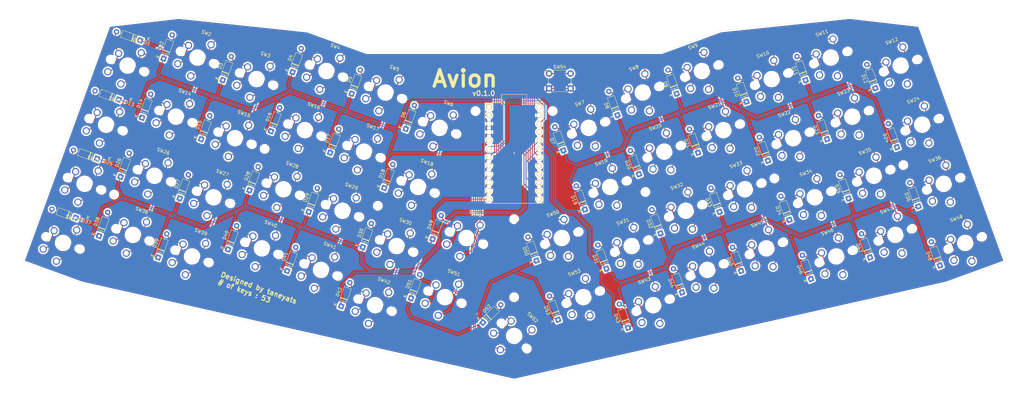
<source format=kicad_pcb>
(kicad_pcb (version 20171130) (host pcbnew "(5.1.0)-1")
  (layers (0 F.Cu signal) (31 B.Cu signal) (34 B.Paste user) (35 F.Paste user) (36 B.SilkS user) (37 F.SilkS user) (38 B.Mask user) (39 F.Mask user) (44 Edge.Cuts user))
  (net 0 "")
  (net 1 row0)
  (net 2 "Net-(D1-Pad2)")
  (net 3 "Net-(D2-Pad2)")
  (net 4 "Net-(D3-Pad2)")
  (net 5 "Net-(D4-Pad2)")
  (net 6 "Net-(D5-Pad2)")
  (net 7 "Net-(D6-Pad2)")
  (net 8 "Net-(D7-Pad2)")
  (net 9 "Net-(D8-Pad2)")
  (net 10 "Net-(D9-Pad2)")
  (net 11 "Net-(D10-Pad2)")
  (net 12 "Net-(D11-Pad2)")
  (net 13 "Net-(D12-Pad2)")
  (net 14 row1)
  (net 15 "Net-(D13-Pad2)")
  (net 16 "Net-(D14-Pad2)")
  (net 17 "Net-(D15-Pad2)")
  (net 18 "Net-(D16-Pad2)")
  (net 19 "Net-(D17-Pad2)")
  (net 20 "Net-(D18-Pad2)")
  (net 21 "Net-(D19-Pad2)")
  (net 22 "Net-(D20-Pad2)")
  (net 23 "Net-(D21-Pad2)")
  (net 24 "Net-(D22-Pad2)")
  (net 25 "Net-(D23-Pad2)")
  (net 26 "Net-(D24-Pad2)")
  (net 27 "Net-(D25-Pad2)")
  (net 28 row2)
  (net 29 "Net-(D26-Pad2)")
  (net 30 "Net-(D27-Pad2)")
  (net 31 "Net-(D28-Pad2)")
  (net 32 "Net-(D29-Pad2)")
  (net 33 "Net-(D30-Pad2)")
  (net 34 "Net-(D31-Pad2)")
  (net 35 "Net-(D32-Pad2)")
  (net 36 "Net-(D33-Pad2)")
  (net 37 "Net-(D34-Pad2)")
  (net 38 "Net-(D35-Pad2)")
  (net 39 "Net-(D36-Pad2)")
  (net 40 row3)
  (net 41 "Net-(D37-Pad2)")
  (net 42 "Net-(D38-Pad2)")
  (net 43 "Net-(D39-Pad2)")
  (net 44 "Net-(D40-Pad2)")
  (net 45 "Net-(D41-Pad2)")
  (net 46 "Net-(D42-Pad2)")
  (net 47 "Net-(D43-Pad2)")
  (net 48 "Net-(D44-Pad2)")
  (net 49 "Net-(D45-Pad2)")
  (net 50 "Net-(D46-Pad2)")
  (net 51 "Net-(D47-Pad2)")
  (net 52 "Net-(D48-Pad2)")
  (net 53 row4)
  (net 54 "Net-(D49-Pad2)")
  (net 55 "Net-(D50-Pad2)")
  (net 56 "Net-(D51-Pad2)")
  (net 57 "Net-(D52-Pad2)")
  (net 58 "Net-(D53-Pad2)")
  (net 59 col0)
  (net 60 col1)
  (net 61 col2)
  (net 62 col3)
  (net 63 col4)
  (net 64 col5)
  (net 65 col6)
  (net 66 col7)
  (net 67 col8)
  (net 68 col9)
  (net 69 col10)
  (net 70 col11)
  (net 71 GND)
  (net 72 RST)
  (net 73 "Net-(U1-Pad1)")
  (net 74 VCC)
  (net 75 "Net-(U1-Pad24)")
  (module taneyats:lopro_compatible (layer F.Cu) (at 94.321161 115.871174 340)
    (fp_text reference SW13 (at 0 -7.874 340) (layer F.SilkS))
    (fp_text value SW_PUSH)
    (pad "" np_thru_hole circle (at 5.5 0 340) (size 1.9 1.9) (drill 1.9) (layers *.Cu *.Mask))
    (pad "" np_thru_hole circle (at -5.5 0 340) (size 1.9 1.9) (drill 1.9) (layers *.Cu *.Mask Dwgs.User))
    (pad 1 thru_hole circle (at 2.54 -5.08 340) (size 2.2 2.2) (drill 1.5) (layers *.Cu *.Mask) (net 59 col0))
    (pad 2 thru_hole circle (at -3.81 -2.54 340) (size 2.2 2.2) (drill 1.5) (layers *.Cu *.Mask) (net 15 "Net-(D13-Pad2)"))
    (pad "" np_thru_hole circle (at 0 0 340) (size 4 4) (drill 4) (layers *.Cu *.Mask))
    (pad "" np_thru_hole circle (at -5.08 0 340) (size 1.7 1.7) (drill 1.7) (layers *.Cu *.Mask))
    (pad "" np_thru_hole circle (at 5.08 0 340) (size 1.7 1.7) (drill 1.7) (layers *.Cu *.Mask))
    (pad 1 thru_hole circle (at 0 5.9 340) (size 2.2 2.2) (drill 1.5) (layers *.Cu *.Mask) (net 59 col0))
    (pad 2 thru_hole circle (at -5 3.8 340) (size 2.2 2.2) (drill 1.5) (layers *.Cu *.Mask) (net 15 "Net-(D13-Pad2)"))
  )
  (module taneyats:lopro_compatible (layer F.Cu) (at 87.805683 133.768316 340)
    (fp_text reference SW25 (at 0 -7.874 340) (layer F.SilkS))
    (fp_text value SW_PUSH)
    (pad 2 thru_hole circle (at -5 3.8 340) (size 2.2 2.2) (drill 1.5) (layers *.Cu *.Mask) (net 27 "Net-(D25-Pad2)"))
    (pad 1 thru_hole circle (at 0 5.9 340) (size 2.2 2.2) (drill 1.5) (layers *.Cu *.Mask) (net 59 col0))
    (pad "" np_thru_hole circle (at 5.08 0 340) (size 1.7 1.7) (drill 1.7) (layers *.Cu *.Mask))
    (pad "" np_thru_hole circle (at -5.08 0 340) (size 1.7 1.7) (drill 1.7) (layers *.Cu *.Mask))
    (pad "" np_thru_hole circle (at 0 0 340) (size 4 4) (drill 4) (layers *.Cu *.Mask))
    (pad 2 thru_hole circle (at -3.81 -2.54 340) (size 2.2 2.2) (drill 1.5) (layers *.Cu *.Mask) (net 27 "Net-(D25-Pad2)"))
    (pad 1 thru_hole circle (at 2.54 -5.08 340) (size 2.2 2.2) (drill 1.5) (layers *.Cu *.Mask) (net 59 col0))
    (pad "" np_thru_hole circle (at -5.5 0 340) (size 1.9 1.9) (drill 1.9) (layers *.Cu *.Mask Dwgs.User))
    (pad "" np_thru_hole circle (at 5.5 0 340) (size 1.9 1.9) (drill 1.9) (layers *.Cu *.Mask))
  )
  (module taneyats:lopro_compatible (layer F.Cu) (at 100.836644 97.970026 340)
    (fp_text reference SW1 (at 0 -7.874 340) (layer F.SilkS))
    (fp_text value SW_PUSH)
    (pad "" np_thru_hole circle (at 5.5 0 340) (size 1.9 1.9) (drill 1.9) (layers *.Cu *.Mask))
    (pad "" np_thru_hole circle (at -5.5 0 340) (size 1.9 1.9) (drill 1.9) (layers *.Cu *.Mask Dwgs.User))
    (pad 1 thru_hole circle (at 2.54 -5.08 340) (size 2.2 2.2) (drill 1.5) (layers *.Cu *.Mask) (net 59 col0))
    (pad 2 thru_hole circle (at -3.81 -2.54 340) (size 2.2 2.2) (drill 1.5) (layers *.Cu *.Mask) (net 2 "Net-(D1-Pad2)"))
    (pad "" np_thru_hole circle (at 0 0 340) (size 4 4) (drill 4) (layers *.Cu *.Mask))
    (pad "" np_thru_hole circle (at -5.08 0 340) (size 1.7 1.7) (drill 1.7) (layers *.Cu *.Mask))
    (pad "" np_thru_hole circle (at 5.08 0 340) (size 1.7 1.7) (drill 1.7) (layers *.Cu *.Mask))
    (pad 1 thru_hole circle (at 0 5.9 340) (size 2.2 2.2) (drill 1.5) (layers *.Cu *.Mask) (net 59 col0))
    (pad 2 thru_hole circle (at -5 3.8 340) (size 2.2 2.2) (drill 1.5) (layers *.Cu *.Mask) (net 2 "Net-(D1-Pad2)"))
  )
  (module taneyats:lopro_compatible (layer F.Cu) (at 120.350229 155.753861 340)
    (fp_text reference SW39 (at 0 -7.874 340) (layer F.SilkS))
    (fp_text value SW_PUSH)
    (pad "" np_thru_hole circle (at 5.5 0 340) (size 1.9 1.9) (drill 1.9) (layers *.Cu *.Mask))
    (pad "" np_thru_hole circle (at -5.5 0 340) (size 1.9 1.9) (drill 1.9) (layers *.Cu *.Mask Dwgs.User))
    (pad 1 thru_hole circle (at 2.54 -5.08 340) (size 2.2 2.2) (drill 1.5) (layers *.Cu *.Mask) (net 61 col2))
    (pad 2 thru_hole circle (at -3.81 -2.54 340) (size 2.2 2.2) (drill 1.5) (layers *.Cu *.Mask) (net 43 "Net-(D39-Pad2)"))
    (pad "" np_thru_hole circle (at 0 0 340) (size 4 4) (drill 4) (layers *.Cu *.Mask))
    (pad "" np_thru_hole circle (at -5.08 0 340) (size 1.7 1.7) (drill 1.7) (layers *.Cu *.Mask))
    (pad "" np_thru_hole circle (at 5.08 0 340) (size 1.7 1.7) (drill 1.7) (layers *.Cu *.Mask))
    (pad 1 thru_hole circle (at 0 5.9 340) (size 2.2 2.2) (drill 1.5) (layers *.Cu *.Mask) (net 61 col2))
    (pad 2 thru_hole circle (at -5 3.8 340) (size 2.2 2.2) (drill 1.5) (layers *.Cu *.Mask) (net 43 "Net-(D39-Pad2)"))
  )
  (module Button_Switch_THT:SW_PUSH_6mm (layer F.Cu) (at 228.493817 100.366716)
    (fp_text reference SW54 (at 3.25 -2) (layer F.SilkS))
    (fp_text value SW_PUSH)
    (pad 1 thru_hole circle (at 6.5 0 90) (size 2 2) (drill 1.1) (layers *.Cu *.Mask) (net 72 RST))
    (pad 2 thru_hole circle (at 6.5 4.5 90) (size 2 2) (drill 1.1) (layers *.Cu *.Mask) (net 71 GND))
    (pad 1 thru_hole circle (at 0 0 90) (size 2 2) (drill 1.1) (layers *.Cu *.Mask) (net 72 RST))
    (pad 2 thru_hole circle (at 0 4.5 90) (size 2 2) (drill 1.1) (layers *.Cu *.Mask) (net 71 GND))
  )
  (module taneyats:lopro_compatible (layer F.Cu) (at 232.346024 150.192348 20)
    (fp_text reference SW50 (at 0 -7.874 20) (layer F.SilkS))
    (fp_text value SW_PUSH)
    (pad 2 thru_hole circle (at -5 3.8 20) (size 2.2 2.2) (drill 1.5) (layers *.Cu *.Mask) (net 55 "Net-(D50-Pad2)"))
    (pad 1 thru_hole circle (at 0 5.9 20) (size 2.2 2.2) (drill 1.5) (layers *.Cu *.Mask) (net 60 col1))
    (pad "" np_thru_hole circle (at 5.08 0 20) (size 1.7 1.7) (drill 1.7) (layers *.Cu *.Mask))
    (pad "" np_thru_hole circle (at -5.08 0 20) (size 1.7 1.7) (drill 1.7) (layers *.Cu *.Mask))
    (pad "" np_thru_hole circle (at 0 0 20) (size 4 4) (drill 4) (layers *.Cu *.Mask))
    (pad 2 thru_hole circle (at -3.81 -2.54 20) (size 2.2 2.2) (drill 1.5) (layers *.Cu *.Mask) (net 55 "Net-(D50-Pad2)"))
    (pad 1 thru_hole circle (at 2.54 -5.08 20) (size 2.2 2.2) (drill 1.5) (layers *.Cu *.Mask) (net 60 col1))
    (pad "" np_thru_hole circle (at -5.5 0 20) (size 1.9 1.9) (drill 1.9) (layers *.Cu *.Mask Dwgs.User))
    (pad "" np_thru_hole circle (at 5.5 0 20) (size 1.9 1.9) (drill 1.9) (layers *.Cu *.Mask))
  )
  (module taneyats:lopro_compatible (layer F.Cu) (at 274.755948 99.617246 20)
    (fp_text reference SW9 (at 0 -7.874 20) (layer F.SilkS))
    (fp_text value SW_PUSH)
    (pad 2 thru_hole circle (at -5 3.8 20) (size 2.2 2.2) (drill 1.5) (layers *.Cu *.Mask) (net 10 "Net-(D9-Pad2)"))
    (pad 1 thru_hole circle (at 0 5.9 20) (size 2.2 2.2) (drill 1.5) (layers *.Cu *.Mask) (net 67 col8))
    (pad "" np_thru_hole circle (at 5.08 0 20) (size 1.7 1.7) (drill 1.7) (layers *.Cu *.Mask))
    (pad "" np_thru_hole circle (at -5.08 0 20) (size 1.7 1.7) (drill 1.7) (layers *.Cu *.Mask))
    (pad "" np_thru_hole circle (at 0 0 20) (size 4 4) (drill 4) (layers *.Cu *.Mask))
    (pad 2 thru_hole circle (at -3.81 -2.54 20) (size 2.2 2.2) (drill 1.5) (layers *.Cu *.Mask) (net 10 "Net-(D9-Pad2)"))
    (pad 1 thru_hole circle (at 2.54 -5.08 20) (size 2.2 2.2) (drill 1.5) (layers *.Cu *.Mask) (net 67 col8))
    (pad "" np_thru_hole circle (at -5.5 0 20) (size 1.9 1.9) (drill 1.9) (layers *.Cu *.Mask Dwgs.User))
    (pad "" np_thru_hole circle (at 5.5 0 20) (size 1.9 1.9) (drill 1.9) (layers *.Cu *.Mask))
  )
  (module promicro:ProMicro (layer F.Cu) (at 217.907975 124.447514 270)
    (fp_text reference U1 hide)
    (fp_text value ProMicro)
    (pad 24 thru_hole circle (at -13.97 -7.62 270) (size 1.6 1.6) (drill 1.1) (layers *.Cu *.Mask F.SilkS) (net 75 "Net-(U1-Pad24)"))
    (pad 23 thru_hole circle (at -11.43 -7.62 270) (size 1.6 1.6) (drill 1.1) (layers *.Cu *.Mask F.SilkS) (net 71 GND))
    (pad 22 thru_hole circle (at -8.89 -7.62 270) (size 1.6 1.6) (drill 1.1) (layers *.Cu *.Mask F.SilkS) (net 72 RST))
    (pad 21 thru_hole circle (at -6.35 -7.62 270) (size 1.6 1.6) (drill 1.1) (layers *.Cu *.Mask F.SilkS) (net 74 VCC))
    (pad 20 thru_hole circle (at -3.81 -7.62 270) (size 1.6 1.6) (drill 1.1) (layers *.Cu *.Mask F.SilkS) (net 28 row2))
    (pad 19 thru_hole circle (at -1.27 -7.62 270) (size 1.6 1.6) (drill 1.1) (layers *.Cu *.Mask F.SilkS) (net 40 row3))
    (pad 18 thru_hole circle (at 1.27 -7.62 270) (size 1.6 1.6) (drill 1.1) (layers *.Cu *.Mask F.SilkS) (net 65 col6))
    (pad 17 thru_hole circle (at 3.81 -7.62 270) (size 1.6 1.6) (drill 1.1) (layers *.Cu *.Mask F.SilkS) (net 66 col7))
    (pad 16 thru_hole circle (at 6.35 -7.62 270) (size 1.6 1.6) (drill 1.1) (layers *.Cu *.Mask F.SilkS) (net 67 col8))
    (pad 15 thru_hole circle (at 8.89 -7.62 270) (size 1.6 1.6) (drill 1.1) (layers *.Cu *.Mask F.SilkS) (net 68 col9))
    (pad 14 thru_hole circle (at 11.43 -7.62 270) (size 1.6 1.6) (drill 1.1) (layers *.Cu *.Mask F.SilkS) (net 69 col10))
    (pad 13 thru_hole circle (at 13.97 -7.62 270) (size 1.6 1.6) (drill 1.1) (layers *.Cu *.Mask F.SilkS) (net 70 col11))
    (pad 12 thru_hole circle (at 13.97 7.62 270) (size 1.6 1.6) (drill 1.1) (layers *.Cu *.Mask F.SilkS) (net 53 row4))
    (pad 11 thru_hole circle (at 11.43 7.62 270) (size 1.6 1.6) (drill 1.1) (layers *.Cu *.Mask F.SilkS) (net 59 col0))
    (pad 10 thru_hole circle (at 8.89 7.62 270) (size 1.6 1.6) (drill 1.1) (layers *.Cu *.Mask F.SilkS) (net 60 col1))
    (pad 9 thru_hole circle (at 6.35 7.62 270) (size 1.6 1.6) (drill 1.1) (layers *.Cu *.Mask F.SilkS) (net 61 col2))
    (pad 8 thru_hole circle (at 3.81 7.62 270) (size 1.6 1.6) (drill 1.1) (layers *.Cu *.Mask F.SilkS) (net 62 col3))
    (pad 7 thru_hole circle (at 1.27 7.62 270) (size 1.6 1.6) (drill 1.1) (layers *.Cu *.Mask F.SilkS) (net 63 col4))
    (pad 6 thru_hole circle (at -1.27 7.62 270) (size 1.6 1.6) (drill 1.1) (layers *.Cu *.Mask F.SilkS) (net 1 row0))
    (pad 5 thru_hole circle (at -3.81 7.62 270) (size 1.6 1.6) (drill 1.1) (layers *.Cu *.Mask F.SilkS) (net 14 row1))
    (pad 4 thru_hole circle (at -6.35 7.62 270) (size 1.6 1.6) (drill 1.1) (layers *.Cu *.Mask F.SilkS) (net 71 GND))
    (pad 3 thru_hole circle (at -8.89 7.62 270) (size 1.6 1.6) (drill 1.1) (layers *.Cu *.Mask F.SilkS) (net 71 GND))
    (pad 2 thru_hole circle (at -11.43 7.62 270) (size 1.6 1.6) (drill 1.1) (layers *.Cu *.Mask F.SilkS) (net 64 col5))
    (pad 1 thru_hole rect (at -13.97 7.62 270) (size 1.6 1.6) (drill 1.1) (layers *.Cu *.Mask F.SilkS) (net 73 "Net-(U1-Pad1)"))
  )
  (module taneyats:screw_hole_2mm (layer F.Cu) (at 229.591978 111.734511)
    (fp_text reference HOLE hide)
    (fp_text value screw_hole_2mm hide)
    (pad "" np_thru_hole circle (at 0 0) (size 2 2) (drill 2) (layers *.Cu *.Mask))
  )
  (module taneyats:screw_hole_2mm (layer F.Cu) (at 206.213983 111.734513)
    (fp_text reference HOLE hide)
    (fp_text value screw_hole_2mm hide)
    (pad "" np_thru_hole circle (at 0 0) (size 2 2) (drill 2) (layers *.Cu *.Mask))
  )
  (module taneyats:screw_hole_2mm (layer F.Cu) (at 335.801977 128.084514)
    (fp_text reference HOLE hide)
    (fp_text value screw_hole_2mm hide)
    (pad "" np_thru_hole circle (at 0 0) (size 2 2) (drill 2) (layers *.Cu *.Mask))
  )
  (module taneyats:screw_hole_2mm (layer F.Cu) (at 296.741981 132.158512)
    (fp_text reference HOLE hide)
    (fp_text value screw_hole_2mm hide)
    (pad "" np_thru_hole circle (at 0 0) (size 2 2) (drill 2) (layers *.Cu *.Mask))
  )
  (module taneyats:screw_hole_2mm (layer F.Cu) (at 257.675981 136.242511)
    (fp_text reference HOLE hide)
    (fp_text value screw_hole_2mm hide)
    (pad "" np_thru_hole circle (at 0 0) (size 2 2) (drill 2) (layers *.Cu *.Mask))
  )
  (module taneyats:screw_hole_2mm (layer F.Cu) (at 217.907977 168.122517)
    (fp_text reference HOLE hide)
    (fp_text value screw_hole_2mm hide)
    (pad "" np_thru_hole circle (at 0 0) (size 2 2) (drill 2) (layers *.Cu *.Mask))
  )
  (module taneyats:screw_hole_2mm (layer F.Cu) (at 217.907975 144.500515)
    (fp_text reference HOLE hide)
    (fp_text value screw_hole_2mm hide)
    (pad "" np_thru_hole circle (at 0 0) (size 2 2) (drill 2) (layers *.Cu *.Mask))
  )
  (module taneyats:screw_hole_2mm (layer F.Cu) (at 176.615979 140.416517)
    (fp_text reference HOLE hide)
    (fp_text value screw_hole_2mm hide)
    (pad "" np_thru_hole circle (at 0 0) (size 2 2) (drill 2) (layers *.Cu *.Mask))
  )
  (module taneyats:screw_hole_2mm (layer F.Cu) (at 142.33598 123.204514)
    (fp_text reference HOLE hide)
    (fp_text value screw_hole_2mm hide)
    (pad "" np_thru_hole circle (at 0 0) (size 2 2) (drill 2) (layers *.Cu *.Mask))
  )
  (module taneyats:screw_hole_2mm (layer F.Cu) (at 96.759973 137.030517)
    (fp_text reference HOLE hide)
    (fp_text value screw_hole_2mm)
    (pad "" np_thru_hole circle (at 0 0) (size 2 2) (drill 2) (layers *.Cu *.Mask))
  )
  (module Diode_THT:D_DO-35_SOD27_P7.62mm_Horizontal (layer F.Cu) (at 104.64087 90.337748 160)
    (fp_text reference D1 (at -2.246815 0 160) (layer F.SilkS))
    (fp_text value 1N4148)
    (fp_text user K (at -2.246815 1.27 160) (layer F.SilkS))
    (pad 1 thru_hole rect (at 0 0 160) (size 1.6 1.6) (drill 0.8) (layers *.Cu *.Mask) (net 1 row0))
    (pad 2 thru_hole oval (at 7.62 0 160) (size 1.6 1.6) (drill 0.8) (layers *.Cu *.Mask) (net 2 "Net-(D1-Pad2)"))
  )
  (module Diode_THT:D_DO-35_SOD27_P7.62mm_Horizontal (layer F.Cu) (at 111.741868 95.85743 70)
    (fp_text reference D2 (at 3.81 -2.12 70) (layer F.SilkS))
    (fp_text value 1N4148)
    (fp_text user K (at 0 -1.8 70) (layer F.SilkS))
    (pad 2 thru_hole oval (at 7.62 0 70) (size 1.6 1.6) (drill 0.8) (layers *.Cu *.Mask) (net 3 "Net-(D2-Pad2)"))
    (pad 1 thru_hole rect (at 0 0 70) (size 1.6 1.6) (drill 0.8) (layers *.Cu *.Mask) (net 1 row0))
  )
  (module Diode_THT:D_DO-35_SOD27_P7.62mm_Horizontal (layer F.Cu) (at 129.64301 102.37291 70)
    (fp_text reference D3 (at 3.81 -2.12 70) (layer F.SilkS))
    (fp_text value 1N4148)
    (fp_text user K (at 0 -1.8 70) (layer F.SilkS))
    (pad 1 thru_hole rect (at 0 0 70) (size 1.6 1.6) (drill 0.8) (layers *.Cu *.Mask) (net 1 row0))
    (pad 2 thru_hole oval (at 7.62 0 70) (size 1.6 1.6) (drill 0.8) (layers *.Cu *.Mask) (net 4 "Net-(D3-Pad2)"))
  )
  (module Diode_THT:D_DO-35_SOD27_P7.62mm_Horizontal (layer F.Cu) (at 150.801897 99.937823 70)
    (fp_text reference D4 (at 3.81 -2.12 70) (layer F.SilkS))
    (fp_text value 1N4148)
    (fp_text user K (at 0 -1.8 70) (layer F.SilkS))
    (pad 2 thru_hole oval (at 7.62 0 70) (size 1.6 1.6) (drill 0.8) (layers *.Cu *.Mask) (net 5 "Net-(D4-Pad2)"))
    (pad 1 thru_hole rect (at 0 0 70) (size 1.6 1.6) (drill 0.8) (layers *.Cu *.Mask) (net 1 row0))
  )
  (module Diode_THT:D_DO-35_SOD27_P7.62mm_Horizontal (layer F.Cu) (at 168.703042 106.453303 70)
    (fp_text reference D5 (at 3.81 -2.12 70) (layer F.SilkS))
    (fp_text value 1N4148)
    (fp_text user K (at 0 -1.8 70) (layer F.SilkS))
    (pad 1 thru_hole rect (at 0 0 70) (size 1.6 1.6) (drill 0.8) (layers *.Cu *.Mask) (net 1 row0))
    (pad 2 thru_hole oval (at 7.62 0 70) (size 1.6 1.6) (drill 0.8) (layers *.Cu *.Mask) (net 6 "Net-(D5-Pad2)"))
  )
  (module Diode_THT:D_DO-35_SOD27_P7.62mm_Horizontal (layer F.Cu) (at 185.0839 117.145724 70)
    (fp_text reference D6 (at 3.81 -2.12 70) (layer F.SilkS))
    (fp_text value 1N4148)
    (fp_text user K (at 0 -1.8 70) (layer F.SilkS))
    (pad 2 thru_hole oval (at 7.62 0 70) (size 1.6 1.6) (drill 0.8) (layers *.Cu *.Mask) (net 7 "Net-(D6-Pad2)"))
    (pad 1 thru_hole rect (at 0 0 70) (size 1.6 1.6) (drill 0.8) (layers *.Cu *.Mask) (net 1 row0))
  )
  (module Diode_THT:D_DO-35_SOD27_P7.62mm_Horizontal (layer F.Cu) (at 232.826472 123.663123 110)
    (fp_text reference D7 (at 3.81 -2.12 110) (layer F.SilkS))
    (fp_text value 1N4148)
    (fp_text user K (at 0 -1.8 110) (layer F.SilkS))
    (pad 2 thru_hole oval (at 7.62 0 110) (size 1.6 1.6) (drill 0.8) (layers *.Cu *.Mask) (net 8 "Net-(D7-Pad2)"))
    (pad 1 thru_hole rect (at 0 0 110) (size 1.6 1.6) (drill 0.8) (layers *.Cu *.Mask) (net 1 row0))
  )
  (module Diode_THT:D_DO-35_SOD27_P7.62mm_Horizontal (layer F.Cu) (at 249.207337 112.970704 110)
    (fp_text reference D8 (at 3.81 -2.12 110) (layer F.SilkS))
    (fp_text value 1N4148)
    (fp_text user K (at 0 -1.8 110) (layer F.SilkS))
    (pad 1 thru_hole rect (at 0 0 110) (size 1.6 1.6) (drill 0.8) (layers *.Cu *.Mask) (net 1 row0))
    (pad 2 thru_hole oval (at 7.62 0 110) (size 1.6 1.6) (drill 0.8) (layers *.Cu *.Mask) (net 9 "Net-(D8-Pad2)"))
  )
  (module Diode_THT:D_DO-35_SOD27_P7.62mm_Horizontal (layer F.Cu) (at 267.108478 106.45522 110)
    (fp_text reference D9 (at 3.81 -2.12 110) (layer F.SilkS))
    (fp_text value 1N4148)
    (fp_text user K (at 0 -1.8 110) (layer F.SilkS))
    (pad 2 thru_hole oval (at 7.62 0 110) (size 1.6 1.6) (drill 0.8) (layers *.Cu *.Mask) (net 10 "Net-(D9-Pad2)"))
    (pad 1 thru_hole rect (at 0 0 110) (size 1.6 1.6) (drill 0.8) (layers *.Cu *.Mask) (net 1 row0))
  )
  (module Diode_THT:D_DO-35_SOD27_P7.62mm_Horizontal (layer F.Cu) (at 288.267367 108.890305 110)
    (fp_text reference D10 (at 3.81 -2.12 110) (layer F.SilkS))
    (fp_text value 1N4148)
    (fp_text user K (at 0 -1.8 110) (layer F.SilkS))
    (pad 1 thru_hole rect (at 0 0 110) (size 1.6 1.6) (drill 0.8) (layers *.Cu *.Mask) (net 1 row0))
    (pad 2 thru_hole oval (at 7.62 0 110) (size 1.6 1.6) (drill 0.8) (layers *.Cu *.Mask) (net 11 "Net-(D10-Pad2)"))
  )
  (module Diode_THT:D_DO-35_SOD27_P7.62mm_Horizontal (layer F.Cu) (at 306.168509 102.374825 110)
    (fp_text reference D11 (at 3.81 -2.12 110) (layer F.SilkS))
    (fp_text value 1N4148)
    (fp_text user K (at 0 -1.8 110) (layer F.SilkS))
    (pad 2 thru_hole oval (at 7.62 0 110) (size 1.6 1.6) (drill 0.8) (layers *.Cu *.Mask) (net 12 "Net-(D11-Pad2)"))
    (pad 1 thru_hole rect (at 0 0 110) (size 1.6 1.6) (drill 0.8) (layers *.Cu *.Mask) (net 1 row0))
  )
  (module Diode_THT:D_DO-35_SOD27_P7.62mm_Horizontal (layer F.Cu) (at 327.327392 104.809918 110)
    (fp_text reference D12 (at 3.81 -2.12 110) (layer F.SilkS))
    (fp_text value 1N4148)
    (fp_text user K (at 0 -1.8 110) (layer F.SilkS))
    (pad 1 thru_hole rect (at 0 0 110) (size 1.6 1.6) (drill 0.8) (layers *.Cu *.Mask) (net 1 row0))
    (pad 2 thru_hole oval (at 7.62 0 110) (size 1.6 1.6) (drill 0.8) (layers *.Cu *.Mask) (net 13 "Net-(D12-Pad2)"))
  )
  (module Diode_THT:D_DO-35_SOD27_P7.62mm_Horizontal (layer F.Cu) (at 98.125385 108.238893 160)
    (fp_text reference D13 (at -3.516818 0 160) (layer F.SilkS))
    (fp_text value 1N4148)
    (fp_text user K (at -3.516818 1.27 160) (layer F.SilkS))
    (pad 2 thru_hole oval (at 7.62 0 160) (size 1.6 1.6) (drill 0.8) (layers *.Cu *.Mask) (net 15 "Net-(D13-Pad2)"))
    (pad 1 thru_hole rect (at 0 0 160) (size 1.6 1.6) (drill 0.8) (layers *.Cu *.Mask) (net 14 row1))
  )
  (module Diode_THT:D_DO-35_SOD27_P7.62mm_Horizontal (layer F.Cu) (at 105.22638 113.758569 70)
    (fp_text reference D14 (at 3.81 -2.12 70) (layer F.SilkS))
    (fp_text value 1N4148)
    (fp_text user K (at 0 -1.8 70) (layer F.SilkS))
    (pad 1 thru_hole rect (at 0 0 70) (size 1.6 1.6) (drill 0.8) (layers *.Cu *.Mask) (net 14 row1))
    (pad 2 thru_hole oval (at 7.62 0 70) (size 1.6 1.6) (drill 0.8) (layers *.Cu *.Mask) (net 16 "Net-(D14-Pad2)"))
  )
  (module Diode_THT:D_DO-35_SOD27_P7.62mm_Horizontal (layer F.Cu) (at 123.127521 120.274052 70)
    (fp_text reference D15 (at 3.81 -2.12 70) (layer F.SilkS))
    (fp_text value 1N4148)
    (fp_text user K (at 0 -1.8 70) (layer F.SilkS))
    (pad 2 thru_hole oval (at 7.62 0 70) (size 1.6 1.6) (drill 0.8) (layers *.Cu *.Mask) (net 17 "Net-(D15-Pad2)"))
    (pad 1 thru_hole rect (at 0 0 70) (size 1.6 1.6) (drill 0.8) (layers *.Cu *.Mask) (net 14 row1))
  )
  (module Diode_THT:D_DO-35_SOD27_P7.62mm_Horizontal (layer F.Cu) (at 144.286409 117.838968 70)
    (fp_text reference D16 (at 3.81 -2.12 70) (layer F.SilkS))
    (fp_text value 1N4148)
    (fp_text user K (at 0 -1.8 70) (layer F.SilkS))
    (pad 1 thru_hole rect (at 0 0 70) (size 1.6 1.6) (drill 0.8) (layers *.Cu *.Mask) (net 14 row1))
    (pad 2 thru_hole oval (at 7.62 0 70) (size 1.6 1.6) (drill 0.8) (layers *.Cu *.Mask) (net 18 "Net-(D16-Pad2)"))
  )
  (module Diode_THT:D_DO-35_SOD27_P7.62mm_Horizontal (layer F.Cu) (at 162.187554 124.354449 70)
    (fp_text reference D17 (at 3.81 -2.12 70) (layer F.SilkS))
    (fp_text value 1N4148)
    (fp_text user K (at 0 -1.8 70) (layer F.SilkS))
    (pad 2 thru_hole oval (at 7.62 0 70) (size 1.6 1.6) (drill 0.8) (layers *.Cu *.Mask) (net 19 "Net-(D17-Pad2)"))
    (pad 1 thru_hole rect (at 0 0 70) (size 1.6 1.6) (drill 0.8) (layers *.Cu *.Mask) (net 14 row1))
  )
  (module Diode_THT:D_DO-35_SOD27_P7.62mm_Horizontal (layer F.Cu) (at 178.568421 135.046862 70)
    (fp_text reference D18 (at 3.81 -2.12 70) (layer F.SilkS))
    (fp_text value 1N4148)
    (fp_text user K (at 0 -1.8 70) (layer F.SilkS))
    (pad 1 thru_hole rect (at 0 0 70) (size 1.6 1.6) (drill 0.8) (layers *.Cu *.Mask) (net 14 row1))
    (pad 2 thru_hole oval (at 7.62 0 70) (size 1.6 1.6) (drill 0.8) (layers *.Cu *.Mask) (net 20 "Net-(D18-Pad2)"))
  )
  (module Diode_THT:D_DO-35_SOD27_P7.62mm_Horizontal (layer F.Cu) (at 239.341955 141.564261 110)
    (fp_text reference D19 (at 3.81 -2.12 110) (layer F.SilkS))
    (fp_text value 1N4148)
    (fp_text user K (at 0 -1.8 110) (layer F.SilkS))
    (pad 2 thru_hole oval (at 7.62 0 110) (size 1.6 1.6) (drill 0.8) (layers *.Cu *.Mask) (net 21 "Net-(D19-Pad2)"))
    (pad 1 thru_hole rect (at 0 0 110) (size 1.6 1.6) (drill 0.8) (layers *.Cu *.Mask) (net 14 row1))
  )
  (module Diode_THT:D_DO-35_SOD27_P7.62mm_Horizontal (layer F.Cu) (at 255.722812 130.871848 110)
    (fp_text reference D20 (at 3.81 -2.12 110) (layer F.SilkS))
    (fp_text value 1N4148)
    (fp_text user K (at 0 -1.8 110) (layer F.SilkS))
    (pad 1 thru_hole rect (at 0 0 110) (size 1.6 1.6) (drill 0.8) (layers *.Cu *.Mask) (net 14 row1))
    (pad 2 thru_hole oval (at 7.62 0 110) (size 1.6 1.6) (drill 0.8) (layers *.Cu *.Mask) (net 22 "Net-(D20-Pad2)"))
  )
  (module Diode_THT:D_DO-35_SOD27_P7.62mm_Horizontal (layer F.Cu) (at 273.623959 124.356365 110)
    (fp_text reference D21 (at 3.81 -2.12 110) (layer F.SilkS))
    (fp_text value 1N4148)
    (fp_text user K (at 0 -1.8 110) (layer F.SilkS))
    (pad 1 thru_hole rect (at 0 0 110) (size 1.6 1.6) (drill 0.8) (layers *.Cu *.Mask) (net 14 row1))
    (pad 2 thru_hole oval (at 7.62 0 110) (size 1.6 1.6) (drill 0.8) (layers *.Cu *.Mask) (net 23 "Net-(D21-Pad2)"))
  )
  (module Diode_THT:D_DO-35_SOD27_P7.62mm_Horizontal (layer F.Cu) (at 294.782844 126.791452 110)
    (fp_text reference D22 (at 3.81 -2.12 110) (layer F.SilkS))
    (fp_text value 1N4148)
    (fp_text user K (at 0 -1.8 110) (layer F.SilkS))
    (pad 2 thru_hole oval (at 7.62 0 110) (size 1.6 1.6) (drill 0.8) (layers *.Cu *.Mask) (net 24 "Net-(D22-Pad2)"))
    (pad 1 thru_hole rect (at 0 0 110) (size 1.6 1.6) (drill 0.8) (layers *.Cu *.Mask) (net 14 row1))
  )
  (module Diode_THT:D_DO-35_SOD27_P7.62mm_Horizontal (layer F.Cu) (at 312.683989 120.275968 110)
    (fp_text reference D23 (at 3.81 -2.12 110) (layer F.SilkS))
    (fp_text value 1N4148)
    (fp_text user K (at 0 -1.8 110) (layer F.SilkS))
    (pad 1 thru_hole rect (at 0 0 110) (size 1.6 1.6) (drill 0.8) (layers *.Cu *.Mask) (net 14 row1))
    (pad 2 thru_hole oval (at 7.62 0 110) (size 1.6 1.6) (drill 0.8) (layers *.Cu *.Mask) (net 25 "Net-(D23-Pad2)"))
  )
  (module Diode_THT:D_DO-35_SOD27_P7.62mm_Horizontal (layer F.Cu) (at 333.842881 122.71106 110)
    (fp_text reference D24 (at 3.81 -2.12 110) (layer F.SilkS))
    (fp_text value 1N4148)
    (fp_text user K (at 0 -1.8 110) (layer F.SilkS))
    (pad 2 thru_hole oval (at 7.62 0 110) (size 1.6 1.6) (drill 0.8) (layers *.Cu *.Mask) (net 26 "Net-(D24-Pad2)"))
    (pad 1 thru_hole rect (at 0 0 110) (size 1.6 1.6) (drill 0.8) (layers *.Cu *.Mask) (net 14 row1))
  )
  (module Diode_THT:D_DO-35_SOD27_P7.62mm_Horizontal (layer F.Cu) (at 91.609902 126.140037 160)
    (fp_text reference D25 (at -3.520578 0 160) (layer F.SilkS))
    (fp_text value 1N4148)
    (fp_text user K (at -3.520578 1.27 160) (layer F.SilkS))
    (pad 1 thru_hole rect (at 0 0 160) (size 1.6 1.6) (drill 0.8) (layers *.Cu *.Mask) (net 28 row2))
    (pad 2 thru_hole oval (at 7.62 0 160) (size 1.6 1.6) (drill 0.8) (layers *.Cu *.Mask) (net 27 "Net-(D25-Pad2)"))
  )
  (module Diode_THT:D_DO-35_SOD27_P7.62mm_Horizontal (layer F.Cu) (at 98.710897 131.659716 70)
    (fp_text reference D26 (at 3.81 -2.12 70) (layer F.SilkS))
    (fp_text value 1N4148)
    (fp_text user K (at 0 -1.8 70) (layer F.SilkS))
    (pad 2 thru_hole oval (at 7.62 0 70) (size 1.6 1.6) (drill 0.8) (layers *.Cu *.Mask) (net 29 "Net-(D26-Pad2)"))
    (pad 1 thru_hole rect (at 0 0 70) (size 1.6 1.6) (drill 0.8) (layers *.Cu *.Mask) (net 28 row2))
  )
  (module Diode_THT:D_DO-35_SOD27_P7.62mm_Horizontal (layer F.Cu) (at 116.612039 138.175199 70)
    (fp_text reference D27 (at 3.81 -2.12 70) (layer F.SilkS))
    (fp_text value 1N4148)
    (fp_text user K (at 0 -1.8 70) (layer F.SilkS))
    (pad 1 thru_hole rect (at 0 0 70) (size 1.6 1.6) (drill 0.8) (layers *.Cu *.Mask) (net 28 row2))
    (pad 2 thru_hole oval (at 7.62 0 70) (size 1.6 1.6) (drill 0.8) (layers *.Cu *.Mask) (net 30 "Net-(D27-Pad2)"))
  )
  (module Diode_THT:D_DO-35_SOD27_P7.62mm_Horizontal (layer F.Cu) (at 137.770928 135.740109 70)
    (fp_text reference D28 (at 3.81 -2.12 70) (layer F.SilkS))
    (fp_text value 1N4148)
    (fp_text user K (at 0 -1.8 70) (layer F.SilkS))
    (pad 2 thru_hole oval (at 7.62 0 70) (size 1.6 1.6) (drill 0.8) (layers *.Cu *.Mask) (net 31 "Net-(D28-Pad2)"))
    (pad 1 thru_hole rect (at 0 0 70) (size 1.6 1.6) (drill 0.8) (layers *.Cu *.Mask) (net 28 row2))
  )
  (module Diode_THT:D_DO-35_SOD27_P7.62mm_Horizontal (layer F.Cu) (at 155.67207 142.255594 70)
    (fp_text reference D29 (at 3.81 -2.12 70) (layer F.SilkS))
    (fp_text value 1N4148)
    (fp_text user K (at 0 -1.8 70) (layer F.SilkS))
    (pad 1 thru_hole rect (at 0 0 70) (size 1.6 1.6) (drill 0.8) (layers *.Cu *.Mask) (net 28 row2))
    (pad 2 thru_hole oval (at 7.62 0 70) (size 1.6 1.6) (drill 0.8) (layers *.Cu *.Mask) (net 32 "Net-(D29-Pad2)"))
  )
  (module Diode_THT:D_DO-35_SOD27_P7.62mm_Horizontal (layer F.Cu) (at 172.052938 152.948014 70)
    (fp_text reference D30 (at 3.81 -2.12 70) (layer F.SilkS))
    (fp_text value 1N4148)
    (fp_text user K (at 0 -1.8 70) (layer F.SilkS))
    (pad 2 thru_hole oval (at 7.62 0 70) (size 1.6 1.6) (drill 0.8) (layers *.Cu *.Mask) (net 33 "Net-(D30-Pad2)"))
    (pad 1 thru_hole rect (at 0 0 70) (size 1.6 1.6) (drill 0.8) (layers *.Cu *.Mask) (net 28 row2))
  )
  (module Diode_THT:D_DO-35_SOD27_P7.62mm_Horizontal (layer F.Cu) (at 245.857438 159.46541 110)
    (fp_text reference D31 (at 3.81 -2.12 110) (layer F.SilkS))
    (fp_text value 1N4148)
    (fp_text user K (at 0 -1.8 110) (layer F.SilkS))
    (pad 2 thru_hole oval (at 7.62 0 110) (size 1.6 1.6) (drill 0.8) (layers *.Cu *.Mask) (net 34 "Net-(D31-Pad2)"))
    (pad 1 thru_hole rect (at 0 0 110) (size 1.6 1.6) (drill 0.8) (layers *.Cu *.Mask) (net 28 row2))
  )
  (module Diode_THT:D_DO-35_SOD27_P7.62mm_Horizontal (layer F.Cu) (at 262.238302 148.772991 110)
    (fp_text reference D32 (at 3.81 -2.12 110) (layer F.SilkS))
    (fp_text value 1N4148)
    (fp_text user K (at 0 -1.8 110) (layer F.SilkS))
    (pad 1 thru_hole rect (at 0 0 110) (size 1.6 1.6) (drill 0.8) (layers *.Cu *.Mask) (net 28 row2))
    (pad 2 thru_hole oval (at 7.62 0 110) (size 1.6 1.6) (drill 0.8) (layers *.Cu *.Mask) (net 35 "Net-(D32-Pad2)"))
  )
  (module Diode_THT:D_DO-35_SOD27_P7.62mm_Horizontal (layer F.Cu) (at 280.139444 142.257508 110)
    (fp_text reference D33 (at 3.81 -2.12 110) (layer F.SilkS))
    (fp_text value 1N4148)
    (fp_text user K (at 0 -1.8 110) (layer F.SilkS))
    (pad 1 thru_hole rect (at 0 0 110) (size 1.6 1.6) (drill 0.8) (layers *.Cu *.Mask) (net 28 row2))
    (pad 2 thru_hole oval (at 7.62 0 110) (size 1.6 1.6) (drill 0.8) (layers *.Cu *.Mask) (net 36 "Net-(D33-Pad2)"))
  )
  (module Diode_THT:D_DO-35_SOD27_P7.62mm_Horizontal (layer F.Cu) (at 301.29833 144.692597 110)
    (fp_text reference D34 (at 3.81 -2.12 110) (layer F.SilkS))
    (fp_text value 1N4148)
    (fp_text user K (at 0 -1.8 110) (layer F.SilkS))
    (pad 1 thru_hole rect (at 0 0 110) (size 1.6 1.6) (drill 0.8) (layers *.Cu *.Mask) (net 28 row2))
    (pad 2 thru_hole oval (at 7.62 0 110) (size 1.6 1.6) (drill 0.8) (layers *.Cu *.Mask) (net 37 "Net-(D34-Pad2)"))
  )
  (module Diode_THT:D_DO-35_SOD27_P7.62mm_Horizontal (layer F.Cu) (at 319.199478 138.177112 110)
    (fp_text reference D35 (at 3.81 -2.12 110) (layer F.SilkS))
    (fp_text value 1N4148)
    (fp_text user K (at 0 -1.8 110) (layer F.SilkS))
    (pad 2 thru_hole oval (at 7.62 0 110) (size 1.6 1.6) (drill 0.8) (layers *.Cu *.Mask) (net 38 "Net-(D35-Pad2)"))
    (pad 1 thru_hole rect (at 0 0 110) (size 1.6 1.6) (drill 0.8) (layers *.Cu *.Mask) (net 28 row2))
  )
  (module Diode_THT:D_DO-35_SOD27_P7.62mm_Horizontal (layer F.Cu) (at 340.358362 140.612206 110)
    (fp_text reference D36 (at 3.81 -2.12 110) (layer F.SilkS))
    (fp_text value 1N4148)
    (fp_text user K (at 0 -1.8 110) (layer F.SilkS))
    (pad 1 thru_hole rect (at 0 0 110) (size 1.6 1.6) (drill 0.8) (layers *.Cu *.Mask) (net 28 row2))
    (pad 2 thru_hole oval (at 7.62 0 110) (size 1.6 1.6) (drill 0.8) (layers *.Cu *.Mask) (net 39 "Net-(D36-Pad2)"))
  )
  (module Diode_THT:D_DO-35_SOD27_P7.62mm_Horizontal (layer F.Cu) (at 85.094417 144.04118 160)
    (fp_text reference D37 (at -3.520574 0 160) (layer F.SilkS))
    (fp_text value 1N4148)
    (fp_text user K (at -3.520574 1.27 160) (layer F.SilkS))
    (pad 2 thru_hole oval (at 7.62 0 160) (size 1.6 1.6) (drill 0.8) (layers *.Cu *.Mask) (net 41 "Net-(D37-Pad2)"))
    (pad 1 thru_hole rect (at 0 0 160) (size 1.6 1.6) (drill 0.8) (layers *.Cu *.Mask) (net 40 row3))
  )
  (module Diode_THT:D_DO-35_SOD27_P7.62mm_Horizontal (layer F.Cu) (at 92.195415 149.560863 70)
    (fp_text reference D38 (at 3.81 -2.12 70) (layer F.SilkS))
    (fp_text value 1N4148)
    (fp_text user K (at 0 -1.8 70) (layer F.SilkS))
    (pad 1 thru_hole rect (at 0 0 70) (size 1.6 1.6) (drill 0.8) (layers *.Cu *.Mask) (net 40 row3))
    (pad 2 thru_hole oval (at 7.62 0 70) (size 1.6 1.6) (drill 0.8) (layers *.Cu *.Mask) (net 42 "Net-(D38-Pad2)"))
  )
  (module Diode_THT:D_DO-35_SOD27_P7.62mm_Horizontal (layer F.Cu) (at 110.096555 156.076342 70)
    (fp_text reference D39 (at 3.81 -2.12 70) (layer F.SilkS))
    (fp_text value 1N4148)
    (fp_text user K (at 0 -1.8 70) (layer F.SilkS))
    (pad 2 thru_hole oval (at 7.62 0 70) (size 1.6 1.6) (drill 0.8) (layers *.Cu *.Mask) (net 43 "Net-(D39-Pad2)"))
    (pad 1 thru_hole rect (at 0 0 70) (size 1.6 1.6) (drill 0.8) (layers *.Cu *.Mask) (net 40 row3))
  )
  (module Diode_THT:D_DO-35_SOD27_P7.62mm_Horizontal (layer F.Cu) (at 131.255441 153.641256 70)
    (fp_text reference D40 (at 3.81 -2.12 70) (layer F.SilkS))
    (fp_text value 1N4148)
    (fp_text user K (at 0 -1.8 70) (layer F.SilkS))
    (pad 1 thru_hole rect (at 0 0 70) (size 1.6 1.6) (drill 0.8) (layers *.Cu *.Mask) (net 40 row3))
    (pad 2 thru_hole oval (at 7.62 0 70) (size 1.6 1.6) (drill 0.8) (layers *.Cu *.Mask) (net 44 "Net-(D40-Pad2)"))
  )
  (module Diode_THT:D_DO-35_SOD27_P7.62mm_Horizontal (layer F.Cu) (at 149.156586 160.156741 70)
    (fp_text reference D41 (at 3.81 -2.12 70) (layer F.SilkS))
    (fp_text value 1N4148)
    (fp_text user K (at 0 -1.8 70) (layer F.SilkS))
    (pad 2 thru_hole oval (at 7.62 0 70) (size 1.6 1.6) (drill 0.8) (layers *.Cu *.Mask) (net 45 "Net-(D41-Pad2)"))
    (pad 1 thru_hole rect (at 0 0 70) (size 1.6 1.6) (drill 0.8) (layers *.Cu *.Mask) (net 40 row3))
  )
  (module Diode_THT:D_DO-35_SOD27_P7.62mm_Horizontal (layer F.Cu) (at 165.537452 170.849155 70)
    (fp_text reference D42 (at 3.81 -2.12 70) (layer F.SilkS))
    (fp_text value 1N4148)
    (fp_text user K (at 0 -1.8 70) (layer F.SilkS))
    (pad 1 thru_hole rect (at 0 0 70) (size 1.6 1.6) (drill 0.8) (layers *.Cu *.Mask) (net 40 row3))
    (pad 2 thru_hole oval (at 7.62 0 70) (size 1.6 1.6) (drill 0.8) (layers *.Cu *.Mask) (net 46 "Net-(D42-Pad2)"))
  )
  (module Diode_THT:D_DO-35_SOD27_P7.62mm_Horizontal (layer F.Cu) (at 252.372918 177.366552 110)
    (fp_text reference D43 (at 3.81 -2.12 110) (layer F.SilkS))
    (fp_text value 1N4148)
    (fp_text user K (at 0 -1.8 110) (layer F.SilkS))
    (pad 2 thru_hole oval (at 7.62 0 110) (size 1.6 1.6) (drill 0.8) (layers *.Cu *.Mask) (net 47 "Net-(D43-Pad2)"))
    (pad 1 thru_hole rect (at 0 0 110) (size 1.6 1.6) (drill 0.8) (layers *.Cu *.Mask) (net 40 row3))
  )
  (module Diode_THT:D_DO-35_SOD27_P7.62mm_Horizontal (layer F.Cu) (at 268.753785 166.674135 110)
    (fp_text reference D44 (at 3.81 -2.12 110) (layer F.SilkS))
    (fp_text value 1N4148)
    (fp_text user K (at 0 -1.8 110) (layer F.SilkS))
    (pad 2 thru_hole oval (at 7.62 0 110) (size 1.6 1.6) (drill 0.8) (layers *.Cu *.Mask) (net 48 "Net-(D44-Pad2)"))
    (pad 1 thru_hole rect (at 0 0 110) (size 1.6 1.6) (drill 0.8) (layers *.Cu *.Mask) (net 40 row3))
  )
  (module Diode_THT:D_DO-35_SOD27_P7.62mm_Horizontal (layer F.Cu) (at 286.654929 160.158654 110)
    (fp_text reference D45 (at 3.81 -2.12 110) (layer F.SilkS))
    (fp_text value 1N4148)
    (fp_text user K (at 0 -1.8 110) (layer F.SilkS))
    (pad 1 thru_hole rect (at 0 0 110) (size 1.6 1.6) (drill 0.8) (layers *.Cu *.Mask) (net 40 row3))
    (pad 2 thru_hole oval (at 7.62 0 110) (size 1.6 1.6) (drill 0.8) (layers *.Cu *.Mask) (net 49 "Net-(D45-Pad2)"))
  )
  (module Diode_THT:D_DO-35_SOD27_P7.62mm_Horizontal (layer F.Cu) (at 307.813821 162.593743 110)
    (fp_text reference D46 (at 3.81 -2.12 110) (layer F.SilkS))
    (fp_text value 1N4148)
    (fp_text user K (at 0 -1.8 110) (layer F.SilkS))
    (pad 1 thru_hole rect (at 0 0 110) (size 1.6 1.6) (drill 0.8) (layers *.Cu *.Mask) (net 40 row3))
    (pad 2 thru_hole oval (at 7.62 0 110) (size 1.6 1.6) (drill 0.8) (layers *.Cu *.Mask) (net 50 "Net-(D46-Pad2)"))
  )
  (module Diode_THT:D_DO-35_SOD27_P7.62mm_Horizontal (layer F.Cu) (at 325.714958 156.078261 110)
    (fp_text reference D47 (at 3.81 -2.12 110) (layer F.SilkS))
    (fp_text value 1N4148)
    (fp_text user K (at 0 -1.8 110) (layer F.SilkS))
    (pad 2 thru_hole oval (at 7.62 0 110) (size 1.6 1.6) (drill 0.8) (layers *.Cu *.Mask) (net 51 "Net-(D47-Pad2)"))
    (pad 1 thru_hole rect (at 0 0 110) (size 1.6 1.6) (drill 0.8) (layers *.Cu *.Mask) (net 40 row3))
  )
  (module Diode_THT:D_DO-35_SOD27_P7.62mm_Horizontal (layer F.Cu) (at 346.873848 158.513347 110)
    (fp_text reference D48 (at 3.81 -2.12 110) (layer F.SilkS))
    (fp_text value 1N4148)
    (fp_text user K (at 0 -1.8 110) (layer F.SilkS))
    (pad 1 thru_hole rect (at 0 0 110) (size 1.6 1.6) (drill 0.8) (layers *.Cu *.Mask) (net 40 row3))
    (pad 2 thru_hole oval (at 7.62 0 110) (size 1.6 1.6) (drill 0.8) (layers *.Cu *.Mask) (net 52 "Net-(D48-Pad2)"))
  )
  (module Diode_THT:D_DO-35_SOD27_P7.62mm_Horizontal (layer F.Cu) (at 193.211823 150.512928 70)
    (fp_text reference D49 (at 3.81 -2.12 70) (layer F.SilkS))
    (fp_text value 1N4148)
    (fp_text user K (at 0 -1.8 70) (layer F.SilkS))
    (pad 2 thru_hole oval (at 7.62 0 70) (size 1.6 1.6) (drill 0.8) (layers *.Cu *.Mask) (net 54 "Net-(D49-Pad2)"))
    (pad 1 thru_hole rect (at 0 0 70) (size 1.6 1.6) (drill 0.8) (layers *.Cu *.Mask) (net 53 row4))
  )
  (module Diode_THT:D_DO-35_SOD27_P7.62mm_Horizontal (layer F.Cu) (at 224.698547 157.030319 110)
    (fp_text reference D50 (at 3.81 -2.12 110) (layer F.SilkS))
    (fp_text value 1N4148)
    (fp_text user K (at 0 -1.8 110) (layer F.SilkS))
    (pad 2 thru_hole oval (at 7.62 0 110) (size 1.6 1.6) (drill 0.8) (layers *.Cu *.Mask) (net 55 "Net-(D50-Pad2)"))
    (pad 1 thru_hole rect (at 0 0 110) (size 1.6 1.6) (drill 0.8) (layers *.Cu *.Mask) (net 53 row4))
  )
  (module Diode_THT:D_DO-35_SOD27_P7.62mm_Horizontal (layer F.Cu) (at 186.696337 168.414064 70)
    (fp_text reference D51 (at 3.81 -2.12 70) (layer F.SilkS))
    (fp_text value 1N4148)
    (fp_text user K (at 0 -1.8 70) (layer F.SilkS))
    (pad 2 thru_hole oval (at 7.62 0 70) (size 1.6 1.6) (drill 0.8) (layers *.Cu *.Mask) (net 56 "Net-(D51-Pad2)"))
    (pad 1 thru_hole rect (at 0 0 70) (size 1.6 1.6) (drill 0.8) (layers *.Cu *.Mask) (net 53 row4))
  )
  (module Diode_THT:D_DO-35_SOD27_P7.62mm_Horizontal (layer F.Cu) (at 208.467758 175.797736 45)
    (fp_text reference D52 (at 3.81 -2.12 45) (layer F.SilkS))
    (fp_text value 1N4148)
    (fp_text user K (at 0 -1.8 45) (layer F.SilkS))
    (pad 1 thru_hole rect (at 0 0 45) (size 1.6 1.6) (drill 0.8) (layers *.Cu *.Mask) (net 53 row4))
    (pad 2 thru_hole oval (at 7.62 0 45) (size 1.6 1.6) (drill 0.8) (layers *.Cu *.Mask) (net 57 "Net-(D52-Pad2)"))
  )
  (module Diode_THT:D_DO-35_SOD27_P7.62mm_Horizontal (layer F.Cu) (at 231.214031 174.931466 110)
    (fp_text reference D53 (at 3.81 -2.12 110) (layer F.SilkS))
    (fp_text value 1N4148)
    (fp_text user K (at 0 -1.8 110) (layer F.SilkS))
    (pad 1 thru_hole rect (at 0 0 110) (size 1.6 1.6) (drill 0.8) (layers *.Cu *.Mask) (net 53 row4))
    (pad 2 thru_hole oval (at 7.62 0 110) (size 1.6 1.6) (drill 0.8) (layers *.Cu *.Mask) (net 58 "Net-(D53-Pad2)"))
  )
  (module taneyats:lopro_compatible (layer F.Cu) (at 121.995534 95.534936 340)
    (fp_text reference SW2 (at 0 -7.874 340) (layer F.SilkS))
    (fp_text value SW_PUSH)
    (pad 2 thru_hole circle (at -5 3.8 340) (size 2.2 2.2) (drill 1.5) (layers *.Cu *.Mask) (net 3 "Net-(D2-Pad2)"))
    (pad 1 thru_hole circle (at 0 5.9 340) (size 2.2 2.2) (drill 1.5) (layers *.Cu *.Mask) (net 60 col1))
    (pad "" np_thru_hole circle (at 5.08 0 340) (size 1.7 1.7) (drill 1.7) (layers *.Cu *.Mask))
    (pad "" np_thru_hole circle (at -5.08 0 340) (size 1.7 1.7) (drill 1.7) (layers *.Cu *.Mask))
    (pad "" np_thru_hole circle (at 0 0 340) (size 4 4) (drill 4) (layers *.Cu *.Mask))
    (pad 2 thru_hole circle (at -3.81 -2.54 340) (size 2.2 2.2) (drill 1.5) (layers *.Cu *.Mask) (net 3 "Net-(D2-Pad2)"))
    (pad 1 thru_hole circle (at 2.54 -5.08 340) (size 2.2 2.2) (drill 1.5) (layers *.Cu *.Mask) (net 60 col1))
    (pad "" np_thru_hole circle (at -5.5 0 340) (size 1.9 1.9) (drill 1.9) (layers *.Cu *.Mask Dwgs.User))
    (pad "" np_thru_hole circle (at 5.5 0 340) (size 1.9 1.9) (drill 1.9) (layers *.Cu *.Mask))
  )
  (module taneyats:lopro_compatible (layer F.Cu) (at 139.896673 102.050418 340)
    (fp_text reference SW3 (at 0 -7.874 340) (layer F.SilkS))
    (fp_text value SW_PUSH)
    (pad "" np_thru_hole circle (at 5.5 0 340) (size 1.9 1.9) (drill 1.9) (layers *.Cu *.Mask))
    (pad "" np_thru_hole circle (at -5.5 0 340) (size 1.9 1.9) (drill 1.9) (layers *.Cu *.Mask Dwgs.User))
    (pad 1 thru_hole circle (at 2.54 -5.08 340) (size 2.2 2.2) (drill 1.5) (layers *.Cu *.Mask) (net 61 col2))
    (pad 2 thru_hole circle (at -3.81 -2.54 340) (size 2.2 2.2) (drill 1.5) (layers *.Cu *.Mask) (net 4 "Net-(D3-Pad2)"))
    (pad "" np_thru_hole circle (at 0 0 340) (size 4 4) (drill 4) (layers *.Cu *.Mask))
    (pad "" np_thru_hole circle (at -5.08 0 340) (size 1.7 1.7) (drill 1.7) (layers *.Cu *.Mask))
    (pad "" np_thru_hole circle (at 5.08 0 340) (size 1.7 1.7) (drill 1.7) (layers *.Cu *.Mask))
    (pad 1 thru_hole circle (at 0 5.9 340) (size 2.2 2.2) (drill 1.5) (layers *.Cu *.Mask) (net 61 col2))
    (pad 2 thru_hole circle (at -5 3.8 340) (size 2.2 2.2) (drill 1.5) (layers *.Cu *.Mask) (net 4 "Net-(D3-Pad2)"))
  )
  (module taneyats:lopro_compatible (layer F.Cu) (at 161.055568 99.615335 340)
    (fp_text reference SW4 (at 0 -7.874 340) (layer F.SilkS))
    (fp_text value SW_PUSH)
    (pad 2 thru_hole circle (at -5 3.8 340) (size 2.2 2.2) (drill 1.5) (layers *.Cu *.Mask) (net 5 "Net-(D4-Pad2)"))
    (pad 1 thru_hole circle (at 0 5.9 340) (size 2.2 2.2) (drill 1.5) (layers *.Cu *.Mask) (net 62 col3))
    (pad "" np_thru_hole circle (at 5.08 0 340) (size 1.7 1.7) (drill 1.7) (layers *.Cu *.Mask))
    (pad "" np_thru_hole circle (at -5.08 0 340) (size 1.7 1.7) (drill 1.7) (layers *.Cu *.Mask))
    (pad "" np_thru_hole circle (at 0 0 340) (size 4 4) (drill 4) (layers *.Cu *.Mask))
    (pad 2 thru_hole circle (at -3.81 -2.54 340) (size 2.2 2.2) (drill 1.5) (layers *.Cu *.Mask) (net 5 "Net-(D4-Pad2)"))
    (pad 1 thru_hole circle (at 2.54 -5.08 340) (size 2.2 2.2) (drill 1.5) (layers *.Cu *.Mask) (net 62 col3))
    (pad "" np_thru_hole circle (at -5.5 0 340) (size 1.9 1.9) (drill 1.9) (layers *.Cu *.Mask Dwgs.User))
    (pad "" np_thru_hole circle (at 5.5 0 340) (size 1.9 1.9) (drill 1.9) (layers *.Cu *.Mask))
  )
  (module taneyats:lopro_compatible (layer F.Cu) (at 178.956708 106.130819 340)
    (fp_text reference SW5 (at 0 -7.874 340) (layer F.SilkS))
    (fp_text value SW_PUSH)
    (pad "" np_thru_hole circle (at 5.5 0 340) (size 1.9 1.9) (drill 1.9) (layers *.Cu *.Mask))
    (pad "" np_thru_hole circle (at -5.5 0 340) (size 1.9 1.9) (drill 1.9) (layers *.Cu *.Mask Dwgs.User))
    (pad 1 thru_hole circle (at 2.54 -5.08 340) (size 2.2 2.2) (drill 1.5) (layers *.Cu *.Mask) (net 63 col4))
    (pad 2 thru_hole circle (at -3.81 -2.54 340) (size 2.2 2.2) (drill 1.5) (layers *.Cu *.Mask) (net 6 "Net-(D5-Pad2)"))
    (pad "" np_thru_hole circle (at 0 0 340) (size 4 4) (drill 4) (layers *.Cu *.Mask))
    (pad "" np_thru_hole circle (at -5.08 0 340) (size 1.7 1.7) (drill 1.7) (layers *.Cu *.Mask))
    (pad "" np_thru_hole circle (at 5.08 0 340) (size 1.7 1.7) (drill 1.7) (layers *.Cu *.Mask))
    (pad 1 thru_hole circle (at 0 5.9 340) (size 2.2 2.2) (drill 1.5) (layers *.Cu *.Mask) (net 63 col4))
    (pad 2 thru_hole circle (at -5 3.8 340) (size 2.2 2.2) (drill 1.5) (layers *.Cu *.Mask) (net 6 "Net-(D5-Pad2)"))
  )
  (module taneyats:lopro_compatible (layer F.Cu) (at 195.337573 116.823232 340)
    (fp_text reference SW6 (at 0 -7.874 340) (layer F.SilkS))
    (fp_text value SW_PUSH)
    (pad 2 thru_hole circle (at -5 3.8 340) (size 2.2 2.2) (drill 1.5) (layers *.Cu *.Mask) (net 7 "Net-(D6-Pad2)"))
    (pad 1 thru_hole circle (at 0 5.9 340) (size 2.2 2.2) (drill 1.5) (layers *.Cu *.Mask) (net 64 col5))
    (pad "" np_thru_hole circle (at 5.08 0 340) (size 1.7 1.7) (drill 1.7) (layers *.Cu *.Mask))
    (pad "" np_thru_hole circle (at -5.08 0 340) (size 1.7 1.7) (drill 1.7) (layers *.Cu *.Mask))
    (pad "" np_thru_hole circle (at 0 0 340) (size 4 4) (drill 4) (layers *.Cu *.Mask))
    (pad 2 thru_hole circle (at -3.81 -2.54 340) (size 2.2 2.2) (drill 1.5) (layers *.Cu *.Mask) (net 7 "Net-(D6-Pad2)"))
    (pad 1 thru_hole circle (at 2.54 -5.08 340) (size 2.2 2.2) (drill 1.5) (layers *.Cu *.Mask) (net 64 col5))
    (pad "" np_thru_hole circle (at -5.5 0 340) (size 1.9 1.9) (drill 1.9) (layers *.Cu *.Mask Dwgs.User))
    (pad "" np_thru_hole circle (at 5.5 0 340) (size 1.9 1.9) (drill 1.9) (layers *.Cu *.Mask))
  )
  (module taneyats:lopro_compatible (layer F.Cu) (at 240.473942 116.82515 20)
    (fp_text reference SW7 (at 0 -7.874 20) (layer F.SilkS))
    (fp_text value SW_PUSH)
    (pad 2 thru_hole circle (at -5 3.8 20) (size 2.2 2.2) (drill 1.5) (layers *.Cu *.Mask) (net 8 "Net-(D7-Pad2)"))
    (pad 1 thru_hole circle (at 0 5.9 20) (size 2.2 2.2) (drill 1.5) (layers *.Cu *.Mask) (net 65 col6))
    (pad "" np_thru_hole circle (at 5.08 0 20) (size 1.7 1.7) (drill 1.7) (layers *.Cu *.Mask))
    (pad "" np_thru_hole circle (at -5.08 0 20) (size 1.7 1.7) (drill 1.7) (layers *.Cu *.Mask))
    (pad "" np_thru_hole circle (at 0 0 20) (size 4 4) (drill 4) (layers *.Cu *.Mask))
    (pad 2 thru_hole circle (at -3.81 -2.54 20) (size 2.2 2.2) (drill 1.5) (layers *.Cu *.Mask) (net 8 "Net-(D7-Pad2)"))
    (pad 1 thru_hole circle (at 2.54 -5.08 20) (size 2.2 2.2) (drill 1.5) (layers *.Cu *.Mask) (net 65 col6))
    (pad "" np_thru_hole circle (at -5.5 0 20) (size 1.9 1.9) (drill 1.9) (layers *.Cu *.Mask Dwgs.User))
    (pad "" np_thru_hole circle (at 5.5 0 20) (size 1.9 1.9) (drill 1.9) (layers *.Cu *.Mask))
  )
  (module taneyats:lopro_compatible (layer F.Cu) (at 256.854812 106.132734 20)
    (fp_text reference SW8 (at 0 -7.874 20) (layer F.SilkS))
    (fp_text value SW_PUSH)
    (pad "" np_thru_hole circle (at 5.5 0 20) (size 1.9 1.9) (drill 1.9) (layers *.Cu *.Mask))
    (pad "" np_thru_hole circle (at -5.5 0 20) (size 1.9 1.9) (drill 1.9) (layers *.Cu *.Mask Dwgs.User))
    (pad 1 thru_hole circle (at 2.54 -5.08 20) (size 2.2 2.2) (drill 1.5) (layers *.Cu *.Mask) (net 66 col7))
    (pad 2 thru_hole circle (at -3.81 -2.54 20) (size 2.2 2.2) (drill 1.5) (layers *.Cu *.Mask) (net 9 "Net-(D8-Pad2)"))
    (pad "" np_thru_hole circle (at 0 0 20) (size 4 4) (drill 4) (layers *.Cu *.Mask))
    (pad "" np_thru_hole circle (at -5.08 0 20) (size 1.7 1.7) (drill 1.7) (layers *.Cu *.Mask))
    (pad "" np_thru_hole circle (at 5.08 0 20) (size 1.7 1.7) (drill 1.7) (layers *.Cu *.Mask))
    (pad 1 thru_hole circle (at 0 5.9 20) (size 2.2 2.2) (drill 1.5) (layers *.Cu *.Mask) (net 66 col7))
    (pad 2 thru_hole circle (at -5 3.8 20) (size 2.2 2.2) (drill 1.5) (layers *.Cu *.Mask) (net 9 "Net-(D8-Pad2)"))
  )
  (module taneyats:lopro_compatible (layer F.Cu) (at 295.914841 102.052339 20)
    (fp_text reference SW10 (at 0 -7.874 20) (layer F.SilkS))
    (fp_text value SW_PUSH)
    (pad "" np_thru_hole circle (at 5.5 0 20) (size 1.9 1.9) (drill 1.9) (layers *.Cu *.Mask))
    (pad "" np_thru_hole circle (at -5.5 0 20) (size 1.9 1.9) (drill 1.9) (layers *.Cu *.Mask Dwgs.User))
    (pad 1 thru_hole circle (at 2.54 -5.08 20) (size 2.2 2.2) (drill 1.5) (layers *.Cu *.Mask) (net 68 col9))
    (pad 2 thru_hole circle (at -3.81 -2.54 20) (size 2.2 2.2) (drill 1.5) (layers *.Cu *.Mask) (net 11 "Net-(D10-Pad2)"))
    (pad "" np_thru_hole circle (at 0 0 20) (size 4 4) (drill 4) (layers *.Cu *.Mask))
    (pad "" np_thru_hole circle (at -5.08 0 20) (size 1.7 1.7) (drill 1.7) (layers *.Cu *.Mask))
    (pad "" np_thru_hole circle (at 5.08 0 20) (size 1.7 1.7) (drill 1.7) (layers *.Cu *.Mask))
    (pad 1 thru_hole circle (at 0 5.9 20) (size 2.2 2.2) (drill 1.5) (layers *.Cu *.Mask) (net 68 col9))
    (pad 2 thru_hole circle (at -5 3.8 20) (size 2.2 2.2) (drill 1.5) (layers *.Cu *.Mask) (net 11 "Net-(D10-Pad2)"))
  )
  (module taneyats:lopro_compatible (layer F.Cu) (at 313.815982 95.536851 20)
    (fp_text reference SW11 (at 0 -7.874 20) (layer F.SilkS))
    (fp_text value SW_PUSH)
    (pad 2 thru_hole circle (at -5 3.8 20) (size 2.2 2.2) (drill 1.5) (layers *.Cu *.Mask) (net 12 "Net-(D11-Pad2)"))
    (pad 1 thru_hole circle (at 0 5.9 20) (size 2.2 2.2) (drill 1.5) (layers *.Cu *.Mask) (net 69 col10))
    (pad "" np_thru_hole circle (at 5.08 0 20) (size 1.7 1.7) (drill 1.7) (layers *.Cu *.Mask))
    (pad "" np_thru_hole circle (at -5.08 0 20) (size 1.7 1.7) (drill 1.7) (layers *.Cu *.Mask))
    (pad "" np_thru_hole circle (at 0 0 20) (size 4 4) (drill 4) (layers *.Cu *.Mask))
    (pad 2 thru_hole circle (at -3.81 -2.54 20) (size 2.2 2.2) (drill 1.5) (layers *.Cu *.Mask) (net 12 "Net-(D11-Pad2)"))
    (pad 1 thru_hole circle (at 2.54 -5.08 20) (size 2.2 2.2) (drill 1.5) (layers *.Cu *.Mask) (net 69 col10))
    (pad "" np_thru_hole circle (at -5.5 0 20) (size 1.9 1.9) (drill 1.9) (layers *.Cu *.Mask Dwgs.User))
    (pad "" np_thru_hole circle (at 5.5 0 20) (size 1.9 1.9) (drill 1.9) (layers *.Cu *.Mask))
  )
  (module taneyats:lopro_compatible (layer F.Cu) (at 334.974872 97.97194 20)
    (fp_text reference SW12 (at 0 -7.874 20) (layer F.SilkS))
    (fp_text value SW_PUSH)
    (pad "" np_thru_hole circle (at 5.5 0 20) (size 1.9 1.9) (drill 1.9) (layers *.Cu *.Mask))
    (pad "" np_thru_hole circle (at -5.5 0 20) (size 1.9 1.9) (drill 1.9) (layers *.Cu *.Mask Dwgs.User))
    (pad 1 thru_hole circle (at 2.54 -5.08 20) (size 2.2 2.2) (drill 1.5) (layers *.Cu *.Mask) (net 70 col11))
    (pad 2 thru_hole circle (at -3.81 -2.54 20) (size 2.2 2.2) (drill 1.5) (layers *.Cu *.Mask) (net 13 "Net-(D12-Pad2)"))
    (pad "" np_thru_hole circle (at 0 0 20) (size 4 4) (drill 4) (layers *.Cu *.Mask))
    (pad "" np_thru_hole circle (at -5.08 0 20) (size 1.7 1.7) (drill 1.7) (layers *.Cu *.Mask))
    (pad "" np_thru_hole circle (at 5.08 0 20) (size 1.7 1.7) (drill 1.7) (layers *.Cu *.Mask))
    (pad 1 thru_hole circle (at 0 5.9 20) (size 2.2 2.2) (drill 1.5) (layers *.Cu *.Mask) (net 70 col11))
    (pad 2 thru_hole circle (at -5 3.8 20) (size 2.2 2.2) (drill 1.5) (layers *.Cu *.Mask) (net 13 "Net-(D12-Pad2)"))
  )
  (module taneyats:lopro_compatible (layer F.Cu) (at 115.480049 113.436082 340)
    (fp_text reference SW14 (at 0 -7.874 340) (layer F.SilkS))
    (fp_text value SW_PUSH)
    (pad 2 thru_hole circle (at -5 3.8 340) (size 2.2 2.2) (drill 1.5) (layers *.Cu *.Mask) (net 16 "Net-(D14-Pad2)"))
    (pad 1 thru_hole circle (at 0 5.9 340) (size 2.2 2.2) (drill 1.5) (layers *.Cu *.Mask) (net 60 col1))
    (pad "" np_thru_hole circle (at 5.08 0 340) (size 1.7 1.7) (drill 1.7) (layers *.Cu *.Mask))
    (pad "" np_thru_hole circle (at -5.08 0 340) (size 1.7 1.7) (drill 1.7) (layers *.Cu *.Mask))
    (pad "" np_thru_hole circle (at 0 0 340) (size 4 4) (drill 4) (layers *.Cu *.Mask))
    (pad 2 thru_hole circle (at -3.81 -2.54 340) (size 2.2 2.2) (drill 1.5) (layers *.Cu *.Mask) (net 16 "Net-(D14-Pad2)"))
    (pad 1 thru_hole circle (at 2.54 -5.08 340) (size 2.2 2.2) (drill 1.5) (layers *.Cu *.Mask) (net 60 col1))
    (pad "" np_thru_hole circle (at -5.5 0 340) (size 1.9 1.9) (drill 1.9) (layers *.Cu *.Mask Dwgs.User))
    (pad "" np_thru_hole circle (at 5.5 0 340) (size 1.9 1.9) (drill 1.9) (layers *.Cu *.Mask))
  )
  (module taneyats:lopro_compatible (layer F.Cu) (at 133.381194 119.951569 340)
    (fp_text reference SW15 (at 0 -7.874 340) (layer F.SilkS))
    (fp_text value SW_PUSH)
    (pad 2 thru_hole circle (at -5 3.8 340) (size 2.2 2.2) (drill 1.5) (layers *.Cu *.Mask) (net 17 "Net-(D15-Pad2)"))
    (pad 1 thru_hole circle (at 0 5.9 340) (size 2.2 2.2) (drill 1.5) (layers *.Cu *.Mask) (net 61 col2))
    (pad "" np_thru_hole circle (at 5.08 0 340) (size 1.7 1.7) (drill 1.7) (layers *.Cu *.Mask))
    (pad "" np_thru_hole circle (at -5.08 0 340) (size 1.7 1.7) (drill 1.7) (layers *.Cu *.Mask))
    (pad "" np_thru_hole circle (at 0 0 340) (size 4 4) (drill 4) (layers *.Cu *.Mask))
    (pad 2 thru_hole circle (at -3.81 -2.54 340) (size 2.2 2.2) (drill 1.5) (layers *.Cu *.Mask) (net 17 "Net-(D15-Pad2)"))
    (pad 1 thru_hole circle (at 2.54 -5.08 340) (size 2.2 2.2) (drill 1.5) (layers *.Cu *.Mask) (net 61 col2))
    (pad "" np_thru_hole circle (at -5.5 0 340) (size 1.9 1.9) (drill 1.9) (layers *.Cu *.Mask Dwgs.User))
    (pad "" np_thru_hole circle (at 5.5 0 340) (size 1.9 1.9) (drill 1.9) (layers *.Cu *.Mask))
  )
  (module taneyats:lopro_compatible (layer F.Cu) (at 154.540083 117.516474 340)
    (fp_text reference SW16 (at 0 -7.874 340) (layer F.SilkS))
    (fp_text value SW_PUSH)
    (pad "" np_thru_hole circle (at 5.5 0 340) (size 1.9 1.9) (drill 1.9) (layers *.Cu *.Mask))
    (pad "" np_thru_hole circle (at -5.5 0 340) (size 1.9 1.9) (drill 1.9) (layers *.Cu *.Mask Dwgs.User))
    (pad 1 thru_hole circle (at 2.54 -5.08 340) (size 2.2 2.2) (drill 1.5) (layers *.Cu *.Mask) (net 62 col3))
    (pad 2 thru_hole circle (at -3.81 -2.54 340) (size 2.2 2.2) (drill 1.5) (layers *.Cu *.Mask) (net 18 "Net-(D16-Pad2)"))
    (pad "" np_thru_hole circle (at 0 0 340) (size 4 4) (drill 4) (layers *.Cu *.Mask))
    (pad "" np_thru_hole circle (at -5.08 0 340) (size 1.7 1.7) (drill 1.7) (layers *.Cu *.Mask))
    (pad "" np_thru_hole circle (at 5.08 0 340) (size 1.7 1.7) (drill 1.7) (layers *.Cu *.Mask))
    (pad 1 thru_hole circle (at 0 5.9 340) (size 2.2 2.2) (drill 1.5) (layers *.Cu *.Mask) (net 62 col3))
    (pad 2 thru_hole circle (at -5 3.8 340) (size 2.2 2.2) (drill 1.5) (layers *.Cu *.Mask) (net 18 "Net-(D16-Pad2)"))
  )
  (module taneyats:lopro_compatible (layer F.Cu) (at 172.441223 124.03196 340)
    (fp_text reference SW17 (at 0 -7.874 340) (layer F.SilkS))
    (fp_text value SW_PUSH)
    (pad 2 thru_hole circle (at -5 3.8 340) (size 2.2 2.2) (drill 1.5) (layers *.Cu *.Mask) (net 19 "Net-(D17-Pad2)"))
    (pad 1 thru_hole circle (at 0 5.9 340) (size 2.2 2.2) (drill 1.5) (layers *.Cu *.Mask) (net 63 col4))
    (pad "" np_thru_hole circle (at 5.08 0 340) (size 1.7 1.7) (drill 1.7) (layers *.Cu *.Mask))
    (pad "" np_thru_hole circle (at -5.08 0 340) (size 1.7 1.7) (drill 1.7) (layers *.Cu *.Mask))
    (pad "" np_thru_hole circle (at 0 0 340) (size 4 4) (drill 4) (layers *.Cu *.Mask))
    (pad 2 thru_hole circle (at -3.81 -2.54 340) (size 2.2 2.2) (drill 1.5) (layers *.Cu *.Mask) (net 19 "Net-(D17-Pad2)"))
    (pad 1 thru_hole circle (at 2.54 -5.08 340) (size 2.2 2.2) (drill 1.5) (layers *.Cu *.Mask) (net 63 col4))
    (pad "" np_thru_hole circle (at -5.5 0 340) (size 1.9 1.9) (drill 1.9) (layers *.Cu *.Mask Dwgs.User))
    (pad "" np_thru_hole circle (at 5.5 0 340) (size 1.9 1.9) (drill 1.9) (layers *.Cu *.Mask))
  )
  (module taneyats:lopro_compatible (layer F.Cu) (at 188.82209 134.724381 340)
    (fp_text reference SW18 (at 0 -7.874 340) (layer F.SilkS))
    (fp_text value SW_PUSH)
    (pad "" np_thru_hole circle (at 5.5 0 340) (size 1.9 1.9) (drill 1.9) (layers *.Cu *.Mask))
    (pad "" np_thru_hole circle (at -5.5 0 340) (size 1.9 1.9) (drill 1.9) (layers *.Cu *.Mask Dwgs.User))
    (pad 1 thru_hole circle (at 2.54 -5.08 340) (size 2.2 2.2) (drill 1.5) (layers *.Cu *.Mask) (net 64 col5))
    (pad 2 thru_hole circle (at -3.81 -2.54 340) (size 2.2 2.2) (drill 1.5) (layers *.Cu *.Mask) (net 20 "Net-(D18-Pad2)"))
    (pad "" np_thru_hole circle (at 0 0 340) (size 4 4) (drill 4) (layers *.Cu *.Mask))
    (pad "" np_thru_hole circle (at -5.08 0 340) (size 1.7 1.7) (drill 1.7) (layers *.Cu *.Mask))
    (pad "" np_thru_hole circle (at 5.08 0 340) (size 1.7 1.7) (drill 1.7) (layers *.Cu *.Mask))
    (pad 1 thru_hole circle (at 0 5.9 340) (size 2.2 2.2) (drill 1.5) (layers *.Cu *.Mask) (net 64 col5))
    (pad 2 thru_hole circle (at -5 3.8 340) (size 2.2 2.2) (drill 1.5) (layers *.Cu *.Mask) (net 20 "Net-(D18-Pad2)"))
  )
  (module taneyats:lopro_compatible (layer F.Cu) (at 246.989427 134.726298 20)
    (fp_text reference SW19 (at 0 -7.874 20) (layer F.SilkS))
    (fp_text value SW_PUSH)
    (pad "" np_thru_hole circle (at 5.5 0 20) (size 1.9 1.9) (drill 1.9) (layers *.Cu *.Mask))
    (pad "" np_thru_hole circle (at -5.5 0 20) (size 1.9 1.9) (drill 1.9) (layers *.Cu *.Mask Dwgs.User))
    (pad 1 thru_hole circle (at 2.54 -5.08 20) (size 2.2 2.2) (drill 1.5) (layers *.Cu *.Mask) (net 65 col6))
    (pad 2 thru_hole circle (at -3.81 -2.54 20) (size 2.2 2.2) (drill 1.5) (layers *.Cu *.Mask) (net 21 "Net-(D19-Pad2)"))
    (pad "" np_thru_hole circle (at 0 0 20) (size 4 4) (drill 4) (layers *.Cu *.Mask))
    (pad "" np_thru_hole circle (at -5.08 0 20) (size 1.7 1.7) (drill 1.7) (layers *.Cu *.Mask))
    (pad "" np_thru_hole circle (at 5.08 0 20) (size 1.7 1.7) (drill 1.7) (layers *.Cu *.Mask))
    (pad 1 thru_hole circle (at 0 5.9 20) (size 2.2 2.2) (drill 1.5) (layers *.Cu *.Mask) (net 65 col6))
    (pad 2 thru_hole circle (at -5 3.8 20) (size 2.2 2.2) (drill 1.5) (layers *.Cu *.Mask) (net 21 "Net-(D19-Pad2)"))
  )
  (module taneyats:lopro_compatible (layer F.Cu) (at 263.37029 124.033875 20)
    (fp_text reference SW20 (at 0 -7.874 20) (layer F.SilkS))
    (fp_text value SW_PUSH)
    (pad 2 thru_hole circle (at -5 3.8 20) (size 2.2 2.2) (drill 1.5) (layers *.Cu *.Mask) (net 22 "Net-(D20-Pad2)"))
    (pad 1 thru_hole circle (at 0 5.9 20) (size 2.2 2.2) (drill 1.5) (layers *.Cu *.Mask) (net 66 col7))
    (pad "" np_thru_hole circle (at 5.08 0 20) (size 1.7 1.7) (drill 1.7) (layers *.Cu *.Mask))
    (pad "" np_thru_hole circle (at -5.08 0 20) (size 1.7 1.7) (drill 1.7) (layers *.Cu *.Mask))
    (pad "" np_thru_hole circle (at 0 0 20) (size 4 4) (drill 4) (layers *.Cu *.Mask))
    (pad 2 thru_hole circle (at -3.81 -2.54 20) (size 2.2 2.2) (drill 1.5) (layers *.Cu *.Mask) (net 22 "Net-(D20-Pad2)"))
    (pad 1 thru_hole circle (at 2.54 -5.08 20) (size 2.2 2.2) (drill 1.5) (layers *.Cu *.Mask) (net 66 col7))
    (pad "" np_thru_hole circle (at -5.5 0 20) (size 1.9 1.9) (drill 1.9) (layers *.Cu *.Mask Dwgs.User))
    (pad "" np_thru_hole circle (at 5.5 0 20) (size 1.9 1.9) (drill 1.9) (layers *.Cu *.Mask))
  )
  (module taneyats:lopro_compatible (layer F.Cu) (at 281.271439 117.518392 20)
    (fp_text reference SW21 (at 0 -7.874 20) (layer F.SilkS))
    (fp_text value SW_PUSH)
    (pad "" np_thru_hole circle (at 5.5 0 20) (size 1.9 1.9) (drill 1.9) (layers *.Cu *.Mask))
    (pad "" np_thru_hole circle (at -5.5 0 20) (size 1.9 1.9) (drill 1.9) (layers *.Cu *.Mask Dwgs.User))
    (pad 1 thru_hole circle (at 2.54 -5.08 20) (size 2.2 2.2) (drill 1.5) (layers *.Cu *.Mask) (net 67 col8))
    (pad 2 thru_hole circle (at -3.81 -2.54 20) (size 2.2 2.2) (drill 1.5) (layers *.Cu *.Mask) (net 23 "Net-(D21-Pad2)"))
    (pad "" np_thru_hole circle (at 0 0 20) (size 4 4) (drill 4) (layers *.Cu *.Mask))
    (pad "" np_thru_hole circle (at -5.08 0 20) (size 1.7 1.7) (drill 1.7) (layers *.Cu *.Mask))
    (pad "" np_thru_hole circle (at 5.08 0 20) (size 1.7 1.7) (drill 1.7) (layers *.Cu *.Mask))
    (pad 1 thru_hole circle (at 0 5.9 20) (size 2.2 2.2) (drill 1.5) (layers *.Cu *.Mask) (net 67 col8))
    (pad 2 thru_hole circle (at -5 3.8 20) (size 2.2 2.2) (drill 1.5) (layers *.Cu *.Mask) (net 23 "Net-(D21-Pad2)"))
  )
  (module taneyats:lopro_compatible (layer F.Cu) (at 302.43032 119.953482 20)
    (fp_text reference SW22 (at 0 -7.874 20) (layer F.SilkS))
    (fp_text value SW_PUSH)
    (pad 2 thru_hole circle (at -5 3.8 20) (size 2.2 2.2) (drill 1.5) (layers *.Cu *.Mask) (net 24 "Net-(D22-Pad2)"))
    (pad 1 thru_hole circle (at 0 5.9 20) (size 2.2 2.2) (drill 1.5) (layers *.Cu *.Mask) (net 68 col9))
    (pad "" np_thru_hole circle (at 5.08 0 20) (size 1.7 1.7) (drill 1.7) (layers *.Cu *.Mask))
    (pad "" np_thru_hole circle (at -5.08 0 20) (size 1.7 1.7) (drill 1.7) (layers *.Cu *.Mask))
    (pad "" np_thru_hole circle (at 0 0 20) (size 4 4) (drill 4) (layers *.Cu *.Mask))
    (pad 2 thru_hole circle (at -3.81 -2.54 20) (size 2.2 2.2) (drill 1.5) (layers *.Cu *.Mask) (net 24 "Net-(D22-Pad2)"))
    (pad 1 thru_hole circle (at 2.54 -5.08 20) (size 2.2 2.2) (drill 1.5) (layers *.Cu *.Mask) (net 68 col9))
    (pad "" np_thru_hole circle (at -5.5 0 20) (size 1.9 1.9) (drill 1.9) (layers *.Cu *.Mask Dwgs.User))
    (pad "" np_thru_hole circle (at 5.5 0 20) (size 1.9 1.9) (drill 1.9) (layers *.Cu *.Mask))
  )
  (module taneyats:lopro_compatible (layer F.Cu) (at 320.331463 113.437998 20)
    (fp_text reference SW23 (at 0 -7.874 20) (layer F.SilkS))
    (fp_text value SW_PUSH)
    (pad "" np_thru_hole circle (at 5.5 0 20) (size 1.9 1.9) (drill 1.9) (layers *.Cu *.Mask))
    (pad "" np_thru_hole circle (at -5.5 0 20) (size 1.9 1.9) (drill 1.9) (layers *.Cu *.Mask Dwgs.User))
    (pad 1 thru_hole circle (at 2.54 -5.08 20) (size 2.2 2.2) (drill 1.5) (layers *.Cu *.Mask) (net 69 col10))
    (pad 2 thru_hole circle (at -3.81 -2.54 20) (size 2.2 2.2) (drill 1.5) (layers *.Cu *.Mask) (net 25 "Net-(D23-Pad2)"))
    (pad "" np_thru_hole circle (at 0 0 20) (size 4 4) (drill 4) (layers *.Cu *.Mask))
    (pad "" np_thru_hole circle (at -5.08 0 20) (size 1.7 1.7) (drill 1.7) (layers *.Cu *.Mask))
    (pad "" np_thru_hole circle (at 5.08 0 20) (size 1.7 1.7) (drill 1.7) (layers *.Cu *.Mask))
    (pad 1 thru_hole circle (at 0 5.9 20) (size 2.2 2.2) (drill 1.5) (layers *.Cu *.Mask) (net 69 col10))
    (pad 2 thru_hole circle (at -5 3.8 20) (size 2.2 2.2) (drill 1.5) (layers *.Cu *.Mask) (net 25 "Net-(D23-Pad2)"))
  )
  (module taneyats:lopro_compatible (layer F.Cu) (at 341.490354 115.873082 20)
    (fp_text reference SW24 (at 0 -7.874 20) (layer F.SilkS))
    (fp_text value SW_PUSH)
    (pad 2 thru_hole circle (at -5 3.8 20) (size 2.2 2.2) (drill 1.5) (layers *.Cu *.Mask) (net 26 "Net-(D24-Pad2)"))
    (pad 1 thru_hole circle (at 0 5.9 20) (size 2.2 2.2) (drill 1.5) (layers *.Cu *.Mask) (net 70 col11))
    (pad "" np_thru_hole circle (at 5.08 0 20) (size 1.7 1.7) (drill 1.7) (layers *.Cu *.Mask))
    (pad "" np_thru_hole circle (at -5.08 0 20) (size 1.7 1.7) (drill 1.7) (layers *.Cu *.Mask))
    (pad "" np_thru_hole circle (at 0 0 20) (size 4 4) (drill 4) (layers *.Cu *.Mask))
    (pad 2 thru_hole circle (at -3.81 -2.54 20) (size 2.2 2.2) (drill 1.5) (layers *.Cu *.Mask) (net 26 "Net-(D24-Pad2)"))
    (pad 1 thru_hole circle (at 2.54 -5.08 20) (size 2.2 2.2) (drill 1.5) (layers *.Cu *.Mask) (net 70 col11))
    (pad "" np_thru_hole circle (at -5.5 0 20) (size 1.9 1.9) (drill 1.9) (layers *.Cu *.Mask Dwgs.User))
    (pad "" np_thru_hole circle (at 5.5 0 20) (size 1.9 1.9) (drill 1.9) (layers *.Cu *.Mask))
  )
  (module taneyats:lopro_compatible (layer F.Cu) (at 108.964564 131.337229 340)
    (fp_text reference SW26 (at 0 -7.874 340) (layer F.SilkS))
    (fp_text value SW_PUSH)
    (pad "" np_thru_hole circle (at 5.5 0 340) (size 1.9 1.9) (drill 1.9) (layers *.Cu *.Mask))
    (pad "" np_thru_hole circle (at -5.5 0 340) (size 1.9 1.9) (drill 1.9) (layers *.Cu *.Mask Dwgs.User))
    (pad 1 thru_hole circle (at 2.54 -5.08 340) (size 2.2 2.2) (drill 1.5) (layers *.Cu *.Mask) (net 60 col1))
    (pad 2 thru_hole circle (at -3.81 -2.54 340) (size 2.2 2.2) (drill 1.5) (layers *.Cu *.Mask) (net 29 "Net-(D26-Pad2)"))
    (pad "" np_thru_hole circle (at 0 0 340) (size 4 4) (drill 4) (layers *.Cu *.Mask))
    (pad "" np_thru_hole circle (at -5.08 0 340) (size 1.7 1.7) (drill 1.7) (layers *.Cu *.Mask))
    (pad "" np_thru_hole circle (at 5.08 0 340) (size 1.7 1.7) (drill 1.7) (layers *.Cu *.Mask))
    (pad 1 thru_hole circle (at 0 5.9 340) (size 2.2 2.2) (drill 1.5) (layers *.Cu *.Mask) (net 60 col1))
    (pad 2 thru_hole circle (at -5 3.8 340) (size 2.2 2.2) (drill 1.5) (layers *.Cu *.Mask) (net 29 "Net-(D26-Pad2)"))
  )
  (module taneyats:lopro_compatible (layer F.Cu) (at 126.865707 137.852709 340)
    (fp_text reference SW27 (at 0 -7.874 340) (layer F.SilkS))
    (fp_text value SW_PUSH)
    (pad "" np_thru_hole circle (at 5.5 0 340) (size 1.9 1.9) (drill 1.9) (layers *.Cu *.Mask))
    (pad "" np_thru_hole circle (at -5.5 0 340) (size 1.9 1.9) (drill 1.9) (layers *.Cu *.Mask Dwgs.User))
    (pad 1 thru_hole circle (at 2.54 -5.08 340) (size 2.2 2.2) (drill 1.5) (layers *.Cu *.Mask) (net 61 col2))
    (pad 2 thru_hole circle (at -3.81 -2.54 340) (size 2.2 2.2) (drill 1.5) (layers *.Cu *.Mask) (net 30 "Net-(D27-Pad2)"))
    (pad "" np_thru_hole circle (at 0 0 340) (size 4 4) (drill 4) (layers *.Cu *.Mask))
    (pad "" np_thru_hole circle (at -5.08 0 340) (size 1.7 1.7) (drill 1.7) (layers *.Cu *.Mask))
    (pad "" np_thru_hole circle (at 5.08 0 340) (size 1.7 1.7) (drill 1.7) (layers *.Cu *.Mask))
    (pad 1 thru_hole circle (at 0 5.9 340) (size 2.2 2.2) (drill 1.5) (layers *.Cu *.Mask) (net 61 col2))
    (pad 2 thru_hole circle (at -5 3.8 340) (size 2.2 2.2) (drill 1.5) (layers *.Cu *.Mask) (net 30 "Net-(D27-Pad2)"))
  )
  (module taneyats:lopro_compatible (layer F.Cu) (at 148.024594 135.417623 340)
    (fp_text reference SW28 (at 0 -7.874 340) (layer F.SilkS))
    (fp_text value SW_PUSH)
    (pad 2 thru_hole circle (at -5 3.8 340) (size 2.2 2.2) (drill 1.5) (layers *.Cu *.Mask) (net 31 "Net-(D28-Pad2)"))
    (pad 1 thru_hole circle (at 0 5.9 340) (size 2.2 2.2) (drill 1.5) (layers *.Cu *.Mask) (net 62 col3))
    (pad "" np_thru_hole circle (at 5.08 0 340) (size 1.7 1.7) (drill 1.7) (layers *.Cu *.Mask))
    (pad "" np_thru_hole circle (at -5.08 0 340) (size 1.7 1.7) (drill 1.7) (layers *.Cu *.Mask))
    (pad "" np_thru_hole circle (at 0 0 340) (size 4 4) (drill 4) (layers *.Cu *.Mask))
    (pad 2 thru_hole circle (at -3.81 -2.54 340) (size 2.2 2.2) (drill 1.5) (layers *.Cu *.Mask) (net 31 "Net-(D28-Pad2)"))
    (pad 1 thru_hole circle (at 2.54 -5.08 340) (size 2.2 2.2) (drill 1.5) (layers *.Cu *.Mask) (net 62 col3))
    (pad "" np_thru_hole circle (at -5.5 0 340) (size 1.9 1.9) (drill 1.9) (layers *.Cu *.Mask Dwgs.User))
    (pad "" np_thru_hole circle (at 5.5 0 340) (size 1.9 1.9) (drill 1.9) (layers *.Cu *.Mask))
  )
  (module taneyats:lopro_compatible (layer F.Cu) (at 165.92574 141.933113 340)
    (fp_text reference SW29 (at 0 -7.874 340) (layer F.SilkS))
    (fp_text value SW_PUSH)
    (pad "" np_thru_hole circle (at 5.5 0 340) (size 1.9 1.9) (drill 1.9) (layers *.Cu *.Mask))
    (pad "" np_thru_hole circle (at -5.5 0 340) (size 1.9 1.9) (drill 1.9) (layers *.Cu *.Mask Dwgs.User))
    (pad 1 thru_hole circle (at 2.54 -5.08 340) (size 2.2 2.2) (drill 1.5) (layers *.Cu *.Mask) (net 63 col4))
    (pad 2 thru_hole circle (at -3.81 -2.54 340) (size 2.2 2.2) (drill 1.5) (layers *.Cu *.Mask) (net 32 "Net-(D29-Pad2)"))
    (pad "" np_thru_hole circle (at 0 0 340) (size 4 4) (drill 4) (layers *.Cu *.Mask))
    (pad "" np_thru_hole circle (at -5.08 0 340) (size 1.7 1.7) (drill 1.7) (layers *.Cu *.Mask))
    (pad "" np_thru_hole circle (at 5.08 0 340) (size 1.7 1.7) (drill 1.7) (layers *.Cu *.Mask))
    (pad 1 thru_hole circle (at 0 5.9 340) (size 2.2 2.2) (drill 1.5) (layers *.Cu *.Mask) (net 63 col4))
    (pad 2 thru_hole circle (at -5 3.8 340) (size 2.2 2.2) (drill 1.5) (layers *.Cu *.Mask) (net 32 "Net-(D29-Pad2)"))
  )
  (module taneyats:lopro_compatible (layer F.Cu) (at 182.30661 152.625523 340)
    (fp_text reference SW30 (at 0 -7.874 340) (layer F.SilkS))
    (fp_text value SW_PUSH)
    (pad 2 thru_hole circle (at -5 3.8 340) (size 2.2 2.2) (drill 1.5) (layers *.Cu *.Mask) (net 33 "Net-(D30-Pad2)"))
    (pad 1 thru_hole circle (at 0 5.9 340) (size 2.2 2.2) (drill 1.5) (layers *.Cu *.Mask) (net 64 col5))
    (pad "" np_thru_hole circle (at 5.08 0 340) (size 1.7 1.7) (drill 1.7) (layers *.Cu *.Mask))
    (pad "" np_thru_hole circle (at -5.08 0 340) (size 1.7 1.7) (drill 1.7) (layers *.Cu *.Mask))
    (pad "" np_thru_hole circle (at 0 0 340) (size 4 4) (drill 4) (layers *.Cu *.Mask))
    (pad 2 thru_hole circle (at -3.81 -2.54 340) (size 2.2 2.2) (drill 1.5) (layers *.Cu *.Mask) (net 33 "Net-(D30-Pad2)"))
    (pad 1 thru_hole circle (at 2.54 -5.08 340) (size 2.2 2.2) (drill 1.5) (layers *.Cu *.Mask) (net 64 col5))
    (pad "" np_thru_hole circle (at -5.5 0 340) (size 1.9 1.9) (drill 1.9) (layers *.Cu *.Mask Dwgs.User))
    (pad "" np_thru_hole circle (at 5.5 0 340) (size 1.9 1.9) (drill 1.9) (layers *.Cu *.Mask))
  )
  (module taneyats:lopro_compatible (layer F.Cu) (at 253.504912 152.627442 20)
    (fp_text reference SW31 (at 0 -7.874 20) (layer F.SilkS))
    (fp_text value SW_PUSH)
    (pad 2 thru_hole circle (at -5 3.8 20) (size 2.2 2.2) (drill 1.5) (layers *.Cu *.Mask) (net 34 "Net-(D31-Pad2)"))
    (pad 1 thru_hole circle (at 0 5.9 20) (size 2.2 2.2) (drill 1.5) (layers *.Cu *.Mask) (net 65 col6))
    (pad "" np_thru_hole circle (at 5.08 0 20) (size 1.7 1.7) (drill 1.7) (layers *.Cu *.Mask))
    (pad "" np_thru_hole circle (at -5.08 0 20) (size 1.7 1.7) (drill 1.7) (layers *.Cu *.Mask))
    (pad "" np_thru_hole circle (at 0 0 20) (size 4 4) (drill 4) (layers *.Cu *.Mask))
    (pad 2 thru_hole circle (at -3.81 -2.54 20) (size 2.2 2.2) (drill 1.5) (layers *.Cu *.Mask) (net 34 "Net-(D31-Pad2)"))
    (pad 1 thru_hole circle (at 2.54 -5.08 20) (size 2.2 2.2) (drill 1.5) (layers *.Cu *.Mask) (net 65 col6))
    (pad "" np_thru_hole circle (at -5.5 0 20) (size 1.9 1.9) (drill 1.9) (layers *.Cu *.Mask Dwgs.User))
    (pad "" np_thru_hole circle (at 5.5 0 20) (size 1.9 1.9) (drill 1.9) (layers *.Cu *.Mask))
  )
  (module taneyats:lopro_compatible (layer F.Cu) (at 269.885774 141.935022 20)
    (fp_text reference SW32 (at 0 -7.874 20) (layer F.SilkS))
    (fp_text value SW_PUSH)
    (pad "" np_thru_hole circle (at 5.5 0 20) (size 1.9 1.9) (drill 1.9) (layers *.Cu *.Mask))
    (pad "" np_thru_hole circle (at -5.5 0 20) (size 1.9 1.9) (drill 1.9) (layers *.Cu *.Mask Dwgs.User))
    (pad 1 thru_hole circle (at 2.54 -5.08 20) (size 2.2 2.2) (drill 1.5) (layers *.Cu *.Mask) (net 66 col7))
    (pad 2 thru_hole circle (at -3.81 -2.54 20) (size 2.2 2.2) (drill 1.5) (layers *.Cu *.Mask) (net 35 "Net-(D32-Pad2)"))
    (pad "" np_thru_hole circle (at 0 0 20) (size 4 4) (drill 4) (layers *.Cu *.Mask))
    (pad "" np_thru_hole circle (at -5.08 0 20) (size 1.7 1.7) (drill 1.7) (layers *.Cu *.Mask))
    (pad "" np_thru_hole circle (at 5.08 0 20) (size 1.7 1.7) (drill 1.7) (layers *.Cu *.Mask))
    (pad 1 thru_hole circle (at 0 5.9 20) (size 2.2 2.2) (drill 1.5) (layers *.Cu *.Mask) (net 66 col7))
    (pad 2 thru_hole circle (at -5 3.8 20) (size 2.2 2.2) (drill 1.5) (layers *.Cu *.Mask) (net 35 "Net-(D32-Pad2)"))
  )
  (module taneyats:lopro_compatible (layer F.Cu) (at 287.786926 135.419533 20)
    (fp_text reference SW33 (at 0 -7.874 20) (layer F.SilkS))
    (fp_text value SW_PUSH)
    (pad 2 thru_hole circle (at -5 3.8 20) (size 2.2 2.2) (drill 1.5) (layers *.Cu *.Mask) (net 36 "Net-(D33-Pad2)"))
    (pad 1 thru_hole circle (at 0 5.9 20) (size 2.2 2.2) (drill 1.5) (layers *.Cu *.Mask) (net 67 col8))
    (pad "" np_thru_hole circle (at 5.08 0 20) (size 1.7 1.7) (drill 1.7) (layers *.Cu *.Mask))
    (pad "" np_thru_hole circle (at -5.08 0 20) (size 1.7 1.7) (drill 1.7) (layers *.Cu *.Mask))
    (pad "" np_thru_hole circle (at 0 0 20) (size 4 4) (drill 4) (layers *.Cu *.Mask))
    (pad 2 thru_hole circle (at -3.81 -2.54 20) (size 2.2 2.2) (drill 1.5) (layers *.Cu *.Mask) (net 36 "Net-(D33-Pad2)"))
    (pad 1 thru_hole circle (at 2.54 -5.08 20) (size 2.2 2.2) (drill 1.5) (layers *.Cu *.Mask) (net 67 col8))
    (pad "" np_thru_hole circle (at -5.5 0 20) (size 1.9 1.9) (drill 1.9) (layers *.Cu *.Mask Dwgs.User))
    (pad "" np_thru_hole circle (at 5.5 0 20) (size 1.9 1.9) (drill 1.9) (layers *.Cu *.Mask))
  )
  (module taneyats:lopro_compatible (layer F.Cu) (at 308.94581 137.854627 20)
    (fp_text reference SW34 (at 0 -7.874 20) (layer F.SilkS))
    (fp_text value SW_PUSH)
    (pad "" np_thru_hole circle (at 5.5 0 20) (size 1.9 1.9) (drill 1.9) (layers *.Cu *.Mask))
    (pad "" np_thru_hole circle (at -5.5 0 20) (size 1.9 1.9) (drill 1.9) (layers *.Cu *.Mask Dwgs.User))
    (pad 1 thru_hole circle (at 2.54 -5.08 20) (size 2.2 2.2) (drill 1.5) (layers *.Cu *.Mask) (net 68 col9))
    (pad 2 thru_hole circle (at -3.81 -2.54 20) (size 2.2 2.2) (drill 1.5) (layers *.Cu *.Mask) (net 37 "Net-(D34-Pad2)"))
    (pad "" np_thru_hole circle (at 0 0 20) (size 4 4) (drill 4) (layers *.Cu *.Mask))
    (pad "" np_thru_hole circle (at -5.08 0 20) (size 1.7 1.7) (drill 1.7) (layers *.Cu *.Mask))
    (pad "" np_thru_hole circle (at 5.08 0 20) (size 1.7 1.7) (drill 1.7) (layers *.Cu *.Mask))
    (pad 1 thru_hole circle (at 0 5.9 20) (size 2.2 2.2) (drill 1.5) (layers *.Cu *.Mask) (net 68 col9))
    (pad 2 thru_hole circle (at -5 3.8 20) (size 2.2 2.2) (drill 1.5) (layers *.Cu *.Mask) (net 37 "Net-(D34-Pad2)"))
  )
  (module taneyats:lopro_compatible (layer F.Cu) (at 326.846949 131.339141 20)
    (fp_text reference SW35 (at 0 -7.874 20) (layer F.SilkS))
    (fp_text value SW_PUSH)
    (pad 2 thru_hole circle (at -5 3.8 20) (size 2.2 2.2) (drill 1.5) (layers *.Cu *.Mask) (net 38 "Net-(D35-Pad2)"))
    (pad 1 thru_hole circle (at 0 5.9 20) (size 2.2 2.2) (drill 1.5) (layers *.Cu *.Mask) (net 69 col10))
    (pad "" np_thru_hole circle (at 5.08 0 20) (size 1.7 1.7) (drill 1.7) (layers *.Cu *.Mask))
    (pad "" np_thru_hole circle (at -5.08 0 20) (size 1.7 1.7) (drill 1.7) (layers *.Cu *.Mask))
    (pad "" np_thru_hole circle (at 0 0 20) (size 4 4) (drill 4) (layers *.Cu *.Mask))
    (pad 2 thru_hole circle (at -3.81 -2.54 20) (size 2.2 2.2) (drill 1.5) (layers *.Cu *.Mask) (net 38 "Net-(D35-Pad2)"))
    (pad 1 thru_hole circle (at 2.54 -5.08 20) (size 2.2 2.2) (drill 1.5) (layers *.Cu *.Mask) (net 69 col10))
    (pad "" np_thru_hole circle (at -5.5 0 20) (size 1.9 1.9) (drill 1.9) (layers *.Cu *.Mask Dwgs.User))
    (pad "" np_thru_hole circle (at 5.5 0 20) (size 1.9 1.9) (drill 1.9) (layers *.Cu *.Mask))
  )
  (module taneyats:lopro_compatible (layer F.Cu) (at 348.005837 133.774229 20)
    (fp_text reference SW36 (at 0 -7.874 20) (layer F.SilkS))
    (fp_text value SW_PUSH)
    (pad "" np_thru_hole circle (at 5.5 0 20) (size 1.9 1.9) (drill 1.9) (layers *.Cu *.Mask))
    (pad "" np_thru_hole circle (at -5.5 0 20) (size 1.9 1.9) (drill 1.9) (layers *.Cu *.Mask Dwgs.User))
    (pad 1 thru_hole circle (at 2.54 -5.08 20) (size 2.2 2.2) (drill 1.5) (layers *.Cu *.Mask) (net 70 col11))
    (pad 2 thru_hole circle (at -3.81 -2.54 20) (size 2.2 2.2) (drill 1.5) (layers *.Cu *.Mask) (net 39 "Net-(D36-Pad2)"))
    (pad "" np_thru_hole circle (at 0 0 20) (size 4 4) (drill 4) (layers *.Cu *.Mask))
    (pad "" np_thru_hole circle (at -5.08 0 20) (size 1.7 1.7) (drill 1.7) (layers *.Cu *.Mask))
    (pad "" np_thru_hole circle (at 5.08 0 20) (size 1.7 1.7) (drill 1.7) (layers *.Cu *.Mask))
    (pad 1 thru_hole circle (at 0 5.9 20) (size 2.2 2.2) (drill 1.5) (layers *.Cu *.Mask) (net 70 col11))
    (pad 2 thru_hole circle (at -5 3.8 20) (size 2.2 2.2) (drill 1.5) (layers *.Cu *.Mask) (net 39 "Net-(D36-Pad2)"))
  )
  (module taneyats:lopro_compatible (layer F.Cu) (at 81.290198 151.669463 340)
    (fp_text reference SW37 (at 0 -7.874 340) (layer F.SilkS))
    (fp_text value SW_PUSH)
    (pad "" np_thru_hole circle (at 5.5 0 340) (size 1.9 1.9) (drill 1.9) (layers *.Cu *.Mask))
    (pad "" np_thru_hole circle (at -5.5 0 340) (size 1.9 1.9) (drill 1.9) (layers *.Cu *.Mask Dwgs.User))
    (pad 1 thru_hole circle (at 2.54 -5.08 340) (size 2.2 2.2) (drill 1.5) (layers *.Cu *.Mask) (net 59 col0))
    (pad 2 thru_hole circle (at -3.81 -2.54 340) (size 2.2 2.2) (drill 1.5) (layers *.Cu *.Mask) (net 41 "Net-(D37-Pad2)"))
    (pad "" np_thru_hole circle (at 0 0 340) (size 4 4) (drill 4) (layers *.Cu *.Mask))
    (pad "" np_thru_hole circle (at -5.08 0 340) (size 1.7 1.7) (drill 1.7) (layers *.Cu *.Mask))
    (pad "" np_thru_hole circle (at 5.08 0 340) (size 1.7 1.7) (drill 1.7) (layers *.Cu *.Mask))
    (pad 1 thru_hole circle (at 0 5.9 340) (size 2.2 2.2) (drill 1.5) (layers *.Cu *.Mask) (net 59 col0))
    (pad 2 thru_hole circle (at -5 3.8 340) (size 2.2 2.2) (drill 1.5) (layers *.Cu *.Mask) (net 41 "Net-(D37-Pad2)"))
  )
  (module taneyats:lopro_compatible (layer F.Cu) (at 102.449084 149.23837 340)
    (fp_text reference SW38 (at 0 -7.874 340) (layer F.SilkS))
    (fp_text value SW_PUSH)
    (pad 2 thru_hole circle (at -5 3.8 340) (size 2.2 2.2) (drill 1.5) (layers *.Cu *.Mask) (net 42 "Net-(D38-Pad2)"))
    (pad 1 thru_hole circle (at 0 5.9 340) (size 2.2 2.2) (drill 1.5) (layers *.Cu *.Mask) (net 60 col1))
    (pad "" np_thru_hole circle (at 5.08 0 340) (size 1.7 1.7) (drill 1.7) (layers *.Cu *.Mask))
    (pad "" np_thru_hole circle (at -5.08 0 340) (size 1.7 1.7) (drill 1.7) (layers *.Cu *.Mask))
    (pad "" np_thru_hole circle (at 0 0 340) (size 4 4) (drill 4) (layers *.Cu *.Mask))
    (pad 2 thru_hole circle (at -3.81 -2.54 340) (size 2.2 2.2) (drill 1.5) (layers *.Cu *.Mask) (net 42 "Net-(D38-Pad2)"))
    (pad 1 thru_hole circle (at 2.54 -5.08 340) (size 2.2 2.2) (drill 1.5) (layers *.Cu *.Mask) (net 60 col1))
    (pad "" np_thru_hole circle (at -5.5 0 340) (size 1.9 1.9) (drill 1.9) (layers *.Cu *.Mask Dwgs.User))
    (pad "" np_thru_hole circle (at 5.5 0 340) (size 1.9 1.9) (drill 1.9) (layers *.Cu *.Mask))
  )
  (module taneyats:lopro_compatible (layer F.Cu) (at 141.509112 153.31877 340)
    (fp_text reference SW40 (at 0 -7.874 340) (layer F.SilkS))
    (fp_text value SW_PUSH)
    (pad 2 thru_hole circle (at -5 3.8 340) (size 2.2 2.2) (drill 1.5) (layers *.Cu *.Mask) (net 44 "Net-(D40-Pad2)"))
    (pad 1 thru_hole circle (at 0 5.9 340) (size 2.2 2.2) (drill 1.5) (layers *.Cu *.Mask) (net 62 col3))
    (pad "" np_thru_hole circle (at 5.08 0 340) (size 1.7 1.7) (drill 1.7) (layers *.Cu *.Mask))
    (pad "" np_thru_hole circle (at -5.08 0 340) (size 1.7 1.7) (drill 1.7) (layers *.Cu *.Mask))
    (pad "" np_thru_hole circle (at 0 0 340) (size 4 4) (drill 4) (layers *.Cu *.Mask))
    (pad 2 thru_hole circle (at -3.81 -2.54 340) (size 2.2 2.2) (drill 1.5) (layers *.Cu *.Mask) (net 44 "Net-(D40-Pad2)"))
    (pad 1 thru_hole circle (at 2.54 -5.08 340) (size 2.2 2.2) (drill 1.5) (layers *.Cu *.Mask) (net 62 col3))
    (pad "" np_thru_hole circle (at -5.5 0 340) (size 1.9 1.9) (drill 1.9) (layers *.Cu *.Mask Dwgs.User))
    (pad "" np_thru_hole circle (at 5.5 0 340) (size 1.9 1.9) (drill 1.9) (layers *.Cu *.Mask))
  )
  (module taneyats:lopro_compatible (layer F.Cu) (at 159.410256 159.834248 340)
    (fp_text reference SW41 (at 0 -7.874 340) (layer F.SilkS))
    (fp_text value SW_PUSH)
    (pad "" np_thru_hole circle (at 5.5 0 340) (size 1.9 1.9) (drill 1.9) (layers *.Cu *.Mask))
    (pad "" np_thru_hole circle (at -5.5 0 340) (size 1.9 1.9) (drill 1.9) (layers *.Cu *.Mask Dwgs.User))
    (pad 1 thru_hole circle (at 2.54 -5.08 340) (size 2.2 2.2) (drill 1.5) (layers *.Cu *.Mask) (net 63 col4))
    (pad 2 thru_hole circle (at -3.81 -2.54 340) (size 2.2 2.2) (drill 1.5) (layers *.Cu *.Mask) (net 45 "Net-(D41-Pad2)"))
    (pad "" np_thru_hole circle (at 0 0 340) (size 4 4) (drill 4) (layers *.Cu *.Mask))
    (pad "" np_thru_hole circle (at -5.08 0 340) (size 1.7 1.7) (drill 1.7) (layers *.Cu *.Mask))
    (pad "" np_thru_hole circle (at 5.08 0 340) (size 1.7 1.7) (drill 1.7) (layers *.Cu *.Mask))
    (pad 1 thru_hole circle (at 0 5.9 340) (size 2.2 2.2) (drill 1.5) (layers *.Cu *.Mask) (net 63 col4))
    (pad 2 thru_hole circle (at -5 3.8 340) (size 2.2 2.2) (drill 1.5) (layers *.Cu *.Mask) (net 45 "Net-(D41-Pad2)"))
  )
  (module taneyats:lopro_compatible (layer F.Cu) (at 175.791122 170.526669 340)
    (fp_text reference SW42 (at 0 -7.874 340) (layer F.SilkS))
    (fp_text value SW_PUSH)
    (pad 2 thru_hole circle (at -5 3.8 340) (size 2.2 2.2) (drill 1.5) (layers *.Cu *.Mask) (net 46 "Net-(D42-Pad2)"))
    (pad 1 thru_hole circle (at 0 5.9 340) (size 2.2 2.2) (drill 1.5) (layers *.Cu *.Mask) (net 64 col5))
    (pad "" np_thru_hole circle (at 5.08 0 340) (size 1.7 1.7) (drill 1.7) (layers *.Cu *.Mask))
    (pad "" np_thru_hole circle (at -5.08 0 340) (size 1.7 1.7) (drill 1.7) (layers *.Cu *.Mask))
    (pad "" np_thru_hole circle (at 0 0 340) (size 4 4) (drill 4) (layers *.Cu *.Mask))
    (pad 2 thru_hole circle (at -3.81 -2.54 340) (size 2.2 2.2) (drill 1.5) (layers *.Cu *.Mask) (net 46 "Net-(D42-Pad2)"))
    (pad 1 thru_hole circle (at 2.54 -5.08 340) (size 2.2 2.2) (drill 1.5) (layers *.Cu *.Mask) (net 64 col5))
    (pad "" np_thru_hole circle (at -5.5 0 340) (size 1.9 1.9) (drill 1.9) (layers *.Cu *.Mask Dwgs.User))
    (pad "" np_thru_hole circle (at 5.5 0 340) (size 1.9 1.9) (drill 1.9) (layers *.Cu *.Mask))
  )
  (module taneyats:lopro_compatible (layer F.Cu) (at 260.020394 170.528582 20)
    (fp_text reference SW43 (at 0 -7.874 20) (layer F.SilkS))
    (fp_text value SW_PUSH)
    (pad 2 thru_hole circle (at -5 3.8 20) (size 2.2 2.2) (drill 1.5) (layers *.Cu *.Mask) (net 47 "Net-(D43-Pad2)"))
    (pad 1 thru_hole circle (at 0 5.9 20) (size 2.2 2.2) (drill 1.5) (layers *.Cu *.Mask) (net 65 col6))
    (pad "" np_thru_hole circle (at 5.08 0 20) (size 1.7 1.7) (drill 1.7) (layers *.Cu *.Mask))
    (pad "" np_thru_hole circle (at -5.08 0 20) (size 1.7 1.7) (drill 1.7) (layers *.Cu *.Mask))
    (pad "" np_thru_hole circle (at 0 0 20) (size 4 4) (drill 4) (layers *.Cu *.Mask))
    (pad 2 thru_hole circle (at -3.81 -2.54 20) (size 2.2 2.2) (drill 1.5) (layers *.Cu *.Mask) (net 47 "Net-(D43-Pad2)"))
    (pad 1 thru_hole circle (at 2.54 -5.08 20) (size 2.2 2.2) (drill 1.5) (layers *.Cu *.Mask) (net 65 col6))
    (pad "" np_thru_hole circle (at -5.5 0 20) (size 1.9 1.9) (drill 1.9) (layers *.Cu *.Mask Dwgs.User))
    (pad "" np_thru_hole circle (at 5.5 0 20) (size 1.9 1.9) (drill 1.9) (layers *.Cu *.Mask))
  )
  (module taneyats:lopro_compatible (layer F.Cu) (at 276.401263 159.836166 20)
    (fp_text reference SW44 (at 0 -7.874 20) (layer F.SilkS))
    (fp_text value SW_PUSH)
    (pad "" np_thru_hole circle (at 5.5 0 20) (size 1.9 1.9) (drill 1.9) (layers *.Cu *.Mask))
    (pad "" np_thru_hole circle (at -5.5 0 20) (size 1.9 1.9) (drill 1.9) (layers *.Cu *.Mask Dwgs.User))
    (pad 1 thru_hole circle (at 2.54 -5.08 20) (size 2.2 2.2) (drill 1.5) (layers *.Cu *.Mask) (net 66 col7))
    (pad 2 thru_hole circle (at -3.81 -2.54 20) (size 2.2 2.2) (drill 1.5) (layers *.Cu *.Mask) (net 48 "Net-(D44-Pad2)"))
    (pad "" np_thru_hole circle (at 0 0 20) (size 4 4) (drill 4) (layers *.Cu *.Mask))
    (pad "" np_thru_hole circle (at -5.08 0 20) (size 1.7 1.7) (drill 1.7) (layers *.Cu *.Mask))
    (pad "" np_thru_hole circle (at 5.08 0 20) (size 1.7 1.7) (drill 1.7) (layers *.Cu *.Mask))
    (pad 1 thru_hole circle (at 0 5.9 20) (size 2.2 2.2) (drill 1.5) (layers *.Cu *.Mask) (net 66 col7))
    (pad 2 thru_hole circle (at -5 3.8 20) (size 2.2 2.2) (drill 1.5) (layers *.Cu *.Mask) (net 48 "Net-(D44-Pad2)"))
  )
  (module taneyats:lopro_compatible (layer F.Cu) (at 294.302402 153.320684 20)
    (fp_text reference SW45 (at 0 -7.874 20) (layer F.SilkS))
    (fp_text value SW_PUSH)
    (pad 2 thru_hole circle (at -5 3.8 20) (size 2.2 2.2) (drill 1.5) (layers *.Cu *.Mask) (net 49 "Net-(D45-Pad2)"))
    (pad 1 thru_hole circle (at 0 5.9 20) (size 2.2 2.2) (drill 1.5) (layers *.Cu *.Mask) (net 67 col8))
    (pad "" np_thru_hole circle (at 5.08 0 20) (size 1.7 1.7) (drill 1.7) (layers *.Cu *.Mask))
    (pad "" np_thru_hole circle (at -5.08 0 20) (size 1.7 1.7) (drill 1.7) (layers *.Cu *.Mask))
    (pad "" np_thru_hole circle (at 0 0 20) (size 4 4) (drill 4) (layers *.Cu *.Mask))
    (pad 2 thru_hole circle (at -3.81 -2.54 20) (size 2.2 2.2) (drill 1.5) (layers *.Cu *.Mask) (net 49 "Net-(D45-Pad2)"))
    (pad 1 thru_hole circle (at 2.54 -5.08 20) (size 2.2 2.2) (drill 1.5) (layers *.Cu *.Mask) (net 67 col8))
    (pad "" np_thru_hole circle (at -5.5 0 20) (size 1.9 1.9) (drill 1.9) (layers *.Cu *.Mask Dwgs.User))
    (pad "" np_thru_hole circle (at 5.5 0 20) (size 1.9 1.9) (drill 1.9) (layers *.Cu *.Mask))
  )
  (module taneyats:lopro_compatible (layer F.Cu) (at 315.461292 155.75577 20)
    (fp_text reference SW46 (at 0 -7.874 20) (layer F.SilkS))
    (fp_text value SW_PUSH)
    (pad "" np_thru_hole circle (at 5.5 0 20) (size 1.9 1.9) (drill 1.9) (layers *.Cu *.Mask))
    (pad "" np_thru_hole circle (at -5.5 0 20) (size 1.9 1.9) (drill 1.9) (layers *.Cu *.Mask Dwgs.User))
    (pad 1 thru_hole circle (at 2.54 -5.08 20) (size 2.2 2.2) (drill 1.5) (layers *.Cu *.Mask) (net 68 col9))
    (pad 2 thru_hole circle (at -3.81 -2.54 20) (size 2.2 2.2) (drill 1.5) (layers *.Cu *.Mask) (net 50 "Net-(D46-Pad2)"))
    (pad "" np_thru_hole circle (at 0 0 20) (size 4 4) (drill 4) (layers *.Cu *.Mask))
    (pad "" np_thru_hole circle (at -5.08 0 20) (size 1.7 1.7) (drill 1.7) (layers *.Cu *.Mask))
    (pad "" np_thru_hole circle (at 5.08 0 20) (size 1.7 1.7) (drill 1.7) (layers *.Cu *.Mask))
    (pad 1 thru_hole circle (at 0 5.9 20) (size 2.2 2.2) (drill 1.5) (layers *.Cu *.Mask) (net 68 col9))
    (pad 2 thru_hole circle (at -5 3.8 20) (size 2.2 2.2) (drill 1.5) (layers *.Cu *.Mask) (net 50 "Net-(D46-Pad2)"))
  )
  (module taneyats:lopro_compatible (layer F.Cu) (at 333.362433 149.240282 20)
    (fp_text reference SW47 (at 0 -7.874 20) (layer F.SilkS))
    (fp_text value SW_PUSH)
    (pad 2 thru_hole circle (at -5 3.8 20) (size 2.2 2.2) (drill 1.5) (layers *.Cu *.Mask) (net 51 "Net-(D47-Pad2)"))
    (pad 1 thru_hole circle (at 0 5.9 20) (size 2.2 2.2) (drill 1.5) (layers *.Cu *.Mask) (net 69 col10))
    (pad "" np_thru_hole circle (at 5.08 0 20) (size 1.7 1.7) (drill 1.7) (layers *.Cu *.Mask))
    (pad "" np_thru_hole circle (at -5.08 0 20) (size 1.7 1.7) (drill 1.7) (layers *.Cu *.Mask))
    (pad "" np_thru_hole circle (at 0 0 20) (size 4 4) (drill 4) (layers *.Cu *.Mask))
    (pad 2 thru_hole circle (at -3.81 -2.54 20) (size 2.2 2.2) (drill 1.5) (layers *.Cu *.Mask) (net 51 "Net-(D47-Pad2)"))
    (pad 1 thru_hole circle (at 2.54 -5.08 20) (size 2.2 2.2) (drill 1.5) (layers *.Cu *.Mask) (net 69 col10))
    (pad "" np_thru_hole circle (at -5.5 0 20) (size 1.9 1.9) (drill 1.9) (layers *.Cu *.Mask Dwgs.User))
    (pad "" np_thru_hole circle (at 5.5 0 20) (size 1.9 1.9) (drill 1.9) (layers *.Cu *.Mask))
  )
  (module taneyats:lopro_compatible (layer F.Cu) (at 354.521322 151.675375 20)
    (fp_text reference SW48 (at 0 -7.874 20) (layer F.SilkS))
    (fp_text value SW_PUSH)
    (pad "" np_thru_hole circle (at 5.5 0 20) (size 1.9 1.9) (drill 1.9) (layers *.Cu *.Mask))
    (pad "" np_thru_hole circle (at -5.5 0 20) (size 1.9 1.9) (drill 1.9) (layers *.Cu *.Mask Dwgs.User))
    (pad 1 thru_hole circle (at 2.54 -5.08 20) (size 2.2 2.2) (drill 1.5) (layers *.Cu *.Mask) (net 70 col11))
    (pad 2 thru_hole circle (at -3.81 -2.54 20) (size 2.2 2.2) (drill 1.5) (layers *.Cu *.Mask) (net 52 "Net-(D48-Pad2)"))
    (pad "" np_thru_hole circle (at 0 0 20) (size 4 4) (drill 4) (layers *.Cu *.Mask))
    (pad "" np_thru_hole circle (at -5.08 0 20) (size 1.7 1.7) (drill 1.7) (layers *.Cu *.Mask))
    (pad "" np_thru_hole circle (at 5.08 0 20) (size 1.7 1.7) (drill 1.7) (layers *.Cu *.Mask))
    (pad 1 thru_hole circle (at 0 5.9 20) (size 2.2 2.2) (drill 1.5) (layers *.Cu *.Mask) (net 70 col11))
    (pad 2 thru_hole circle (at -5 3.8 20) (size 2.2 2.2) (drill 1.5) (layers *.Cu *.Mask) (net 52 "Net-(D48-Pad2)"))
  )
  (module taneyats:lopro_compatible (layer F.Cu) (at 203.465491 150.190433 340)
    (fp_text reference SW49 (at 0 -7.874 340) (layer F.SilkS))
    (fp_text value SW_PUSH)
    (pad "" np_thru_hole circle (at 5.5 0 340) (size 1.9 1.9) (drill 1.9) (layers *.Cu *.Mask))
    (pad "" np_thru_hole circle (at -5.5 0 340) (size 1.9 1.9) (drill 1.9) (layers *.Cu *.Mask Dwgs.User))
    (pad 1 thru_hole circle (at 2.54 -5.08 340) (size 2.2 2.2) (drill 1.5) (layers *.Cu *.Mask) (net 59 col0))
    (pad 2 thru_hole circle (at -3.81 -2.54 340) (size 2.2 2.2) (drill 1.5) (layers *.Cu *.Mask) (net 54 "Net-(D49-Pad2)"))
    (pad "" np_thru_hole circle (at 0 0 340) (size 4 4) (drill 4) (layers *.Cu *.Mask))
    (pad "" np_thru_hole circle (at -5.08 0 340) (size 1.7 1.7) (drill 1.7) (layers *.Cu *.Mask))
    (pad "" np_thru_hole circle (at 5.08 0 340) (size 1.7 1.7) (drill 1.7) (layers *.Cu *.Mask))
    (pad 1 thru_hole circle (at 0 5.9 340) (size 2.2 2.2) (drill 1.5) (layers *.Cu *.Mask) (net 59 col0))
    (pad 2 thru_hole circle (at -5 3.8 340) (size 2.2 2.2) (drill 1.5) (layers *.Cu *.Mask) (net 54 "Net-(D49-Pad2)"))
  )
  (module taneyats:lopro_compatible (layer F.Cu) (at 196.950008 168.091578 340)
    (fp_text reference SW51 (at 0 -7.874 340) (layer F.SilkS))
    (fp_text value SW_PUSH)
    (pad "" np_thru_hole circle (at 5.5 0 340) (size 1.9 1.9) (drill 1.9) (layers *.Cu *.Mask))
    (pad "" np_thru_hole circle (at -5.5 0 340) (size 1.9 1.9) (drill 1.9) (layers *.Cu *.Mask Dwgs.User))
    (pad 1 thru_hole circle (at 2.54 -5.08 340) (size 2.2 2.2) (drill 1.5) (layers *.Cu *.Mask) (net 61 col2))
    (pad 2 thru_hole circle (at -3.81 -2.54 340) (size 2.2 2.2) (drill 1.5) (layers *.Cu *.Mask) (net 56 "Net-(D51-Pad2)"))
    (pad "" np_thru_hole circle (at 0 0 340) (size 4 4) (drill 4) (layers *.Cu *.Mask))
    (pad "" np_thru_hole circle (at -5.08 0 340) (size 1.7 1.7) (drill 1.7) (layers *.Cu *.Mask))
    (pad "" np_thru_hole circle (at 5.08 0 340) (size 1.7 1.7) (drill 1.7) (layers *.Cu *.Mask))
    (pad 1 thru_hole circle (at 0 5.9 340) (size 2.2 2.2) (drill 1.5) (layers *.Cu *.Mask) (net 61 col2))
    (pad 2 thru_hole circle (at -5 3.8 340) (size 2.2 2.2) (drill 1.5) (layers *.Cu *.Mask) (net 56 "Net-(D51-Pad2)"))
  )
  (module taneyats:lopro_compatible (layer F.Cu) (at 217.90798 179.83885 315)
    (fp_text reference SW52 (at 0 -7.874 315) (layer F.SilkS))
    (fp_text value SW_PUSH)
    (pad 2 thru_hole circle (at -5 3.8 315) (size 2.2 2.2) (drill 1.5) (layers *.Cu *.Mask) (net 57 "Net-(D52-Pad2)"))
    (pad 1 thru_hole circle (at 0 5.9 315) (size 2.2 2.2) (drill 1.5) (layers *.Cu *.Mask) (net 62 col3))
    (pad "" np_thru_hole circle (at 5.08 0 315) (size 1.7 1.7) (drill 1.7) (layers *.Cu *.Mask))
    (pad "" np_thru_hole circle (at -5.08 0 315) (size 1.7 1.7) (drill 1.7) (layers *.Cu *.Mask))
    (pad "" np_thru_hole circle (at 0 0 315) (size 4 4) (drill 4) (layers *.Cu *.Mask))
    (pad 2 thru_hole circle (at -3.81 -2.54 315) (size 2.2 2.2) (drill 1.5) (layers *.Cu *.Mask) (net 57 "Net-(D52-Pad2)"))
    (pad 1 thru_hole circle (at 2.54 -5.08 315) (size 2.2 2.2) (drill 1.5) (layers *.Cu *.Mask) (net 62 col3))
    (pad "" np_thru_hole circle (at -5.5 0 315) (size 1.9 1.9) (drill 1.9) (layers *.Cu *.Mask Dwgs.User))
    (pad "" np_thru_hole circle (at 5.5 0 315) (size 1.9 1.9) (drill 1.9) (layers *.Cu *.Mask))
  )
  (module taneyats:lopro_compatible (layer F.Cu) (at 238.861512 168.093496 20)
    (fp_text reference SW53 (at 0 -7.874 20) (layer F.SilkS))
    (fp_text value SW_PUSH)
    (pad "" np_thru_hole circle (at 5.5 0 20) (size 1.9 1.9) (drill 1.9) (layers *.Cu *.Mask))
    (pad "" np_thru_hole circle (at -5.5 0 20) (size 1.9 1.9) (drill 1.9) (layers *.Cu *.Mask Dwgs.User))
    (pad 1 thru_hole circle (at 2.54 -5.08 20) (size 2.2 2.2) (drill 1.5) (layers *.Cu *.Mask) (net 63 col4))
    (pad 2 thru_hole circle (at -3.81 -2.54 20) (size 2.2 2.2) (drill 1.5) (layers *.Cu *.Mask) (net 58 "Net-(D53-Pad2)"))
    (pad "" np_thru_hole circle (at 0 0 20) (size 4 4) (drill 4) (layers *.Cu *.Mask))
    (pad "" np_thru_hole circle (at -5.08 0 20) (size 1.7 1.7) (drill 1.7) (layers *.Cu *.Mask))
    (pad "" np_thru_hole circle (at 5.08 0 20) (size 1.7 1.7) (drill 1.7) (layers *.Cu *.Mask))
    (pad 1 thru_hole circle (at 0 5.9 20) (size 2.2 2.2) (drill 1.5) (layers *.Cu *.Mask) (net 63 col4))
    (pad 2 thru_hole circle (at -5 3.8 20) (size 2.2 2.2) (drill 1.5) (layers *.Cu *.Mask) (net 58 "Net-(D53-Pad2)"))
  )
  (gr_text "Designed by taneyats\n# of keys : 53" (at 128.5782 162.207162 -20) (layer F.SilkS) (effects (font (size 1.5 1.5) (thickness 0.3)) (justify left)))
  (gr_text v0.1.0 (at 208.695411 106.380521) (layer F.SilkS) (effects (font (size 1.5 1.5) (thickness 0.3))))
  (gr_text Avion (at 202.98041 101.93552) (layer F.SilkS) (effects (font (size 5 5) (thickness 1))))
  (gr_line (start 340.667702 85.763628) (end 366.729638 157.368205) (layer Edge.Cuts) (width 0.05))
  (gr_line (start 319.508814 83.328536) (end 340.667702 85.763628) (layer Edge.Cuts) (width 0.05))
  (gr_line (start 280.44878 87.408931) (end 319.508814 83.328536) (layer Edge.Cuts) (width 0.05))
  (gr_line (start 262.547638 93.924417) (end 280.44878 87.408931) (layer Edge.Cuts) (width 0.05))
  (gr_line (start 173.263878 93.922508) (end 262.547638 93.924417) (layer Edge.Cuts) (width 0.05))
  (gr_line (start 155.362734 87.407024) (end 173.263878 93.922508) (layer Edge.Cuts) (width 0.05))
  (gr_line (start 116.302704 83.326621) (end 155.362734 87.407024) (layer Edge.Cuts) (width 0.05))
  (gr_line (start 95.143816 85.761713) (end 116.302704 83.326621) (layer Edge.Cuts) (width 0.05))
  (gr_line (start 95.143816 85.761713) (end 69.08188 157.366289) (layer Edge.Cuts) (width 0.05))
  (gr_line (start 348.828489 163.883689) (end 366.729636 157.368204) (layer Edge.Cuts) (width 0.05))
  (gr_line (start 217.907977 193.309231) (end 348.828489 163.883689) (layer Edge.Cuts) (width 0.05))
  (gr_line (start 86.983029 163.881776) (end 217.907977 193.309231) (layer Edge.Cuts) (width 0.05))
  (gr_line (start 69.08188 157.366289) (end 86.983029 163.881776) (layer Edge.Cuts) (width 0.05))
  (segment (start 230.200227 123.663125) (end 232.826472 123.663123) (width 0.254) (layer B.Cu) (net 1))
  (segment (start 227.858814 121.321713) (end 230.200227 123.663125) (width 0.254) (layer B.Cu) (net 1))
  (segment (start 226.67225 108.621713) (end 227.858817 109.808278) (width 0.254) (layer B.Cu) (net 1))
  (segment (start 211.087975 122.377514) (end 213.384582 122.377514) (width 0.254) (layer B.Cu) (net 1))
  (segment (start 213.384582 122.377514) (end 215.158814 120.603279) (width 0.254) (layer B.Cu) (net 1))
  (segment (start 210.287979 123.177515) (end 211.087975 122.377514) (width 0.254) (layer B.Cu) (net 1))
  (segment (start 227.858817 109.808278) (end 227.858814 121.321713) (width 0.254) (layer B.Cu) (net 1))
  (segment (start 215.158816 109.808279) (end 216.345382 108.621713) (width 0.254) (layer B.Cu) (net 1))
  (segment (start 216.345382 108.621713) (end 226.67225 108.621713) (width 0.254) (layer B.Cu) (net 1))
  (segment (start 215.158817 110.526715) (end 215.158816 109.808279) (width 0.254) (layer B.Cu) (net 1))
  (segment (start 215.158814 120.603279) (end 215.158817 110.526715) (width 0.254) (layer B.Cu) (net 1))
  (segment (start 185.313815 116.915809) (end 185.0839 117.145724) (width 0.254) (layer B.Cu) (net 1))
  (segment (start 185.313815 109.891713) (end 185.313815 116.915809) (width 0.254) (layer B.Cu) (net 1))
  (segment (start 186.583814 108.621711) (end 185.313815 109.891713) (width 0.254) (layer B.Cu) (net 1))
  (segment (start 213.888815 108.621712) (end 186.583814 108.621711) (width 0.254) (layer B.Cu) (net 1))
  (segment (start 215.158818 109.89171) (end 213.888815 108.621712) (width 0.254) (layer B.Cu) (net 1))
  (segment (start 215.158817 110.526715) (end 215.158818 109.89171) (width 0.254) (layer B.Cu) (net 1))
  (segment (start 150.129948 105.444876) (end 137.921635 111.137706) (width 0.254) (layer B.Cu) (net 1))
  (segment (start 110.104393 100.356353) (end 110.473214 101.147298) (width 0.254) (layer B.Cu) (net 1))
  (segment (start 111.741868 95.85743) (end 110.104393 100.356353) (width 0.254) (layer B.Cu) (net 1))
  (segment (start 128.005534 106.871837) (end 128.374359 107.662781) (width 0.254) (layer B.Cu) (net 1))
  (segment (start 129.64301 102.37291) (end 128.005534 106.871837) (width 0.254) (layer B.Cu) (net 1))
  (segment (start 137.921635 111.137706) (end 128.374359 107.662781) (width 0.254) (layer B.Cu) (net 1))
  (segment (start 128.374359 107.662781) (end 110.473214 101.147298) (width 0.254) (layer B.Cu) (net 1))
  (segment (start 150.441409 100.928259) (end 150.418461 100.938959) (width 0.254) (layer B.Cu) (net 1))
  (segment (start 150.801897 99.937823) (end 150.441409 100.928259) (width 0.254) (layer B.Cu) (net 1))
  (segment (start 150.418461 100.938959) (end 149.370906 103.817103) (width 0.254) (layer B.Cu) (net 1))
  (segment (start 182.944641 116.400966) (end 185.313815 109.891713) (width 0.254) (layer B.Cu) (net 1))
  (segment (start 181.755307 116.955565) (end 182.944641 116.400966) (width 0.254) (layer B.Cu) (net 1))
  (segment (start 149.370906 103.817103) (end 150.129948 105.444876) (width 0.254) (layer B.Cu) (net 1))
  (segment (start 168.703042 106.453303) (end 167.065565 110.952231) (width 0.254) (layer B.Cu) (net 1))
  (segment (start 167.065565 110.952231) (end 167.43439 111.743175) (width 0.254) (layer B.Cu) (net 1))
  (segment (start 150.129948 105.444876) (end 167.43439 111.743175) (width 0.254) (layer B.Cu) (net 1))
  (segment (start 167.43439 111.743175) (end 181.755307 116.955565) (width 0.254) (layer B.Cu) (net 1))
  (segment (start 324.104109 105.983099) (end 327.327392 104.809918) (width 0.254) (layer B.Cu) (net 1))
  (segment (start 291.464276 113.552713) (end 318.912698 103.562303) (width 0.254) (layer B.Cu) (net 1))
  (segment (start 318.912698 103.562303) (end 324.104109 105.983099) (width 0.254) (layer B.Cu) (net 1))
  (segment (start 306.168509 102.374825) (end 307.756063 106.736595) (width 0.254) (layer B.Cu) (net 1))
  (segment (start 307.756063 106.736595) (end 307.258241 107.804179) (width 0.254) (layer B.Cu) (net 1))
  (segment (start 307.258241 107.804179) (end 291.464276 113.552713) (width 0.254) (layer B.Cu) (net 1))
  (segment (start 279.255964 107.859882) (end 253.202186 117.34268) (width 0.254) (layer B.Cu) (net 1))
  (segment (start 284.447364 110.280672) (end 283.923052 110.036183) (width 0.254) (layer B.Cu) (net 1))
  (segment (start 288.267367 108.890305) (end 284.447364 110.280672) (width 0.254) (layer B.Cu) (net 1))
  (segment (start 291.464276 113.552713) (end 283.923052 110.036183) (width 0.254) (layer B.Cu) (net 1))
  (segment (start 283.923052 110.036183) (end 279.255964 107.859882) (width 0.254) (layer B.Cu) (net 1))
  (segment (start 267.108478 106.45522) (end 268.696035 110.816987) (width 0.254) (layer B.Cu) (net 1))
  (segment (start 234.028191 126.964818) (end 232.826472 123.663123) (width 0.254) (layer B.Cu) (net 1))
  (segment (start 236.541682 128.136879) (end 234.028191 126.964818) (width 0.254) (layer B.Cu) (net 1))
  (segment (start 250.545533 123.039894) (end 236.541682 128.136879) (width 0.254) (layer B.Cu) (net 1))
  (segment (start 268.19821 111.884573) (end 253.202186 117.34268) (width 0.254) (layer B.Cu) (net 1))
  (segment (start 268.696035 110.816987) (end 268.19821 111.884573) (width 0.254) (layer B.Cu) (net 1))
  (segment (start 251.852268 120.237591) (end 251.78493 120.381996) (width 0.254) (layer B.Cu) (net 1))
  (segment (start 249.207337 112.970704) (end 251.852268 120.237591) (width 0.254) (layer B.Cu) (net 1))
  (segment (start 253.202186 117.34268) (end 251.78493 120.381996) (width 0.254) (layer B.Cu) (net 1))
  (segment (start 251.78493 120.381996) (end 250.545533 123.039894) (width 0.254) (layer B.Cu) (net 1))
  (segment (start 112.102356 94.866993) (end 111.741868 95.85743) (width 0.254) (layer B.Cu) (net 1))
  (segment (start 111.083851 92.682802) (end 112.102356 94.866993) (width 0.254) (layer B.Cu) (net 1))
  (segment (start 104.64087 90.337748) (end 111.083851 92.682802) (width 0.254) (layer B.Cu) (net 1))
  (segment (start 96.363744 99.119527) (end 94.838508 99.830758) (width 0.254) (layer F.Cu) (net 2))
  (segment (start 98.125147 94.280109) (end 96.363744 99.119527) (width 0.254) (layer F.Cu) (net 2))
  (segment (start 96.424414 90.632879) (end 97.480412 87.731553) (width 0.254) (layer F.Cu) (net 2))
  (segment (start 98.125149 94.280111) (end 96.424414 90.632879) (width 0.254) (layer F.Cu) (net 2))
  (segment (start 117.522631 96.684435) (end 115.997394 97.395667) (width 0.254) (layer F.Cu) (net 3))
  (segment (start 119.284035 91.845018) (end 117.522631 96.684435) (width 0.254) (layer F.Cu) (net 3))
  (segment (start 115.1071 90.324739) (end 114.348058 88.696969) (width 0.254) (layer F.Cu) (net 3))
  (segment (start 119.284035 91.845018) (end 115.1071 90.324739) (width 0.254) (layer F.Cu) (net 3))
  (segment (start 135.423772 103.19992) (end 133.898533 103.911152) (width 0.254) (layer F.Cu) (net 4))
  (segment (start 137.185177 98.360506) (end 135.423772 103.19992) (width 0.254) (layer F.Cu) (net 4))
  (segment (start 133.008245 96.840225) (end 132.249205 95.212454) (width 0.254) (layer F.Cu) (net 4))
  (segment (start 137.185177 98.360506) (end 133.008245 96.840225) (width 0.254) (layer F.Cu) (net 4))
  (segment (start 156.582665 100.764837) (end 155.057425 101.47607) (width 0.254) (layer F.Cu) (net 5))
  (segment (start 158.34407 95.925421) (end 156.582665 100.764837) (width 0.254) (layer F.Cu) (net 5))
  (segment (start 154.167135 94.40514) (end 153.408088 92.777362) (width 0.254) (layer F.Cu) (net 5))
  (segment (start 158.34407 95.925421) (end 154.167135 94.40514) (width 0.254) (layer F.Cu) (net 5))
  (segment (start 174.483807 107.280321) (end 172.95857 107.99155) (width 0.254) (layer F.Cu) (net 6))
  (segment (start 176.245214 102.440903) (end 174.483807 107.280321) (width 0.254) (layer F.Cu) (net 6))
  (segment (start 172.068282 100.920625) (end 171.309235 99.292844) (width 0.254) (layer F.Cu) (net 6))
  (segment (start 176.245214 102.440903) (end 172.068282 100.920625) (width 0.254) (layer F.Cu) (net 6))
  (segment (start 190.864672 117.972733) (end 189.339434 118.683964) (width 0.254) (layer F.Cu) (net 7))
  (segment (start 192.626075 113.133318) (end 190.864672 117.972733) (width 0.254) (layer F.Cu) (net 7))
  (segment (start 188.449136 111.613034) (end 187.690094 109.985265) (width 0.254) (layer F.Cu) (net 7))
  (segment (start 192.626075 113.133318) (end 188.449136 111.613034) (width 0.254) (layer F.Cu) (net 7))
  (segment (start 237.786386 120.580845) (end 237.075155 122.106084) (width 0.254) (layer F.Cu) (net 8))
  (segment (start 236.024982 115.741429) (end 237.786386 120.580845) (width 0.254) (layer F.Cu) (net 8))
  (segment (start 231.848049 117.261708) (end 230.220277 116.502663) (width 0.254) (layer F.Cu) (net 8))
  (segment (start 236.024982 115.741429) (end 231.848049 117.261708) (width 0.254) (layer F.Cu) (net 8))
  (segment (start 254.167254 109.888428) (end 253.456023 111.413667) (width 0.254) (layer F.Cu) (net 9))
  (segment (start 252.40585 105.049012) (end 254.167254 109.888428) (width 0.254) (layer F.Cu) (net 9))
  (segment (start 248.228919 106.569292) (end 246.601142 105.810246) (width 0.254) (layer F.Cu) (net 9))
  (segment (start 252.40585 105.049012) (end 248.228919 106.569292) (width 0.254) (layer F.Cu) (net 9))
  (segment (start 272.068391 103.372941) (end 271.357163 104.898178) (width 0.254) (layer F.Cu) (net 10))
  (segment (start 270.306988 98.533526) (end 272.068391 103.372941) (width 0.254) (layer F.Cu) (net 10))
  (segment (start 266.130057 100.053803) (end 264.502286 99.294763) (width 0.254) (layer F.Cu) (net 10))
  (segment (start 270.306988 98.533526) (end 266.130057 100.053803) (width 0.254) (layer F.Cu) (net 10))
  (segment (start 293.227285 105.808033) (end 292.516056 107.333272) (width 0.254) (layer F.Cu) (net 11))
  (segment (start 291.465882 100.968615) (end 293.227285 105.808033) (width 0.254) (layer F.Cu) (net 11))
  (segment (start 287.288953 102.488897) (end 285.661172 101.729846) (width 0.254) (layer F.Cu) (net 11))
  (segment (start 291.465882 100.968615) (end 287.288953 102.488897) (width 0.254) (layer F.Cu) (net 11))
  (segment (start 311.128425 99.292544) (end 310.417195 100.817782) (width 0.254) (layer F.Cu) (net 12))
  (segment (start 309.367021 94.453128) (end 311.128425 99.292544) (width 0.254) (layer F.Cu) (net 12))
  (segment (start 305.190084 95.973408) (end 303.562316 95.214367) (width 0.254) (layer F.Cu) (net 12))
  (segment (start 309.367021 94.453128) (end 305.190084 95.973408) (width 0.254) (layer F.Cu) (net 12))
  (segment (start 332.287315 101.727633) (end 331.576086 103.252873) (width 0.254) (layer F.Cu) (net 13))
  (segment (start 330.525912 96.888218) (end 332.287315 101.727633) (width 0.254) (layer F.Cu) (net 13))
  (segment (start 326.348967 98.4085) (end 324.721201 97.649462) (width 0.254) (layer F.Cu) (net 13))
  (segment (start 330.525912 96.888218) (end 326.348967 98.4085) (width 0.254) (layer F.Cu) (net 13))
  (segment (start 208.808817 123.861712) (end 208.808816 121.956715) (width 0.254) (layer B.Cu) (net 14))
  (segment (start 215.793814 120.686714) (end 211.983815 124.496714) (width 0.254) (layer B.Cu) (net 14))
  (segment (start 215.793817 109.891714) (end 215.793814 120.686714) (width 0.254) (layer B.Cu) (net 14))
  (segment (start 211.983815 124.496714) (end 209.443817 124.496715) (width 0.254) (layer B.Cu) (net 14))
  (segment (start 208.808816 121.956715) (end 210.128016 120.637512) (width 0.254) (layer B.Cu) (net 14))
  (segment (start 209.443817 124.496715) (end 208.808817 123.861712) (width 0.254) (layer B.Cu) (net 14))
  (segment (start 227.223814 109.891713) (end 226.588816 109.256713) (width 0.254) (layer B.Cu) (net 14))
  (segment (start 226.588816 109.256713) (end 216.428818 109.256713) (width 0.254) (layer B.Cu) (net 14))
  (segment (start 210.128016 120.637512) (end 210.287975 120.637513) (width 0.254) (layer B.Cu) (net 14))
  (segment (start 216.428818 109.256713) (end 215.793817 109.891714) (width 0.254) (layer B.Cu) (net 14))
  (segment (start 227.223817 121.956713) (end 230.398817 125.131715) (width 0.254) (layer B.Cu) (net 14))
  (segment (start 227.223817 121.956713) (end 227.223814 109.891713) (width 0.254) (layer B.Cu) (net 14))
  (segment (start 230.398817 125.131715) (end 230.398816 138.466713) (width 0.254) (layer B.Cu) (net 14))
  (segment (start 233.496364 141.564261) (end 230.398816 138.466713) (width 0.254) (layer B.Cu) (net 14))
  (segment (start 179.598817 134.016468) (end 178.568421 135.046862) (width 0.254) (layer B.Cu) (net 14))
  (segment (start 179.598813 125.766712) (end 179.598817 134.016468) (width 0.254) (layer B.Cu) (net 14))
  (segment (start 180.868814 124.496715) (end 179.598813 125.766712) (width 0.254) (layer B.Cu) (net 14))
  (segment (start 208.808817 123.861712) (end 208.173817 124.496715) (width 0.254) (layer B.Cu) (net 14))
  (segment (start 208.173817 124.496715) (end 180.868814 124.496715) (width 0.254) (layer B.Cu) (net 14))
  (segment (start 233.496364 141.564261) (end 233.700807 141.768704) (width 0.254) (layer B.Cu) (net 14))
  (segment (start 236.407675 141.768705) (end 236.407673 141.768703) (width 0.254) (layer B.Cu) (net 14))
  (segment (start 233.700807 141.768704) (end 234.843818 141.768703) (width 0.254) (layer B.Cu) (net 14))
  (segment (start 234.843818 141.768703) (end 237.256827 141.768701) (width 0.254) (layer B.Cu) (net 14))
  (segment (start 235.986828 141.768707) (end 233.700807 141.768704) (width 0.254) (layer B.Cu) (net 14))
  (segment (start 236.407673 141.768703) (end 235.986828 141.768707) (width 0.254) (layer B.Cu) (net 14))
  (segment (start 238.731267 141.564261) (end 239.341955 141.564261) (width 0.254) (layer B.Cu) (net 14))
  (segment (start 235.986828 141.768707) (end 238.526827 141.768705) (width 0.254) (layer B.Cu) (net 14))
  (segment (start 238.526827 141.768705) (end 238.731267 141.564261) (width 0.254) (layer B.Cu) (net 14))
  (segment (start 179.598813 125.766712) (end 182.128118 118.817517) (width 0.254) (layer B.Cu) (net 14))
  (segment (start 182.128118 118.817517) (end 181.917644 118.366154) (width 0.254) (layer B.Cu) (net 14))
  (segment (start 181.917644 118.366154) (end 181.538122 117.552269) (width 0.254) (layer B.Cu) (net 14))
  (segment (start 138.136329 111.598119) (end 137.945622 111.687049) (width 0.254) (layer B.Cu) (net 14))
  (segment (start 134.883695 110.572597) (end 134.167658 110.311983) (width 0.254) (layer B.Cu) (net 14))
  (segment (start 137.945622 111.687049) (end 134.883695 110.572597) (width 0.254) (layer B.Cu) (net 14))
  (segment (start 107.025416 103.315559) (end 110.497197 101.69664) (width 0.254) (layer B.Cu) (net 14))
  (segment (start 103.741559 112.33787) (end 104.244102 110.95715) (width 0.254) (layer B.Cu) (net 14))
  (segment (start 104.235944 113.39808) (end 103.741559 112.33787) (width 0.254) (layer B.Cu) (net 14))
  (segment (start 105.22638 113.758569) (end 104.235944 113.39808) (width 0.254) (layer B.Cu) (net 14))
  (segment (start 110.497197 101.69664) (end 127.089363 107.735694) (width 0.254) (layer B.Cu) (net 14))
  (segment (start 127.089363 107.735694) (end 134.883695 110.572597) (width 0.254) (layer B.Cu) (net 14))
  (segment (start 146.765688 107.574181) (end 147.298876 107.325553) (width 0.254) (layer B.Cu) (net 14))
  (segment (start 143.220066 117.3157) (end 146.765688 107.574181) (width 0.254) (layer B.Cu) (net 14))
  (segment (start 143.295971 117.478479) (end 143.220066 117.3157) (width 0.254) (layer B.Cu) (net 14))
  (segment (start 144.286409 117.838968) (end 143.295971 117.478479) (width 0.254) (layer B.Cu) (net 14))
  (segment (start 149.991169 106.070115) (end 147.298876 107.325553) (width 0.254) (layer B.Cu) (net 14))
  (segment (start 147.298876 107.325553) (end 138.136329 111.598119) (width 0.254) (layer B.Cu) (net 14))
  (segment (start 165.986628 111.891986) (end 149.991169 106.070115) (width 0.254) (layer B.Cu) (net 14))
  (segment (start 331.968687 121.014771) (end 333.482391 121.720623) (width 0.254) (layer B.Cu) (net 14))
  (segment (start 327.232593 108.002461) (end 331.968687 121.014771) (width 0.254) (layer B.Cu) (net 14))
  (segment (start 318.888715 104.111647) (end 327.232593 108.002461) (width 0.254) (layer B.Cu) (net 14))
  (segment (start 239.341955 141.564261) (end 238.981466 140.573825) (width 0.254) (layer B.Cu) (net 14))
  (segment (start 238.981466 140.573825) (end 237.467763 139.867973) (width 0.254) (layer B.Cu) (net 14))
  (segment (start 237.467763 139.867973) (end 234.794086 132.522112) (width 0.254) (layer B.Cu) (net 14))
  (segment (start 333.482391 121.720623) (end 333.842881 122.71106) (width 0.254) (layer B.Cu) (net 14))
  (segment (start 234.794086 132.522112) (end 236.596102 128.657686) (width 0.254) (layer B.Cu) (net 14))
  (segment (start 236.596102 128.657686) (end 250.917015 123.445297) (width 0.254) (layer B.Cu) (net 14))
  (segment (start 273.263471 123.365929) (end 271.544765 122.564482) (width 0.254) (layer B.Cu) (net 14))
  (segment (start 273.623959 124.356365) (end 273.263471 123.365929) (width 0.254) (layer B.Cu) (net 14))
  (segment (start 268.111769 113.1324) (end 267.297881 112.75288) (width 0.254) (layer B.Cu) (net 14))
  (segment (start 271.544765 122.564482) (end 268.111769 113.1324) (width 0.254) (layer B.Cu) (net 14))
  (segment (start 253.573671 117.748084) (end 267.297881 112.75288) (width 0.254) (layer B.Cu) (net 14))
  (segment (start 267.297881 112.75288) (end 279.231976 108.409223) (width 0.254) (layer B.Cu) (net 14))
  (segment (start 312.323499 119.285531) (end 310.604796 118.484087) (width 0.254) (layer B.Cu) (net 14))
  (segment (start 312.683989 120.275968) (end 312.323499 119.285531) (width 0.254) (layer B.Cu) (net 14))
  (segment (start 307.171801 109.052006) (end 306.357913 108.672486) (width 0.254) (layer B.Cu) (net 14))
  (segment (start 310.604796 118.484087) (end 307.171801 109.052006) (width 0.254) (layer B.Cu) (net 14))
  (segment (start 291.440293 114.102054) (end 306.357913 108.672486) (width 0.254) (layer B.Cu) (net 14))
  (segment (start 306.357913 108.672486) (end 318.888715 104.111647) (width 0.254) (layer B.Cu) (net 14))
  (segment (start 292.703652 124.999572) (end 288.18474 112.583966) (width 0.254) (layer B.Cu) (net 14))
  (segment (start 294.422357 125.801015) (end 292.703652 124.999572) (width 0.254) (layer B.Cu) (net 14))
  (segment (start 294.782844 126.791452) (end 294.422357 125.801015) (width 0.254) (layer B.Cu) (net 14))
  (segment (start 279.231976 108.409223) (end 288.18474 112.583966) (width 0.254) (layer B.Cu) (net 14))
  (segment (start 288.18474 112.583966) (end 291.440293 114.102054) (width 0.254) (layer B.Cu) (net 14))
  (segment (start 253.643622 129.079968) (end 251.29654 122.631408) (width 0.254) (layer B.Cu) (net 14))
  (segment (start 255.362323 129.881413) (end 253.643622 129.079968) (width 0.254) (layer B.Cu) (net 14))
  (segment (start 255.722812 130.871848) (end 255.362323 129.881413) (width 0.254) (layer B.Cu) (net 14))
  (segment (start 250.917015 123.445297) (end 251.29654 122.631408) (width 0.254) (layer B.Cu) (net 14))
  (segment (start 251.29654 122.631408) (end 253.573671 117.748084) (width 0.254) (layer B.Cu) (net 14))
  (segment (start 104.114822 110.418867) (end 104.506496 110.236225) (width 0.254) (layer B.Cu) (net 14))
  (segment (start 98.125385 108.238893) (end 104.114822 110.418867) (width 0.254) (layer B.Cu) (net 14))
  (segment (start 104.244102 110.95715) (end 104.506496 110.236225) (width 0.254) (layer B.Cu) (net 14))
  (segment (start 104.506496 110.236225) (end 107.025416 103.315559) (width 0.254) (layer B.Cu) (net 14))
  (segment (start 162.548042 123.364013) (end 161.637091 121.410471) (width 0.254) (layer B.Cu) (net 14))
  (segment (start 162.187554 124.354449) (end 162.548042 123.364013) (width 0.254) (layer B.Cu) (net 14))
  (segment (start 161.637091 121.410471) (end 164.893366 112.463932) (width 0.254) (layer B.Cu) (net 14))
  (segment (start 166.061478 111.919231) (end 170.835117 113.656693) (width 0.254) (layer B.Cu) (net 14))
  (segment (start 164.893366 112.463932) (end 166.061478 111.919231) (width 0.254) (layer B.Cu) (net 14))
  (segment (start 181.538122 117.552269) (end 170.835117 113.656693) (width 0.254) (layer B.Cu) (net 14))
  (segment (start 170.835117 113.656693) (end 165.986628 111.891986) (width 0.254) (layer B.Cu) (net 14))
  (segment (start 123.488011 119.283616) (end 122.331219 116.802868) (width 0.254) (layer B.Cu) (net 14))
  (segment (start 123.127521 120.274052) (end 123.488011 119.283616) (width 0.254) (layer B.Cu) (net 14))
  (segment (start 125.333369 108.554527) (end 127.089363 107.735694) (width 0.254) (layer B.Cu) (net 14))
  (segment (start 122.331219 116.802868) (end 125.333369 108.554527) (width 0.254) (layer B.Cu) (net 14))
  (segment (start 89.848261 117.020674) (end 88.323023 117.731906) (width 0.254) (layer F.Cu) (net 15))
  (segment (start 91.609664 112.18126) (end 89.848261 117.020674) (width 0.254) (layer F.Cu) (net 15))
  (segment (start 89.908931 108.534025) (end 90.964928 105.632699) (width 0.254) (layer F.Cu) (net 15))
  (segment (start 91.609663 112.181258) (end 89.908931 108.534025) (width 0.254) (layer F.Cu) (net 15))
  (segment (start 111.007147 114.585585) (end 109.481908 115.296815) (width 0.254) (layer F.Cu) (net 16))
  (segment (start 112.768551 109.746166) (end 111.007147 114.585585) (width 0.254) (layer F.Cu) (net 16))
  (segment (start 108.591621 108.225891) (end 107.832575 106.59811) (width 0.254) (layer F.Cu) (net 16))
  (segment (start 112.768551 109.746166) (end 108.591621 108.225891) (width 0.254) (layer F.Cu) (net 16))
  (segment (start 128.908295 121.101069) (end 127.383054 121.812302) (width 0.254) (layer F.Cu) (net 17))
  (segment (start 130.669695 116.261654) (end 128.908295 121.101069) (width 0.254) (layer F.Cu) (net 17))
  (segment (start 126.492761 114.741373) (end 125.733717 113.113595) (width 0.254) (layer F.Cu) (net 17))
  (segment (start 130.669695 116.261654) (end 126.492761 114.741373) (width 0.254) (layer F.Cu) (net 17))
  (segment (start 150.067181 118.665976) (end 148.541947 119.377205) (width 0.254) (layer F.Cu) (net 18))
  (segment (start 151.828587 113.826557) (end 150.067181 118.665976) (width 0.254) (layer F.Cu) (net 18))
  (segment (start 147.651642 112.306278) (end 146.892601 110.678508) (width 0.254) (layer F.Cu) (net 18))
  (segment (start 151.828587 113.826557) (end 147.651642 112.306278) (width 0.254) (layer F.Cu) (net 18))
  (segment (start 167.96832 125.181463) (end 166.443084 125.892693) (width 0.254) (layer F.Cu) (net 19))
  (segment (start 169.729725 120.342045) (end 167.96832 125.181463) (width 0.254) (layer F.Cu) (net 19))
  (segment (start 165.55279 118.821766) (end 164.79375 117.193994) (width 0.254) (layer F.Cu) (net 19))
  (segment (start 169.729725 120.342045) (end 165.55279 118.821766) (width 0.254) (layer F.Cu) (net 19))
  (segment (start 184.349189 135.873881) (end 182.823951 136.585113) (width 0.254) (layer F.Cu) (net 20))
  (segment (start 186.110594 131.034465) (end 184.349189 135.873881) (width 0.254) (layer F.Cu) (net 20))
  (segment (start 181.933661 129.514188) (end 181.174613 127.886406) (width 0.254) (layer F.Cu) (net 20))
  (segment (start 186.110594 131.034465) (end 181.933661 129.514188) (width 0.254) (layer F.Cu) (net 20))
  (segment (start 244.301871 138.481991) (end 243.59064 140.00723) (width 0.254) (layer F.Cu) (net 21))
  (segment (start 242.540467 133.642574) (end 244.301871 138.481991) (width 0.254) (layer F.Cu) (net 21))
  (segment (start 238.363543 135.162851) (end 236.735762 134.403804) (width 0.254) (layer F.Cu) (net 21))
  (segment (start 242.540467 133.642574) (end 238.363543 135.162851) (width 0.254) (layer F.Cu) (net 21))
  (segment (start 260.682738 127.78957) (end 259.971505 129.314809) (width 0.254) (layer F.Cu) (net 22))
  (segment (start 258.921332 122.950153) (end 260.682738 127.78957) (width 0.254) (layer F.Cu) (net 22))
  (segment (start 254.744393 124.470434) (end 253.116619 123.711391) (width 0.254) (layer F.Cu) (net 22))
  (segment (start 258.921332 122.950153) (end 254.744393 124.470434) (width 0.254) (layer F.Cu) (net 22))
  (segment (start 278.583882 121.274087) (end 277.872651 122.799326) (width 0.254) (layer F.Cu) (net 23))
  (segment (start 276.822478 116.434671) (end 278.583882 121.274087) (width 0.254) (layer F.Cu) (net 23))
  (segment (start 272.645543 117.954951) (end 271.017768 117.195905) (width 0.254) (layer F.Cu) (net 23))
  (segment (start 276.822478 116.434671) (end 272.645543 117.954951) (width 0.254) (layer F.Cu) (net 23))
  (segment (start 299.742766 123.709177) (end 299.031536 125.234413) (width 0.254) (layer F.Cu) (net 24))
  (segment (start 297.981362 118.869759) (end 299.742766 123.709177) (width 0.254) (layer F.Cu) (net 24))
  (segment (start 293.804427 120.390038) (end 292.176652 119.630994) (width 0.254) (layer F.Cu) (net 24))
  (segment (start 297.981362 118.869759) (end 293.804427 120.390038) (width 0.254) (layer F.Cu) (net 24))
  (segment (start 317.643907 117.193689) (end 316.932678 118.718931) (width 0.254) (layer F.Cu) (net 25))
  (segment (start 315.882502 112.354273) (end 317.643907 117.193689) (width 0.254) (layer F.Cu) (net 25))
  (segment (start 311.70557 113.874554) (end 310.077797 113.115508) (width 0.254) (layer F.Cu) (net 25))
  (segment (start 315.882502 112.354273) (end 311.70557 113.874554) (width 0.254) (layer F.Cu) (net 25))
  (segment (start 338.802795 119.628778) (end 338.091566 121.154017) (width 0.254) (layer F.Cu) (net 26))
  (segment (start 337.041393 114.789361) (end 338.802795 119.628778) (width 0.254) (layer F.Cu) (net 26))
  (segment (start 332.864453 116.309642) (end 331.236689 115.550604) (width 0.254) (layer F.Cu) (net 26))
  (segment (start 337.041393 114.789361) (end 332.864453 116.309642) (width 0.254) (layer F.Cu) (net 26))
  (segment (start 83.33278 134.917818) (end 81.807543 135.629045) (width 0.254) (layer F.Cu) (net 27))
  (segment (start 85.094182 130.0784) (end 83.33278 134.917818) (width 0.254) (layer F.Cu) (net 27))
  (segment (start 83.394267 126.432917) (end 84.449442 123.533842) (width 0.254) (layer F.Cu) (net 27))
  (segment (start 85.094184 130.078401) (end 83.394267 126.432917) (width 0.254) (layer F.Cu) (net 27))
  (segment (start 172.052936 157.590833) (end 172.052938 152.948014) (width 0.254) (layer B.Cu) (net 28))
  (segment (start 194.838817 152.436712) (end 187.218815 160.056715) (width 0.254) (layer B.Cu) (net 28))
  (segment (start 187.218815 160.056715) (end 174.518815 160.056713) (width 0.254) (layer B.Cu) (net 28))
  (segment (start 225.527978 120.637515) (end 220.873816 125.291674) (width 0.254) (layer B.Cu) (net 28))
  (segment (start 174.518815 160.056713) (end 172.052936 157.590833) (width 0.254) (layer B.Cu) (net 28))
  (segment (start 220.873816 125.291674) (end 220.873815 140.816553) (width 0.254) (layer B.Cu) (net 28))
  (segment (start 220.873815 140.816553) (end 219.413657 142.276714) (width 0.254) (layer B.Cu) (net 28))
  (segment (start 219.413657 142.276714) (end 199.918816 142.276713) (width 0.254) (layer B.Cu) (net 28))
  (segment (start 199.918816 142.276713) (end 194.838815 147.356713) (width 0.254) (layer B.Cu) (net 28))
  (segment (start 194.838815 147.356713) (end 194.838817 152.436712) (width 0.254) (layer B.Cu) (net 28))
  (segment (start 241.59878 155.206748) (end 245.857438 159.46541) (width 0.254) (layer B.Cu) (net 28))
  (segment (start 236.19725 142.276717) (end 241.066827 147.146287) (width 0.254) (layer B.Cu) (net 28))
  (segment (start 241.066826 154.674794) (end 241.59878 155.206748) (width 0.254) (layer B.Cu) (net 28))
  (segment (start 233.490382 142.276714) (end 236.19725 142.276717) (width 0.254) (layer B.Cu) (net 28))
  (segment (start 241.066827 147.146287) (end 241.066826 154.674794) (width 0.254) (layer B.Cu) (net 28))
  (segment (start 229.763817 138.550147) (end 233.490382 142.276714) (width 0.254) (layer B.Cu) (net 28))
  (segment (start 225.527979 120.979307) (end 229.763815 125.215147) (width 0.254) (layer B.Cu) (net 28))
  (segment (start 229.763815 125.215147) (end 229.763817 138.550147) (width 0.254) (layer B.Cu) (net 28))
  (segment (start 225.527978 120.637515) (end 225.527979 120.979307) (width 0.254) (layer B.Cu) (net 28))
  (segment (start 171.0625 152.587525) (end 170.64626 152.78162) (width 0.254) (layer B.Cu) (net 28))
  (segment (start 172.052938 152.948014) (end 171.0625 152.587525) (width 0.254) (layer B.Cu) (net 28))
  (segment (start 136.719461 140.433278) (end 123.69726 146.505628) (width 0.254) (layer B.Cu) (net 28))
  (segment (start 137.316162 140.650461) (end 136.719461 140.433278) (width 0.254) (layer B.Cu) (net 28))
  (segment (start 97.66848 134.523729) (end 99.077159 137.544645) (width 0.254) (layer B.Cu) (net 28))
  (segment (start 98.710897 131.659716) (end 97.66848 134.523729) (width 0.254) (layer B.Cu) (net 28))
  (segment (start 114.974567 142.674122) (end 115.343391 143.46507) (width 0.254) (layer B.Cu) (net 28))
  (segment (start 116.612039 138.175199) (end 114.974567 142.674122) (width 0.254) (layer B.Cu) (net 28))
  (segment (start 123.69726 146.505628) (end 115.343391 143.46507) (width 0.254) (layer B.Cu) (net 28))
  (segment (start 115.343391 143.46507) (end 99.077159 137.544645) (width 0.254) (layer B.Cu) (net 28))
  (segment (start 136.350635 139.64233) (end 136.719461 140.433278) (width 0.254) (layer B.Cu) (net 28))
  (segment (start 137.770928 135.740109) (end 136.350635 139.64233) (width 0.254) (layer B.Cu) (net 28))
  (segment (start 155.67207 142.255594) (end 154.251778 146.157814) (width 0.254) (layer B.Cu) (net 28))
  (segment (start 154.251778 146.157814) (end 154.620607 146.94876) (width 0.254) (layer B.Cu) (net 28))
  (segment (start 154.620607 146.94876) (end 158.200832 148.251856) (width 0.254) (layer B.Cu) (net 28))
  (segment (start 170.64626 152.78162) (end 158.200832 148.251856) (width 0.254) (layer B.Cu) (net 28))
  (segment (start 158.200832 148.251856) (end 137.316162 140.650461) (width 0.254) (layer B.Cu) (net 28))
  (segment (start 246.217926 160.455843) (end 247.754766 161.172485) (width 0.254) (layer B.Cu) (net 28))
  (segment (start 245.857438 159.46541) (end 246.217926 160.455843) (width 0.254) (layer B.Cu) (net 28))
  (segment (start 247.754766 161.172485) (end 248.378816 162.88704) (width 0.254) (layer B.Cu) (net 28))
  (segment (start 248.378816 162.88704) (end 250.006591 163.646084) (width 0.254) (layer B.Cu) (net 28))
  (segment (start 250.006591 163.646084) (end 250.169355 163.721983) (width 0.254) (layer B.Cu) (net 28))
  (segment (start 250.169355 163.721983) (end 257.408216 161.087254) (width 0.254) (layer B.Cu) (net 28))
  (segment (start 250.169355 163.721983) (end 263.576499 158.842182) (width 0.254) (layer B.Cu) (net 28))
  (segment (start 266.233154 153.14497) (end 292.286931 143.662172) (width 0.254) (layer B.Cu) (net 28))
  (segment (start 336.538369 142.002568) (end 340.358362 140.612206) (width 0.254) (layer B.Cu) (net 28))
  (segment (start 304.495243 149.355001) (end 331.346963 139.581777) (width 0.254) (layer B.Cu) (net 28))
  (segment (start 331.346963 139.581777) (end 336.538369 142.002568) (width 0.254) (layer B.Cu) (net 28))
  (segment (start 280.139444 142.257508) (end 281.726998 146.61928) (width 0.254) (layer B.Cu) (net 28))
  (segment (start 281.229177 147.686864) (end 266.233154 153.14497) (width 0.254) (layer B.Cu) (net 28))
  (segment (start 281.726998 146.61928) (end 281.229177 147.686864) (width 0.254) (layer B.Cu) (net 28))
  (segment (start 264.883235 156.039882) (end 264.815896 156.184285) (width 0.254) (layer B.Cu) (net 28))
  (segment (start 262.238302 148.772991) (end 264.883235 156.039882) (width 0.254) (layer B.Cu) (net 28))
  (segment (start 263.576499 158.842182) (end 264.815896 156.184285) (width 0.254) (layer B.Cu) (net 28))
  (segment (start 264.815896 156.184285) (end 266.233154 153.14497) (width 0.254) (layer B.Cu) (net 28))
  (segment (start 301.29833 144.692597) (end 297.478334 146.082964) (width 0.254) (layer B.Cu) (net 28))
  (segment (start 297.478334 146.082964) (end 296.954021 145.83847) (width 0.254) (layer B.Cu) (net 28))
  (segment (start 292.286931 143.662172) (end 296.954021 145.83847) (width 0.254) (layer B.Cu) (net 28))
  (segment (start 319.199478 138.177112) (end 320.787034 142.538882) (width 0.254) (layer B.Cu) (net 28))
  (segment (start 304.495243 149.355001) (end 303.465122 148.874646) (width 0.254) (layer B.Cu) (net 28))
  (segment (start 320.289209 143.606468) (end 304.495243 149.355001) (width 0.254) (layer B.Cu) (net 28))
  (segment (start 320.787034 142.538882) (end 320.289209 143.606468) (width 0.254) (layer B.Cu) (net 28))
  (segment (start 296.954021 145.83847) (end 303.465122 148.874646) (width 0.254) (layer B.Cu) (net 28))
  (segment (start 99.071386 130.669279) (end 98.710897 131.659716) (width 0.254) (layer B.Cu) (net 28))
  (segment (start 98.052884 128.485089) (end 99.071386 130.669279) (width 0.254) (layer B.Cu) (net 28))
  (segment (start 91.609902 126.140037) (end 98.052884 128.485089) (width 0.254) (layer B.Cu) (net 28))
  (segment (start 104.491664 132.486729) (end 102.966427 133.197962) (width 0.254) (layer F.Cu) (net 29))
  (segment (start 106.253066 127.647312) (end 104.491664 132.486729) (width 0.254) (layer F.Cu) (net 29))
  (segment (start 102.076136 126.127035) (end 101.317089 124.499254) (width 0.254) (layer F.Cu) (net 29))
  (segment (start 106.253066 127.647312) (end 102.076136 126.127035) (width 0.254) (layer F.Cu) (net 29))
  (segment (start 122.392807 139.002208) (end 120.867567 139.71344) (width 0.254) (layer F.Cu) (net 30))
  (segment (start 124.154208 134.162796) (end 122.392807 139.002208) (width 0.254) (layer F.Cu) (net 30))
  (segment (start 119.977277 132.642514) (end 119.218234 131.014742) (width 0.254) (layer F.Cu) (net 30))
  (segment (start 124.154208 134.162796) (end 119.977277 132.642514) (width 0.254) (layer F.Cu) (net 30))
  (segment (start 143.551693 136.567126) (end 142.026454 137.278353) (width 0.254) (layer F.Cu) (net 31))
  (segment (start 145.313098 131.727706) (end 143.551693 136.567126) (width 0.254) (layer F.Cu) (net 31))
  (segment (start 141.136165 130.207428) (end 140.377122 128.579652) (width 0.254) (layer F.Cu) (net 31))
  (segment (start 145.313098 131.727706) (end 141.136165 130.207428) (width 0.254) (layer F.Cu) (net 31))
  (segment (start 161.452836 143.082612) (end 159.927602 143.793844) (width 0.254) (layer F.Cu) (net 32))
  (segment (start 163.214244 138.243196) (end 161.452836 143.082612) (width 0.254) (layer F.Cu) (net 32))
  (segment (start 159.037311 136.722917) (end 158.278264 135.095137) (width 0.254) (layer F.Cu) (net 32))
  (segment (start 163.214244 138.243196) (end 159.037311 136.722917) (width 0.254) (layer F.Cu) (net 32))
  (segment (start 177.833708 153.775021) (end 176.30847 154.486253) (width 0.254) (layer F.Cu) (net 33))
  (segment (start 179.595109 148.935605) (end 177.833708 153.775021) (width 0.254) (layer F.Cu) (net 33))
  (segment (start 175.418172 147.415325) (end 174.65913 145.787557) (width 0.254) (layer F.Cu) (net 33))
  (segment (start 179.595109 148.935605) (end 175.418172 147.415325) (width 0.254) (layer F.Cu) (net 33))
  (segment (start 250.817355 156.383135) (end 250.106127 157.908373) (width 0.254) (layer F.Cu) (net 34))
  (segment (start 249.055951 151.54372) (end 250.817355 156.383135) (width 0.254) (layer F.Cu) (net 34))
  (segment (start 244.879027 153.063998) (end 243.251242 152.304949) (width 0.254) (layer F.Cu) (net 34))
  (segment (start 249.055951 151.54372) (end 244.879027 153.063998) (width 0.254) (layer F.Cu) (net 34))
  (segment (start 267.198217 145.690717) (end 266.486991 147.215956) (width 0.254) (layer F.Cu) (net 35))
  (segment (start 265.436814 140.851301) (end 267.198217 145.690717) (width 0.254) (layer F.Cu) (net 35))
  (segment (start 261.259885 142.371579) (end 259.632108 141.612533) (width 0.254) (layer F.Cu) (net 35))
  (segment (start 265.436814 140.851301) (end 261.259885 142.371579) (width 0.254) (layer F.Cu) (net 35))
  (segment (start 285.099369 139.175229) (end 284.388139 140.700466) (width 0.254) (layer F.Cu) (net 36))
  (segment (start 283.337968 134.335812) (end 285.099369 139.175229) (width 0.254) (layer F.Cu) (net 36))
  (segment (start 279.161024 135.856094) (end 277.533252 135.097052) (width 0.254) (layer F.Cu) (net 36))
  (segment (start 283.337968 134.335812) (end 279.161024 135.856094) (width 0.254) (layer F.Cu) (net 36))
  (segment (start 306.258253 141.610318) (end 305.547022 143.135558) (width 0.254) (layer F.Cu) (net 37))
  (segment (start 304.49685 136.770903) (end 306.258253 141.610318) (width 0.254) (layer F.Cu) (net 37))
  (segment (start 300.319912 138.291184) (end 298.692137 137.532139) (width 0.254) (layer F.Cu) (net 37))
  (segment (start 304.49685 136.770903) (end 300.319912 138.291184) (width 0.254) (layer F.Cu) (net 37))
  (segment (start 324.159392 135.094836) (end 323.44816 136.620075) (width 0.254) (layer F.Cu) (net 38))
  (segment (start 322.397988 130.255419) (end 324.159392 135.094836) (width 0.254) (layer F.Cu) (net 38))
  (segment (start 318.221058 131.775697) (end 316.593282 131.016654) (width 0.254) (layer F.Cu) (net 38))
  (segment (start 322.397988 130.255419) (end 318.221058 131.775697) (width 0.254) (layer F.Cu) (net 38))
  (segment (start 345.318279 137.529924) (end 344.60705 139.055161) (width 0.254) (layer F.Cu) (net 39))
  (segment (start 343.556878 132.690508) (end 345.318279 137.529924) (width 0.254) (layer F.Cu) (net 39))
  (segment (start 339.379939 134.210787) (end 337.752168 133.451748) (width 0.254) (layer F.Cu) (net 39))
  (segment (start 343.556878 132.690508) (end 339.379939 134.210787) (width 0.254) (layer F.Cu) (net 39))
  (segment (start 221.508817 127.196677) (end 225.527978 123.177515) (width 0.254) (layer B.Cu) (net 40))
  (segment (start 221.508816 140.899985) (end 221.508817 127.196677) (width 0.254) (layer B.Cu) (net 40))
  (segment (start 219.624081 142.784724) (end 221.508816 140.899985) (width 0.254) (layer B.Cu) (net 40))
  (segment (start 200.12924 142.784721) (end 219.624081 142.784724) (width 0.254) (layer B.Cu) (net 40))
  (segment (start 165.537452 170.849155) (end 165.537452 164.54701) (width 0.254) (layer B.Cu) (net 40))
  (segment (start 165.537452 164.54701) (end 169.519738 160.564722) (width 0.254) (layer B.Cu) (net 40))
  (segment (start 187.429241 160.564724) (end 195.346827 152.647138) (width 0.254) (layer B.Cu) (net 40))
  (segment (start 195.346827 152.647138) (end 195.346828 147.567137) (width 0.254) (layer B.Cu) (net 40))
  (segment (start 195.346828 147.567137) (end 200.12924 142.784721) (width 0.254) (layer B.Cu) (net 40))
  (segment (start 248.178816 173.172451) (end 252.372918 177.366552) (width 0.254) (layer B.Cu) (net 40))
  (segment (start 248.178816 167.676715) (end 248.178816 173.172451) (width 0.254) (layer B.Cu) (net 40))
  (segment (start 244.368815 163.866713) (end 248.178816 167.676715) (width 0.254) (layer B.Cu) (net 40))
  (segment (start 244.368814 158.695222) (end 244.368815 163.866713) (width 0.254) (layer B.Cu) (net 40))
  (segment (start 240.558814 154.885219) (end 244.368814 158.695222) (width 0.254) (layer B.Cu) (net 40))
  (segment (start 240.558816 147.356714) (end 240.558814 154.885219) (width 0.254) (layer B.Cu) (net 40))
  (segment (start 225.527978 123.177515) (end 227.007747 123.177512) (width 0.254) (layer B.Cu) (net 40))
  (segment (start 227.007747 123.177512) (end 229.128817 125.298582) (width 0.254) (layer B.Cu) (net 40))
  (segment (start 229.128817 125.298582) (end 229.128814 138.63358) (width 0.254) (layer B.Cu) (net 40))
  (segment (start 229.128814 138.63358) (end 233.279958 142.784724) (width 0.254) (layer B.Cu) (net 40))
  (segment (start 233.279958 142.784724) (end 235.986822 142.784724) (width 0.254) (layer B.Cu) (net 40))
  (segment (start 235.986822 142.784724) (end 240.558816 147.356714) (width 0.254) (layer B.Cu) (net 40))
  (segment (start 174.782717 160.564723) (end 174.308391 160.564722) (width 0.254) (layer B.Cu) (net 40))
  (segment (start 174.782717 160.564723) (end 187.429241 160.564724) (width 0.254) (layer B.Cu) (net 40))
  (segment (start 169.519738 160.564722) (end 174.782717 160.564723) (width 0.254) (layer B.Cu) (net 40))
  (segment (start 174.308391 160.564722) (end 171.544927 157.801256) (width 0.254) (layer B.Cu) (net 40))
  (segment (start 171.544927 154.786932) (end 169.756315 152.998323) (width 0.254) (layer B.Cu) (net 40))
  (segment (start 171.544927 157.801256) (end 171.544927 154.786932) (width 0.254) (layer B.Cu) (net 40))
  (segment (start 169.756315 152.998323) (end 166.438605 151.790774) (width 0.254) (layer B.Cu) (net 40))
  (segment (start 166.438605 151.790774) (end 164.55236 151.104236) (width 0.254) (layer B.Cu) (net 40))
  (segment (start 164.55236 151.104236) (end 158.224818 148.801198) (width 0.254) (layer B.Cu) (net 40))
  (segment (start 158.224818 148.801198) (end 158.224814 148.8012) (width 0.254) (layer B.Cu) (net 40))
  (segment (start 158.224814 148.8012) (end 137.340152 141.199803) (width 0.254) (layer B.Cu) (net 40))
  (segment (start 137.340152 141.199803) (end 136.743444 140.982619) (width 0.254) (layer B.Cu) (net 40))
  (segment (start 123.721243 147.054972) (end 115.367374 144.014415) (width 0.254) (layer B.Cu) (net 40))
  (segment (start 99.101141 138.093988) (end 96.142149 139.473788) (width 0.254) (layer B.Cu) (net 40))
  (segment (start 96.142149 139.473788) (end 93.293542 140.802119) (width 0.254) (layer B.Cu) (net 40))
  (segment (start 91.093759 146.845964) (end 90.470165 148.559281) (width 0.254) (layer B.Cu) (net 40))
  (segment (start 90.680015 149.009301) (end 92.195415 149.560863) (width 0.254) (layer B.Cu) (net 40))
  (segment (start 90.470165 148.559281) (end 90.680015 149.009301) (width 0.254) (layer B.Cu) (net 40))
  (segment (start 109.030216 155.553072) (end 113.25592 143.943041) (width 0.254) (layer B.Cu) (net 40))
  (segment (start 110.096555 156.076342) (end 109.106119 155.715852) (width 0.254) (layer B.Cu) (net 40))
  (segment (start 109.106119 155.715852) (end 109.030216 155.553072) (width 0.254) (layer B.Cu) (net 40))
  (segment (start 114.095562 143.551511) (end 115.288973 143.985877) (width 0.254) (layer B.Cu) (net 40))
  (segment (start 113.25592 143.943041) (end 114.095562 143.551511) (width 0.254) (layer B.Cu) (net 40))
  (segment (start 115.367374 144.014415) (end 115.288973 143.985877) (width 0.254) (layer B.Cu) (net 40))
  (segment (start 115.288973 143.985877) (end 99.101141 138.093988) (width 0.254) (layer B.Cu) (net 40))
  (segment (start 134.169088 142.183062) (end 134.899433 141.842494) (width 0.254) (layer B.Cu) (net 40))
  (segment (start 130.1891 153.117989) (end 134.169088 142.183062) (width 0.254) (layer B.Cu) (net 40))
  (segment (start 130.265006 153.280768) (end 130.1891 153.117989) (width 0.254) (layer B.Cu) (net 40))
  (segment (start 131.255441 153.641256) (end 130.265006 153.280768) (width 0.254) (layer B.Cu) (net 40))
  (segment (start 136.743444 140.982619) (end 134.899433 141.842494) (width 0.254) (layer B.Cu) (net 40))
  (segment (start 134.899433 141.842494) (end 123.721243 147.054972) (width 0.254) (layer B.Cu) (net 40))
  (segment (start 153.372777 147.0352) (end 158.224814 148.8012) (width 0.254) (layer B.Cu) (net 40))
  (segment (start 152.396125 147.490619) (end 153.372777 147.0352) (width 0.254) (layer B.Cu) (net 40))
  (segment (start 148.026356 159.49646) (end 152.396125 147.490619) (width 0.254) (layer B.Cu) (net 40))
  (segment (start 149.156586 160.156741) (end 148.166152 159.796253) (width 0.254) (layer B.Cu) (net 40))
  (segment (start 148.166152 159.796253) (end 148.026356 159.49646) (width 0.254) (layer B.Cu) (net 40))
  (segment (start 346.513359 157.522913) (end 346.873848 158.513347) (width 0.254) (layer B.Cu) (net 40))
  (segment (start 339.461853 143.926339) (end 343.980763 156.341942) (width 0.254) (layer B.Cu) (net 40))
  (segment (start 331.322976 140.131118) (end 339.461853 143.926339) (width 0.254) (layer B.Cu) (net 40))
  (segment (start 343.980763 156.341942) (end 346.513359 157.522913) (width 0.254) (layer B.Cu) (net 40))
  (segment (start 252.372918 177.366552) (end 253.363352 177.006063) (width 0.254) (layer B.Cu) (net 40))
  (segment (start 253.45005 176.820142) (end 249.464729 165.870566) (width 0.254) (layer B.Cu) (net 40))
  (segment (start 249.464729 165.870566) (end 250.223772 164.242789) (width 0.254) (layer B.Cu) (net 40))
  (segment (start 253.363352 177.006063) (end 253.45005 176.820142) (width 0.254) (layer B.Cu) (net 40))
  (segment (start 250.223772 164.242789) (end 263.947984 159.247587) (width 0.254) (layer B.Cu) (net 40))
  (segment (start 263.947984 159.247587) (end 266.604637 153.550373) (width 0.254) (layer B.Cu) (net 40))
  (segment (start 325.354469 155.087825) (end 323.635765 154.286377) (width 0.254) (layer B.Cu) (net 40))
  (segment (start 325.714958 156.078261) (end 325.354469 155.087825) (width 0.254) (layer B.Cu) (net 40))
  (segment (start 320.202766 144.854294) (end 319.388879 144.474772) (width 0.254) (layer B.Cu) (net 40))
  (segment (start 323.635765 154.286377) (end 320.202766 144.854294) (width 0.254) (layer B.Cu) (net 40))
  (segment (start 304.471259 149.904343) (end 319.388879 144.474772) (width 0.254) (layer B.Cu) (net 40))
  (segment (start 319.388879 144.474772) (end 331.322976 140.131118) (width 0.254) (layer B.Cu) (net 40))
  (segment (start 307.45333 161.603307) (end 305.734619 160.801858) (width 0.254) (layer B.Cu) (net 40))
  (segment (start 307.813821 162.593743) (end 307.45333 161.603307) (width 0.254) (layer B.Cu) (net 40))
  (segment (start 305.734619 160.801858) (end 301.215709 148.386256) (width 0.254) (layer B.Cu) (net 40))
  (segment (start 301.215709 148.386256) (end 298.774046 147.247689) (width 0.254) (layer B.Cu) (net 40))
  (segment (start 292.262944 144.211515) (end 298.774046 147.247689) (width 0.254) (layer B.Cu) (net 40))
  (segment (start 298.774046 147.247689) (end 304.471259 149.904343) (width 0.254) (layer B.Cu) (net 40))
  (segment (start 286.294441 159.168217) (end 284.575734 158.366771) (width 0.254) (layer B.Cu) (net 40))
  (segment (start 286.654929 160.158654) (end 286.294441 159.168217) (width 0.254) (layer B.Cu) (net 40))
  (segment (start 281.142737 148.934691) (end 280.328848 148.555169) (width 0.254) (layer B.Cu) (net 40))
  (segment (start 284.575734 158.366771) (end 281.142737 148.934691) (width 0.254) (layer B.Cu) (net 40))
  (segment (start 266.604637 153.550373) (end 280.328848 148.555169) (width 0.254) (layer B.Cu) (net 40))
  (segment (start 280.328848 148.555169) (end 292.262944 144.211515) (width 0.254) (layer B.Cu) (net 40))
  (segment (start 268.393295 165.6837) (end 266.674589 164.882252) (width 0.254) (layer B.Cu) (net 40))
  (segment (start 268.753785 166.674135) (end 268.393295 165.6837) (width 0.254) (layer B.Cu) (net 40))
  (segment (start 264.761871 159.627108) (end 263.947984 159.247587) (width 0.254) (layer B.Cu) (net 40))
  (segment (start 266.674589 164.882252) (end 264.761871 159.627108) (width 0.254) (layer B.Cu) (net 40))
  (segment (start 90.928651 146.164667) (end 91.426172 145.932669) (width 0.254) (layer B.Cu) (net 40))
  (segment (start 85.094417 144.04118) (end 90.928651 146.164667) (width 0.254) (layer B.Cu) (net 40))
  (segment (start 93.293542 140.802119) (end 91.426172 145.932669) (width 0.254) (layer B.Cu) (net 40))
  (segment (start 91.426172 145.932669) (end 91.093759 146.845964) (width 0.254) (layer B.Cu) (net 40))
  (segment (start 76.817296 152.818963) (end 75.292056 153.530191) (width 0.254) (layer F.Cu) (net 41))
  (segment (start 78.578698 147.979547) (end 76.817296 152.818963) (width 0.254) (layer F.Cu) (net 41))
  (segment (start 76.878782 144.334062) (end 77.933961 141.434987) (width 0.254) (layer F.Cu) (net 41))
  (segment (start 78.578701 147.979548) (end 76.878782 144.334062) (width 0.254) (layer F.Cu) (net 41))
  (segment (start 97.976183 150.38787) (end 96.450946 151.099101) (width 0.254) (layer F.Cu) (net 42))
  (segment (start 99.737588 145.548454) (end 97.976183 150.38787) (width 0.254) (layer F.Cu) (net 42))
  (segment (start 95.56065 144.028174) (end 94.801605 142.400403) (width 0.254) (layer F.Cu) (net 42))
  (segment (start 99.737588 145.548454) (end 95.56065 144.028174) (width 0.254) (layer F.Cu) (net 42))
  (segment (start 115.877325 156.903362) (end 114.352089 157.61459) (width 0.254) (layer F.Cu) (net 43))
  (segment (start 117.63873 152.063944) (end 115.877325 156.903362) (width 0.254) (layer F.Cu) (net 43))
  (segment (start 113.461795 150.543665) (end 112.70275 148.915881) (width 0.254) (layer F.Cu) (net 43))
  (segment (start 117.63873 152.063944) (end 113.461795 150.543665) (width 0.254) (layer F.Cu) (net 43))
  (segment (start 137.036211 154.468271) (end 135.510972 155.179501) (width 0.254) (layer F.Cu) (net 44))
  (segment (start 138.797615 149.628853) (end 137.036211 154.468271) (width 0.254) (layer F.Cu) (net 44))
  (segment (start 134.620681 148.108571) (end 133.861634 146.4808) (width 0.254) (layer F.Cu) (net 44))
  (segment (start 138.797615 149.628853) (end 134.620681 148.108571) (width 0.254) (layer F.Cu) (net 44))
  (segment (start 154.937356 160.983752) (end 153.412116 161.694982) (width 0.254) (layer F.Cu) (net 45))
  (segment (start 156.698762 156.144336) (end 154.937356 160.983752) (width 0.254) (layer F.Cu) (net 45))
  (segment (start 152.521826 154.624054) (end 151.762782 152.996282) (width 0.254) (layer F.Cu) (net 45))
  (segment (start 156.698762 156.144336) (end 152.521826 154.624054) (width 0.254) (layer F.Cu) (net 45))
  (segment (start 171.318222 171.676167) (end 169.792985 172.3874) (width 0.254) (layer F.Cu) (net 46))
  (segment (start 173.079626 166.836753) (end 171.318222 171.676167) (width 0.254) (layer F.Cu) (net 46))
  (segment (start 168.902688 165.316472) (end 168.143646 163.688698) (width 0.254) (layer F.Cu) (net 46))
  (segment (start 173.079626 166.836753) (end 168.902688 165.316472) (width 0.254) (layer F.Cu) (net 46))
  (segment (start 257.279047 174.399631) (end 256.621608 175.809516) (width 0.254) (layer F.Cu) (net 47))
  (segment (start 257.309528 174.334261) (end 257.279047 174.399631) (width 0.254) (layer F.Cu) (net 47))
  (segment (start 256.080184 170.956663) (end 257.309528 174.334261) (width 0.254) (layer F.Cu) (net 47))
  (segment (start 256.103493 170.906678) (end 256.080184 170.956663) (width 0.254) (layer F.Cu) (net 47))
  (segment (start 255.571437 169.444859) (end 256.103493 170.906678) (width 0.254) (layer F.Cu) (net 47))
  (segment (start 251.3945 170.965139) (end 249.766722 170.206095) (width 0.254) (layer F.Cu) (net 47))
  (segment (start 255.571437 169.444859) (end 251.3945 170.965139) (width 0.254) (layer F.Cu) (net 47))
  (segment (start 273.713706 163.591862) (end 273.002476 165.117099) (width 0.254) (layer F.Cu) (net 48))
  (segment (start 271.952303 158.752444) (end 273.713706 163.591862) (width 0.254) (layer F.Cu) (net 48))
  (segment (start 267.775371 160.272724) (end 266.14759 159.513677) (width 0.254) (layer F.Cu) (net 48))
  (segment (start 271.952303 158.752444) (end 267.775371 160.272724) (width 0.254) (layer F.Cu) (net 48))
  (segment (start 291.614847 157.076378) (end 290.903617 158.601616) (width 0.254) (layer F.Cu) (net 49))
  (segment (start 289.853442 152.236958) (end 291.614847 157.076378) (width 0.254) (layer F.Cu) (net 49))
  (segment (start 285.67651 153.75724) (end 284.048736 152.998197) (width 0.254) (layer F.Cu) (net 49))
  (segment (start 289.853442 152.236958) (end 285.67651 153.75724) (width 0.254) (layer F.Cu) (net 49))
  (segment (start 312.773736 159.511466) (end 312.062507 161.036702) (width 0.254) (layer F.Cu) (net 50))
  (segment (start 311.012336 154.672049) (end 312.773736 159.511466) (width 0.254) (layer F.Cu) (net 50))
  (segment (start 306.835399 156.192329) (end 305.207628 155.433286) (width 0.254) (layer F.Cu) (net 50))
  (segment (start 311.012336 154.672049) (end 306.835399 156.192329) (width 0.254) (layer F.Cu) (net 50))
  (segment (start 330.674875 152.995978) (end 329.87343 154.714684) (width 0.254) (layer F.Cu) (net 51))
  (segment (start 328.913472 148.156561) (end 330.674875 152.995978) (width 0.254) (layer F.Cu) (net 51))
  (segment (start 324.736534 149.67684) (end 323.108765 148.917802) (width 0.254) (layer F.Cu) (net 51))
  (segment (start 328.913472 148.156561) (end 324.736534 149.67684) (width 0.254) (layer F.Cu) (net 51))
  (segment (start 351.833765 155.43107) (end 351.122533 156.95631) (width 0.254) (layer F.Cu) (net 52))
  (segment (start 350.072361 150.591655) (end 351.833765 155.43107) (width 0.254) (layer F.Cu) (net 52))
  (segment (start 345.89543 152.111934) (end 344.267655 151.352889) (width 0.254) (layer F.Cu) (net 52))
  (segment (start 350.072361 150.591655) (end 345.89543 152.111934) (width 0.254) (layer F.Cu) (net 52))
  (segment (start 193.568816 150.155933) (end 193.211823 150.512928) (width 0.254) (layer B.Cu) (net 53))
  (segment (start 193.568815 141.641712) (end 193.568816 150.155933) (width 0.254) (layer B.Cu) (net 53))
  (segment (start 210.287975 138.417511) (end 196.793014 138.417513) (width 0.254) (layer B.Cu) (net 53))
  (segment (start 196.793014 138.417513) (end 193.568815 141.641712) (width 0.254) (layer B.Cu) (net 53))
  (segment (start 200.889448 179.33156) (end 208.467758 175.797736) (width 0.254) (layer B.Cu) (net 53))
  (segment (start 186.621098 174.138302) (end 200.889448 179.33156) (width 0.254) (layer B.Cu) (net 53))
  (segment (start 186.696337 168.414064) (end 185.493232 171.719579) (width 0.254) (layer B.Cu) (net 53))
  (segment (start 185.493232 171.719579) (end 186.621098 174.138302) (width 0.254) (layer B.Cu) (net 53))
  (segment (start 218.610846 159.869063) (end 224.698547 157.030319) (width 0.254) (layer B.Cu) (net 53))
  (segment (start 229.864368 174.44023) (end 231.214031 174.931466) (width 0.254) (layer B.Cu) (net 53))
  (segment (start 224.36071 162.637597) (end 224.871626 163.733254) (width 0.254) (layer B.Cu) (net 53))
  (segment (start 217.796959 160.248587) (end 224.36071 162.637597) (width 0.254) (layer B.Cu) (net 53))
  (segment (start 224.871626 163.733254) (end 229.864368 174.44023) (width 0.254) (layer B.Cu) (net 53))
  (segment (start 217.796959 160.248587) (end 218.610846 159.869063) (width 0.254) (layer B.Cu) (net 53))
  (segment (start 213.195402 162.394326) (end 217.796959 160.248587) (width 0.254) (layer B.Cu) (net 53))
  (segment (start 208.467758 175.797736) (end 208.003542 174.802226) (width 0.254) (layer B.Cu) (net 53))
  (segment (start 208.467758 175.797736) (end 207.2445 173.174449) (width 0.254) (layer B.Cu) (net 53))
  (segment (start 210.753741 163.532889) (end 213.195402 162.394326) (width 0.254) (layer B.Cu) (net 53))
  (segment (start 207.2445 173.174449) (end 210.753741 163.532889) (width 0.254) (layer B.Cu) (net 53))
  (segment (start 192.851333 151.503362) (end 193.211823 150.512928) (width 0.254) (layer F.Cu) (net 53))
  (segment (start 190.897787 152.414316) (end 192.851333 151.503362) (width 0.254) (layer F.Cu) (net 53))
  (segment (start 186.145875 165.470086) (end 190.897787 152.414316) (width 0.254) (layer F.Cu) (net 53))
  (segment (start 186.696337 168.414064) (end 187.056828 167.423628) (width 0.254) (layer F.Cu) (net 53))
  (segment (start 187.056828 167.423628) (end 186.145875 165.470086) (width 0.254) (layer F.Cu) (net 53))
  (segment (start 198.99259 151.339936) (end 197.467352 152.051166) (width 0.254) (layer B.Cu) (net 54))
  (segment (start 200.753996 146.500517) (end 198.99259 151.339936) (width 0.254) (layer B.Cu) (net 54))
  (segment (start 196.577057 144.980238) (end 195.818015 143.352468) (width 0.254) (layer F.Cu) (net 54))
  (segment (start 200.753996 146.500517) (end 196.577057 144.980238) (width 0.254) (layer F.Cu) (net 54))
  (segment (start 229.658468 153.948044) (end 228.947239 155.473282) (width 0.254) (layer F.Cu) (net 55))
  (segment (start 227.897065 149.108625) (end 229.658468 153.948044) (width 0.254) (layer F.Cu) (net 55))
  (segment (start 223.720131 150.628905) (end 222.092353 149.869862) (width 0.254) (layer F.Cu) (net 55))
  (segment (start 227.897065 149.108625) (end 223.720131 150.628905) (width 0.254) (layer F.Cu) (net 55))
  (segment (start 192.477105 169.241081) (end 190.951865 169.95231) (width 0.254) (layer B.Cu) (net 56))
  (segment (start 194.238508 164.401662) (end 192.477105 169.241081) (width 0.254) (layer B.Cu) (net 56))
  (segment (start 190.061578 162.881382) (end 189.302531 161.253607) (width 0.254) (layer B.Cu) (net 56))
  (segment (start 194.238508 164.401662) (end 190.061578 162.881382) (width 0.254) (layer B.Cu) (net 56))
  (segment (start 213.368355 178.990321) (end 211.685439 178.990323) (width 0.254) (layer F.Cu) (net 57))
  (segment (start 217.009956 175.348724) (end 213.368355 178.990321) (width 0.254) (layer F.Cu) (net 57))
  (segment (start 213.855913 172.19468) (end 213.855911 170.409581) (width 0.254) (layer F.Cu) (net 57))
  (segment (start 217.009956 175.348724) (end 213.855913 172.19468) (width 0.254) (layer F.Cu) (net 57))
  (segment (start 236.173955 171.849192) (end 235.462726 173.37443) (width 0.254) (layer F.Cu) (net 58))
  (segment (start 234.412552 167.009777) (end 236.173955 171.849192) (width 0.254) (layer F.Cu) (net 58))
  (segment (start 230.235619 168.530056) (end 228.607839 167.771009) (width 0.254) (layer F.Cu) (net 58))
  (segment (start 234.412552 167.009777) (end 230.235619 168.530056) (width 0.254) (layer F.Cu) (net 58))
  (segment (start 213.253814 95.286713) (end 208.173817 95.286711) (width 0.254) (layer F.Cu) (net 59))
  (segment (start 213.888813 95.286714) (end 213.253814 95.286713) (width 0.254) (layer F.Cu) (net 59))
  (segment (start 214.52382 95.921714) (end 213.888813 95.286714) (width 0.254) (layer F.Cu) (net 59))
  (segment (start 210.287978 135.877513) (end 214.523817 131.641675) (width 0.254) (layer F.Cu) (net 59))
  (segment (start 214.523817 131.641675) (end 214.52382 95.921714) (width 0.254) (layer F.Cu) (net 59))
  (segment (start 198.013817 95.286715) (end 197.378817 95.286715) (width 0.254) (layer F.Cu) (net 59))
  (segment (start 208.173817 95.286711) (end 198.013817 95.286715) (width 0.254) (layer F.Cu) (net 59))
  (segment (start 198.013817 95.286715) (end 170.708816 95.286714) (width 0.254) (layer F.Cu) (net 59))
  (segment (start 168.168817 92.746713) (end 158.008816 92.746713) (width 0.254) (layer F.Cu) (net 59))
  (segment (start 158.008816 92.746713) (end 153.563815 88.301714) (width 0.254) (layer F.Cu) (net 59))
  (segment (start 170.708816 95.286714) (end 168.168817 92.746713) (width 0.254) (layer F.Cu) (net 59))
  (segment (start 153.563815 88.301714) (end 116.733819 88.301713) (width 0.254) (layer F.Cu) (net 59))
  (segment (start 116.733819 88.301713) (end 115.463817 87.031713) (width 0.254) (layer F.Cu) (net 59))
  (segment (start 208.046826 144.39214) (end 207.580533 144.858432) (width 0.254) (layer F.Cu) (net 59))
  (segment (start 210.287978 135.877513) (end 208.046827 138.118666) (width 0.254) (layer F.Cu) (net 59))
  (segment (start 208.046827 138.118666) (end 208.046826 144.39214) (width 0.254) (layer F.Cu) (net 59))
  (segment (start 207.580534 146.276289) (end 207.589774 146.285526) (width 0.254) (layer F.Cu) (net 59))
  (segment (start 207.580533 144.858432) (end 207.580534 146.276289) (width 0.254) (layer F.Cu) (net 59))
  (segment (start 82.529578 155.694746) (end 79.27228 157.213651) (width 0.254) (layer F.Cu) (net 59))
  (segment (start 89.045064 137.793599) (end 90.490544 133.822171) (width 0.254) (layer F.Cu) (net 59))
  (segment (start 85.787763 139.3125) (end 89.045064 137.793599) (width 0.254) (layer F.Cu) (net 59))
  (segment (start 90.490544 133.822171) (end 82.529578 155.694746) (width 0.254) (layer F.Cu) (net 59))
  (segment (start 95.558791 119.897274) (end 96.796139 116.497689) (width 0.254) (layer F.Cu) (net 59))
  (segment (start 92.303242 121.415361) (end 95.558791 119.897274) (width 0.254) (layer F.Cu) (net 59))
  (segment (start 96.796139 116.497689) (end 90.490544 133.822171) (width 0.254) (layer F.Cu) (net 59))
  (segment (start 102.074279 101.996125) (end 103.52151 98.019883) (width 0.254) (layer F.Cu) (net 59))
  (segment (start 98.818726 103.514213) (end 102.074279 101.996125) (width 0.254) (layer F.Cu) (net 59))
  (segment (start 104.960926 94.065119) (end 103.52151 98.019883) (width 0.254) (layer F.Cu) (net 59))
  (segment (start 103.52151 98.019883) (end 96.796139 116.497689) (width 0.254) (layer F.Cu) (net 59))
  (segment (start 204.703123 154.216533) (end 201.447573 155.734622) (width 0.254) (layer B.Cu) (net 59))
  (segment (start 207.589775 146.285525) (end 204.703123 154.216533) (width 0.254) (layer B.Cu) (net 59))
  (segment (start 111.037475 92.445292) (end 113.007856 87.031713) (width 0.254) (layer F.Cu) (net 59))
  (segment (start 106.422744 94.597178) (end 111.037475 92.445292) (width 0.254) (layer F.Cu) (net 59))
  (segment (start 104.960926 94.065119) (end 106.422744 94.597178) (width 0.254) (layer F.Cu) (net 59))
  (segment (start 115.463817 87.031713) (end 113.007856 87.031713) (width 0.254) (layer F.Cu) (net 59))
  (segment (start 210.287978 133.337514) (end 213.888814 129.736673) (width 0.254) (layer F.Cu) (net 60))
  (segment (start 213.888814 129.736673) (end 213.888816 116.241712) (width 0.254) (layer F.Cu) (net 60))
  (segment (start 213.888816 116.241712) (end 213.888816 96.640147) (width 0.254) (layer F.Cu) (net 60))
  (segment (start 213.888816 96.640147) (end 213.170384 95.921714) (width 0.254) (layer F.Cu) (net 60))
  (segment (start 213.170384 95.921714) (end 208.173815 95.921713) (width 0.254) (layer F.Cu) (net 60))
  (segment (start 208.173815 95.921713) (end 187.218817 95.921712) (width 0.254) (layer F.Cu) (net 60))
  (segment (start 170.625383 95.921713) (end 170.498392 95.794722) (width 0.254) (layer F.Cu) (net 60))
  (segment (start 187.218817 95.921712) (end 170.625383 95.921713) (width 0.254) (layer F.Cu) (net 60))
  (segment (start 170.498392 95.794722) (end 168.762098 94.05843) (width 0.254) (layer F.Cu) (net 60))
  (segment (start 168.762098 94.05843) (end 168.593391 93.889723) (width 0.254) (layer F.Cu) (net 60))
  (segment (start 168.593391 93.889723) (end 168.085384 93.381715) (width 0.254) (layer F.Cu) (net 60))
  (segment (start 168.085384 93.381715) (end 163.723816 93.381711) (width 0.254) (layer F.Cu) (net 60))
  (segment (start 157.925383 93.381714) (end 157.798392 93.254724) (width 0.254) (layer F.Cu) (net 60))
  (segment (start 163.723816 93.381711) (end 157.925383 93.381714) (width 0.254) (layer F.Cu) (net 60))
  (segment (start 157.798392 93.254724) (end 153.5221 88.978431) (width 0.254) (layer F.Cu) (net 60))
  (segment (start 128.771411 88.978429) (end 126.119813 91.630026) (width 0.254) (layer F.Cu) (net 60))
  (segment (start 131.297098 88.97843) (end 128.771411 88.978429) (width 0.254) (layer F.Cu) (net 60))
  (segment (start 131.297098 88.97843) (end 130.745535 88.978431) (width 0.254) (layer F.Cu) (net 60))
  (segment (start 153.5221 88.978431) (end 131.297098 88.97843) (width 0.254) (layer F.Cu) (net 60))
  (segment (start 219.902392 144.549979) (end 231.439749 144.54998) (width 0.254) (layer F.Cu) (net 60))
  (segment (start 215.825658 148.626713) (end 219.902392 144.549979) (width 0.254) (layer F.Cu) (net 60))
  (segment (start 207.739074 148.626711) (end 215.825658 148.626713) (width 0.254) (layer F.Cu) (net 60))
  (segment (start 205.951319 146.838953) (end 207.739074 148.626711) (width 0.254) (layer F.Cu) (net 60))
  (segment (start 205.951318 145.769214) (end 205.951319 146.838953) (width 0.254) (layer F.Cu) (net 60))
  (segment (start 207.538817 144.181715) (end 205.951318 145.769214) (width 0.254) (layer F.Cu) (net 60))
  (segment (start 231.439749 144.54998) (end 232.995383 144.54998) (width 0.254) (layer F.Cu) (net 60))
  (segment (start 207.538816 136.086674) (end 207.538817 144.181715) (width 0.254) (layer F.Cu) (net 60))
  (segment (start 210.287978 133.337514) (end 207.538816 136.086674) (width 0.254) (layer F.Cu) (net 60))
  (segment (start 103.686708 153.264471) (end 100.431166 154.782557) (width 0.254) (layer F.Cu) (net 60))
  (segment (start 110.202194 135.363326) (end 111.432245 131.983791) (width 0.254) (layer F.Cu) (net 60))
  (segment (start 106.946647 136.881416) (end 110.202194 135.363326) (width 0.254) (layer F.Cu) (net 60))
  (segment (start 111.432245 131.983791) (end 103.686708 153.264471) (width 0.254) (layer F.Cu) (net 60))
  (segment (start 117.545025 115.189067) (end 118.382094 112.889236) (width 0.254) (layer F.Cu) (net 60))
  (segment (start 116.717677 117.462186) (end 117.545025 115.189067) (width 0.254) (layer F.Cu) (net 60))
  (segment (start 113.462129 118.980269) (end 116.717677 117.462186) (width 0.254) (layer F.Cu) (net 60))
  (segment (start 118.382094 112.889236) (end 111.432245 131.983791) (width 0.254) (layer F.Cu) (net 60))
  (segment (start 123.233162 99.561033) (end 124.463215 96.181501) (width 0.254) (layer F.Cu) (net 60))
  (segment (start 119.977613 101.079121) (end 123.233162 99.561033) (width 0.254) (layer F.Cu) (net 60))
  (segment (start 126.119813 91.630026) (end 124.463215 96.181501) (width 0.254) (layer F.Cu) (net 60))
  (segment (start 124.463215 96.181501) (end 118.382094 112.889236) (width 0.254) (layer F.Cu) (net 60))
  (segment (start 235.882031 152.480984) (end 234.363945 155.736534) (width 0.254) (layer F.Cu) (net 60))
  (segment (start 232.995383 144.549978) (end 235.882031 152.480984) (width 0.254) (layer F.Cu) (net 60))
  (segment (start 213.253816 127.831673) (end 210.287978 130.797514) (width 0.254) (layer F.Cu) (net 61))
  (segment (start 213.253816 97.191716) (end 213.253816 127.831673) (width 0.254) (layer F.Cu) (net 61))
  (segment (start 212.618817 96.556714) (end 213.253816 97.191716) (width 0.254) (layer F.Cu) (net 61))
  (segment (start 170.541949 96.556715) (end 212.618817 96.556714) (width 0.254) (layer F.Cu) (net 61))
  (segment (start 168.254091 94.268857) (end 170.541949 96.556715) (width 0.254) (layer F.Cu) (net 61))
  (segment (start 168.254091 94.268857) (end 168.001949 94.016713) (width 0.254) (layer F.Cu) (net 61))
  (segment (start 168.001949 94.016713) (end 163.088816 94.016713) (width 0.254) (layer F.Cu) (net 61))
  (segment (start 163.088816 94.016713) (end 157.841948 94.016715) (width 0.254) (layer F.Cu) (net 61))
  (segment (start 157.841948 94.016715) (end 157.587965 93.762731) (width 0.254) (layer F.Cu) (net 61))
  (segment (start 157.587965 93.762731) (end 153.396949 89.571713) (width 0.254) (layer F.Cu) (net 61))
  (segment (start 152.594755 89.571714) (end 144.020957 98.14551) (width 0.254) (layer F.Cu) (net 61))
  (segment (start 153.396949 89.571713) (end 152.594755 89.571714) (width 0.254) (layer F.Cu) (net 61))
  (segment (start 201.188816 163.231712) (end 201.188815 164.072144) (width 0.254) (layer F.Cu) (net 61))
  (segment (start 201.90725 163.231714) (end 201.188816 163.231712) (width 0.254) (layer F.Cu) (net 61))
  (segment (start 205.973118 159.165844) (end 201.90725 163.231714) (width 0.254) (layer F.Cu) (net 61))
  (segment (start 206.942313 151.930085) (end 205.97312 152.899278) (width 0.254) (layer F.Cu) (net 61))
  (segment (start 205.97312 152.899278) (end 205.973118 159.165844) (width 0.254) (layer F.Cu) (net 61))
  (segment (start 206.942316 151.840214) (end 206.942313 151.930085) (width 0.254) (layer F.Cu) (net 61))
  (segment (start 206.903817 144.098278) (end 205.443305 145.558788) (width 0.254) (layer F.Cu) (net 61))
  (segment (start 201.188815 164.072144) (end 201.07429 164.186673) (width 0.254) (layer F.Cu) (net 61))
  (segment (start 205.443305 145.558788) (end 205.443307 147.049375) (width 0.254) (layer F.Cu) (net 61))
  (segment (start 206.903816 134.181674) (end 206.903817 144.098278) (width 0.254) (layer F.Cu) (net 61))
  (segment (start 210.287978 130.797514) (end 206.903816 134.181674) (width 0.254) (layer F.Cu) (net 61))
  (segment (start 205.443307 147.049375) (end 206.942316 148.548384) (width 0.254) (layer F.Cu) (net 61))
  (segment (start 206.942316 148.548384) (end 206.942316 151.840214) (width 0.254) (layer F.Cu) (net 61))
  (segment (start 121.587851 159.779964) (end 118.332308 161.298045) (width 0.254) (layer F.Cu) (net 61))
  (segment (start 128.10334 141.878808) (end 129.984935 136.70916) (width 0.254) (layer F.Cu) (net 61))
  (segment (start 124.847788 143.396895) (end 128.10334 141.878808) (width 0.254) (layer F.Cu) (net 61))
  (segment (start 129.984935 136.70916) (end 121.587851 159.779964) (width 0.254) (layer F.Cu) (net 61))
  (segment (start 134.618818 123.977674) (end 135.638986 121.174785) (width 0.254) (layer F.Cu) (net 61))
  (segment (start 131.363276 125.495759) (end 134.618818 123.977674) (width 0.254) (layer F.Cu) (net 61))
  (segment (start 135.638986 121.174785) (end 129.984935 136.70916) (width 0.254) (layer F.Cu) (net 61))
  (segment (start 141.134304 106.07652) (end 142.364354 102.696983) (width 0.254) (layer F.Cu) (net 61))
  (segment (start 137.878754 107.594605) (end 141.134304 106.07652) (width 0.254) (layer F.Cu) (net 61))
  (segment (start 144.020955 98.145511) (end 142.364354 102.696983) (width 0.254) (layer F.Cu) (net 61))
  (segment (start 142.364354 102.696983) (end 135.638986 121.174785) (width 0.254) (layer F.Cu) (net 61))
  (segment (start 198.187637 172.117678) (end 194.932086 173.635764) (width 0.254) (layer B.Cu) (net 61))
  (segment (start 201.074289 164.186672) (end 198.187637 172.117678) (width 0.254) (layer B.Cu) (net 61))
  (segment (start 211.983816 97.191714) (end 208.173816 97.191712) (width 0.254) (layer F.Cu) (net 62))
  (segment (start 187.218812 97.191714) (end 170.458513 97.191715) (width 0.254) (layer F.Cu) (net 62))
  (segment (start 212.618815 97.826712) (end 211.983816 97.191714) (width 0.254) (layer F.Cu) (net 62))
  (segment (start 170.458513 97.191715) (end 170.331522 97.064723) (width 0.254) (layer F.Cu) (net 62))
  (segment (start 212.618818 99.731714) (end 212.618815 97.826712) (width 0.254) (layer F.Cu) (net 62))
  (segment (start 212.618817 116.241714) (end 212.618818 99.731714) (width 0.254) (layer F.Cu) (net 62))
  (segment (start 210.287977 128.257513) (end 212.618816 125.926675) (width 0.254) (layer F.Cu) (net 62))
  (segment (start 212.618816 125.926675) (end 212.618817 116.241714) (width 0.254) (layer F.Cu) (net 62))
  (segment (start 208.173816 97.191712) (end 187.218812 97.191714) (width 0.254) (layer F.Cu) (net 62))
  (segment (start 168.996167 95.729364) (end 168.977232 95.71043) (width 0.254) (layer F.Cu) (net 62))
  (segment (start 213.276986 183.551715) (end 213.73605 184.010779) (width 0.254) (layer F.Cu) (net 62))
  (segment (start 209.443814 183.551713) (end 213.276986 183.551715) (width 0.254) (layer F.Cu) (net 62))
  (segment (start 206.141823 180.249722) (end 209.443814 183.551713) (width 0.254) (layer F.Cu) (net 62))
  (segment (start 210.287977 128.257513) (end 206.268816 132.276674) (width 0.254) (layer F.Cu) (net 62))
  (segment (start 206.268816 132.276674) (end 206.268814 144.014846) (width 0.254) (layer F.Cu) (net 62))
  (segment (start 204.935298 147.2598) (end 206.434306 148.75881) (width 0.254) (layer F.Cu) (net 62))
  (segment (start 206.268814 144.014846) (end 204.935297 145.348365) (width 0.254) (layer F.Cu) (net 62))
  (segment (start 203.812252 166.406713) (end 206.141822 168.736289) (width 0.254) (layer F.Cu) (net 62))
  (segment (start 206.434306 148.75881) (end 206.434306 151.719657) (width 0.254) (layer F.Cu) (net 62))
  (segment (start 199.283815 163.231714) (end 199.283814 165.136712) (width 0.254) (layer F.Cu) (net 62))
  (segment (start 206.434306 151.719657) (end 205.465108 152.688855) (width 0.254) (layer F.Cu) (net 62))
  (segment (start 200.553815 166.406712) (end 203.812252 166.406713) (width 0.254) (layer F.Cu) (net 62))
  (segment (start 205.465108 152.688855) (end 205.465109 158.955421) (width 0.254) (layer F.Cu) (net 62))
  (segment (start 205.465109 158.955421) (end 202.458818 161.96171) (width 0.254) (layer F.Cu) (net 62))
  (segment (start 204.935297 145.348365) (end 204.935298 147.2598) (width 0.254) (layer F.Cu) (net 62))
  (segment (start 202.458818 161.96171) (end 200.553816 161.961712) (width 0.254) (layer F.Cu) (net 62))
  (segment (start 200.553816 161.961712) (end 199.283815 163.231714) (width 0.254) (layer F.Cu) (net 62))
  (segment (start 199.283814 165.136712) (end 200.553815 166.406712) (width 0.254) (layer F.Cu) (net 62))
  (segment (start 206.141822 168.736289) (end 206.141823 180.249722) (width 0.254) (layer F.Cu) (net 62))
  (segment (start 169.797807 96.531006) (end 168.996167 95.729364) (width 0.254) (layer F.Cu) (net 62))
  (segment (start 170.331522 97.064723) (end 169.797807 96.531006) (width 0.254) (layer F.Cu) (net 62))
  (segment (start 166.04708 94.8432) (end 165.179848 95.710429) (width 0.254) (layer F.Cu) (net 62))
  (segment (start 166.264275 94.626006) (end 166.04708 94.8432) (width 0.254) (layer F.Cu) (net 62))
  (segment (start 167.892807 94.626005) (end 166.264275 94.626006) (width 0.254) (layer F.Cu) (net 62))
  (segment (start 169.797807 96.531006) (end 167.892807 94.626005) (width 0.254) (layer F.Cu) (net 62))
  (segment (start 142.74675 157.344866) (end 139.491193 158.862954) (width 0.254) (layer F.Cu) (net 62))
  (segment (start 149.654911 138.364822) (end 149.654921 138.36482) (width 0.254) (layer F.Cu) (net 62))
  (segment (start 149.262227 139.443721) (end 149.654911 138.364822) (width 0.254) (layer F.Cu) (net 62))
  (segment (start 146.006676 140.961811) (end 149.262227 139.443721) (width 0.254) (layer F.Cu) (net 62))
  (segment (start 149.654921 138.36482) (end 142.74675 157.344866) (width 0.254) (layer F.Cu) (net 62))
  (segment (start 155.777718 121.542572) (end 157.02689 118.1105) (width 0.254) (layer F.Cu) (net 62))
  (segment (start 152.522164 123.06066) (end 155.777718 121.542572) (width 0.254) (layer F.Cu) (net 62))
  (segment (start 157.02689 118.1105) (end 149.654921 138.36482) (width 0.254) (layer F.Cu) (net 62))
  (segment (start 162.293199 103.641436) (end 162.468703 103.159235) (width 0.254) (layer F.Cu) (net 62))
  (segment (start 159.037646 105.159524) (end 162.293199 103.641436) (width 0.254) (layer F.Cu) (net 62))
  (segment (start 165.179848 95.710429) (end 162.468703 103.159235) (width 0.254) (layer F.Cu) (net 62))
  (segment (start 162.468703 103.159235) (end 157.02689 118.1105) (width 0.254) (layer F.Cu) (net 62))
  (segment (start 217.328152 184.010782) (end 213.73605 184.010779) (width 0.254) (layer F.Cu) (net 62))
  (segment (start 223.296134 178.042799) (end 217.328152 184.010782) (width 0.254) (layer F.Cu) (net 62))
  (segment (start 187.48019 97.826714) (end 183.08099 102.225913) (width 0.254) (layer F.Cu) (net 63))
  (segment (start 211.348817 97.826713) (end 187.48019 97.826714) (width 0.254) (layer F.Cu) (net 63))
  (segment (start 211.983816 98.461716) (end 211.348817 97.826713) (width 0.254) (layer F.Cu) (net 63))
  (segment (start 210.287978 125.717515) (end 211.983817 124.021676) (width 0.254) (layer F.Cu) (net 63))
  (segment (start 211.983817 124.021676) (end 211.983816 98.461716) (width 0.254) (layer F.Cu) (net 63))
  (segment (start 237.950401 176.566714) (end 240.879432 173.637683) (width 0.254) (layer F.Cu) (net 63))
  (segment (start 232.303815 176.566712) (end 237.950401 176.566714) (width 0.254) (layer F.Cu) (net 63))
  (segment (start 222.778819 186.091715) (end 232.303815 176.566712) (width 0.254) (layer F.Cu) (net 63))
  (segment (start 211.265381 186.091713) (end 222.778819 186.091715) (width 0.254) (layer F.Cu) (net 63))
  (segment (start 210.287978 125.717515) (end 205.633815 130.371675) (width 0.254) (layer F.Cu) (net 63))
  (segment (start 205.633815 130.371675) (end 205.633817 143.93141) (width 0.254) (layer F.Cu) (net 63))
  (segment (start 203.601825 166.914724) (end 205.633814 168.946713) (width 0.254) (layer F.Cu) (net 63))
  (segment (start 205.633817 143.93141) (end 204.427288 145.137942) (width 0.254) (layer F.Cu) (net 63))
  (segment (start 204.427288 145.137942) (end 204.427289 147.470226) (width 0.254) (layer F.Cu) (net 63))
  (segment (start 204.427289 147.470226) (end 205.926297 148.969233) (width 0.254) (layer F.Cu) (net 63))
  (segment (start 205.926297 148.969233) (end 205.926297 151.509234) (width 0.254) (layer F.Cu) (net 63))
  (segment (start 205.633815 180.460147) (end 211.265381 186.091713) (width 0.254) (layer F.Cu) (net 63))
  (segment (start 204.9571 152.478433) (end 204.9571 158.744997) (width 0.254) (layer F.Cu) (net 63))
  (segment (start 198.775807 163.021288) (end 198.775806 165.347138) (width 0.254) (layer F.Cu) (net 63))
  (segment (start 204.9571 158.744997) (end 202.375383 161.326712) (width 0.254) (layer F.Cu) (net 63))
  (segment (start 202.375383 161.326712) (end 200.47038 161.326715) (width 0.254) (layer F.Cu) (net 63))
  (segment (start 205.926297 151.509234) (end 204.9571 152.478433) (width 0.254) (layer F.Cu) (net 63))
  (segment (start 200.47038 161.326715) (end 198.775807 163.021288) (width 0.254) (layer F.Cu) (net 63))
  (segment (start 198.775806 165.347138) (end 200.343391 166.914721) (width 0.254) (layer F.Cu) (net 63))
  (segment (start 200.343391 166.914721) (end 203.601825 166.914724) (width 0.254) (layer F.Cu) (net 63))
  (segment (start 205.633814 168.946713) (end 205.633815 180.460147) (width 0.254) (layer F.Cu) (net 63))
  (segment (start 160.64789 163.860346) (end 157.392337 165.378438) (width 0.254) (layer F.Cu) (net 63))
  (segment (start 169.07634 140.703371) (end 169.07634 140.703371) (width 0.254) (layer F.Cu) (net 63))
  (segment (start 167.163371 145.95921) (end 169.07634 140.703371) (width 0.254) (layer F.Cu) (net 63))
  (segment (start 163.90782 147.477299) (end 167.163371 145.95921) (width 0.254) (layer F.Cu) (net 63))
  (segment (start 169.07634 140.703371) (end 160.64789 163.860346) (width 0.254) (layer F.Cu) (net 63))
  (segment (start 173.678858 128.058058) (end 175.362398 123.432569) (width 0.254) (layer F.Cu) (net 63))
  (segment (start 170.423304 129.576148) (end 173.678858 128.058058) (width 0.254) (layer F.Cu) (net 63))
  (segment (start 175.362398 123.432569) (end 169.07634 140.703371) (width 0.254) (layer F.Cu) (net 63))
  (segment (start 180.194342 110.156918) (end 181.021395 107.884604) (width 0.254) (layer F.Cu) (net 63))
  (segment (start 176.938789 111.675005) (end 180.194342 110.156918) (width 0.254) (layer F.Cu) (net 63))
  (segment (start 183.08099 102.225913) (end 181.021395 107.884604) (width 0.254) (layer F.Cu) (net 63))
  (segment (start 181.021395 107.884604) (end 175.362398 123.432569) (width 0.254) (layer F.Cu) (net 63))
  (segment (start 242.397517 170.382135) (end 240.879429 173.637686) (width 0.254) (layer F.Cu) (net 63))
  (segment (start 239.51087 162.451132) (end 242.397517 170.382135) (width 0.254) (layer F.Cu) (net 63))
  (segment (start 200.561856 114.018327) (end 199.461855 112.918326) (width 0.254) (layer F.Cu) (net 64))
  (segment (start 208.155795 114.018325) (end 200.561856 114.018327) (width 0.254) (layer F.Cu) (net 64))
  (segment (start 209.156607 113.017512) (end 208.155795 114.018325) (width 0.254) (layer F.Cu) (net 64))
  (segment (start 210.287976 113.017515) (end 209.156607 113.017512) (width 0.254) (layer F.Cu) (net 64))
  (segment (start 177.028754 174.552768) (end 173.773205 176.070857) (width 0.254) (layer F.Cu) (net 64))
  (segment (start 183.544238 156.65162) (end 185.227777 152.026129) (width 0.254) (layer F.Cu) (net 64))
  (segment (start 180.288689 158.169708) (end 183.544238 156.65162) (width 0.254) (layer F.Cu) (net 64))
  (segment (start 185.227777 152.026129) (end 177.028754 174.552768) (width 0.254) (layer F.Cu) (net 64))
  (segment (start 190.059719 138.750481) (end 191.103957 135.881464) (width 0.254) (layer F.Cu) (net 64))
  (segment (start 186.80417 140.268566) (end 190.059719 138.750481) (width 0.254) (layer F.Cu) (net 64))
  (segment (start 191.103957 135.881464) (end 185.227777 152.026129) (width 0.254) (layer F.Cu) (net 64))
  (segment (start 196.575204 120.849332) (end 198.475929 115.627138) (width 0.254) (layer F.Cu) (net 64))
  (segment (start 193.319655 122.367422) (end 196.575204 120.849332) (width 0.254) (layer F.Cu) (net 64))
  (segment (start 199.461855 112.918326) (end 198.475929 115.627138) (width 0.254) (layer F.Cu) (net 64))
  (segment (start 198.475929 115.627138) (end 191.103957 135.881464) (width 0.254) (layer F.Cu) (net 64))
  (segment (start 241.123304 99.026199) (end 241.123301 111.182784) (width 0.254) (layer F.Cu) (net 65))
  (segment (start 240.558818 98.461714) (end 241.123304 99.026199) (width 0.254) (layer F.Cu) (net 65))
  (segment (start 224.683817 98.461713) (end 240.558818 98.461714) (width 0.254) (layer F.Cu) (net 65))
  (segment (start 224.048817 99.096714) (end 224.683817 98.461713) (width 0.254) (layer F.Cu) (net 65))
  (segment (start 225.527975 125.717513) (end 224.048818 124.238351) (width 0.254) (layer F.Cu) (net 65))
  (segment (start 224.048818 124.238351) (end 224.048817 99.096714) (width 0.254) (layer F.Cu) (net 65))
  (segment (start 263.556402 172.81722) (end 262.038313 176.072769) (width 0.254) (layer F.Cu) (net 65))
  (segment (start 250.525434 137.014931) (end 249.057683 132.982322) (width 0.254) (layer F.Cu) (net 65))
  (segment (start 249.007346 140.270482) (end 250.525434 137.014931) (width 0.254) (layer F.Cu) (net 65))
  (segment (start 257.04092 154.916081) (end 255.741821 151.346841) (width 0.254) (layer F.Cu) (net 65))
  (segment (start 255.522831 158.17163) (end 257.04092 154.916081) (width 0.254) (layer F.Cu) (net 65))
  (segment (start 249.057683 132.982322) (end 255.741821 151.346841) (width 0.254) (layer F.Cu) (net 65))
  (segment (start 255.741821 151.346841) (end 263.556402 172.81722) (width 0.254) (layer F.Cu) (net 65))
  (segment (start 244.009949 119.113786) (end 242.928037 116.141256) (width 0.254) (layer F.Cu) (net 65))
  (segment (start 242.49186 122.369337) (end 244.009949 119.113786) (width 0.254) (layer F.Cu) (net 65))
  (segment (start 241.123301 111.182781) (end 242.928037 116.141256) (width 0.254) (layer F.Cu) (net 65))
  (segment (start 242.928037 116.141256) (end 249.057683 132.982322) (width 0.254) (layer F.Cu) (net 65))
  (segment (start 257.504167 98.262062) (end 257.504168 100.490362) (width 0.254) (layer F.Cu) (net 66))
  (segment (start 257.068816 97.826715) (end 257.504167 98.262062) (width 0.254) (layer F.Cu) (net 66))
  (segment (start 224.048814 97.826714) (end 257.068816 97.826715) (width 0.254) (layer F.Cu) (net 66))
  (segment (start 223.413816 98.461713) (end 224.048814 97.826714) (width 0.254) (layer F.Cu) (net 66))
  (segment (start 225.527978 128.257511) (end 223.413815 126.143352) (width 0.254) (layer F.Cu) (net 66))
  (segment (start 223.413815 126.143352) (end 223.413816 98.461713) (width 0.254) (layer F.Cu) (net 66))
  (segment (start 279.93727 162.124804) (end 278.419181 165.380353) (width 0.254) (layer F.Cu) (net 66))
  (segment (start 266.9063 126.322509) (end 265.607204 122.753277) (width 0.254) (layer F.Cu) (net 66))
  (segment (start 265.388213 129.578061) (end 266.9063 126.322509) (width 0.254) (layer F.Cu) (net 66))
  (segment (start 260.390817 108.42137) (end 258.923068 104.388764) (width 0.254) (layer F.Cu) (net 66))
  (segment (start 258.872731 111.676921) (end 260.390817 108.42137) (width 0.254) (layer F.Cu) (net 66))
  (segment (start 257.504171 100.490365) (end 258.923068 104.388764) (width 0.254) (layer F.Cu) (net 66))
  (segment (start 258.923068 104.388764) (end 265.607204 122.753277) (width 0.254) (layer F.Cu) (net 66))
  (segment (start 273.421785 144.223655) (end 272.33987 141.251124) (width 0.254) (layer F.Cu) (net 66))
  (segment (start 271.903693 147.479209) (end 273.421785 144.223655) (width 0.254) (layer F.Cu) (net 66))
  (segment (start 265.607204 122.753277) (end 272.33987 141.251124) (width 0.254) (layer F.Cu) (net 66))
  (segment (start 272.33987 141.251124) (end 279.93727 162.124804) (width 0.254) (layer F.Cu) (net 66))
  (segment (start 222.778815 128.048353) (end 225.527978 130.797514) (width 0.254) (layer F.Cu) (net 67))
  (segment (start 222.778815 97.826716) (end 222.778815 128.048353) (width 0.254) (layer F.Cu) (net 67))
  (segment (start 223.413817 97.191713) (end 222.778815 97.826716) (width 0.254) (layer F.Cu) (net 67))
  (segment (start 268.114116 97.191713) (end 223.413817 97.191713) (width 0.254) (layer F.Cu) (net 67))
  (segment (start 271.330956 93.974874) (end 268.114116 97.191713) (width 0.254) (layer F.Cu) (net 67))
  (segment (start 275.405307 93.974878) (end 271.330956 93.974874) (width 0.254) (layer F.Cu) (net 67))
  (segment (start 297.838407 155.609321) (end 296.320322 158.86487) (width 0.254) (layer F.Cu) (net 67))
  (segment (start 291.322935 137.708169) (end 288.436284 129.777163) (width 0.254) (layer F.Cu) (net 67))
  (segment (start 289.804846 140.963722) (end 291.322935 137.708169) (width 0.254) (layer F.Cu) (net 67))
  (segment (start 284.807441 119.807035) (end 283.774056 116.967831) (width 0.254) (layer F.Cu) (net 67))
  (segment (start 283.289356 123.062579) (end 284.807441 119.807035) (width 0.254) (layer F.Cu) (net 67))
  (segment (start 283.774056 116.967831) (end 297.838407 155.609321) (width 0.254) (layer F.Cu) (net 67))
  (segment (start 278.291956 101.905883) (end 277.210045 98.933358) (width 0.254) (layer F.Cu) (net 67))
  (segment (start 276.773868 105.161434) (end 278.291956 101.905883) (width 0.254) (layer F.Cu) (net 67))
  (segment (start 275.405305 93.974878) (end 277.210045 98.933358) (width 0.254) (layer F.Cu) (net 67))
  (segment (start 277.210045 98.933358) (end 283.774056 116.967831) (width 0.254) (layer F.Cu) (net 67))
  (segment (start 275.015684 91.476712) (end 295.803816 91.476711) (width 0.254) (layer F.Cu) (net 68))
  (segment (start 222.143817 129.953354) (end 222.143816 97.191715) (width 0.254) (layer F.Cu) (net 68))
  (segment (start 225.527978 133.337512) (end 222.143817 129.953354) (width 0.254) (layer F.Cu) (net 68))
  (segment (start 222.143816 97.191715) (end 222.778818 96.556716) (width 0.254) (layer F.Cu) (net 68))
  (segment (start 222.778818 96.556716) (end 268.030685 96.556716) (width 0.254) (layer F.Cu) (net 68))
  (segment (start 295.803816 91.476711) (end 296.564201 92.237094) (width 0.254) (layer F.Cu) (net 68))
  (segment (start 273.662251 92.830148) (end 275.015684 91.476712) (width 0.254) (layer F.Cu) (net 68))
  (segment (start 268.030685 96.556716) (end 271.75725 92.830148) (width 0.254) (layer F.Cu) (net 68))
  (segment (start 296.564201 92.237094) (end 296.564196 96.409971) (width 0.254) (layer F.Cu) (net 68))
  (segment (start 271.75725 92.830148) (end 273.662251 92.830148) (width 0.254) (layer F.Cu) (net 68))
  (segment (start 318.997301 158.044407) (end 317.479213 161.299957) (width 0.254) (layer F.Cu) (net 68))
  (segment (start 312.481815 140.143264) (end 310.965537 135.977319) (width 0.254) (layer F.Cu) (net 68))
  (segment (start 310.963729 143.398812) (end 312.481815 140.143264) (width 0.254) (layer F.Cu) (net 68))
  (segment (start 310.965537 135.977319) (end 318.997301 158.044407) (width 0.254) (layer F.Cu) (net 68))
  (segment (start 305.966331 122.242113) (end 304.450051 118.076176) (width 0.254) (layer F.Cu) (net 68))
  (segment (start 304.44824 125.497669) (end 305.966331 122.242113) (width 0.254) (layer F.Cu) (net 68))
  (segment (start 296.5642 96.409971) (end 304.450051 118.076176) (width 0.254) (layer F.Cu) (net 68))
  (segment (start 304.450051 118.076176) (end 310.965537 135.977319) (width 0.254) (layer F.Cu) (net 68))
  (segment (start 299.450849 104.340976) (end 296.5642 96.409971) (width 0.254) (layer F.Cu) (net 68))
  (segment (start 297.932761 107.596527) (end 299.450849 104.340976) (width 0.254) (layer F.Cu) (net 68))
  (segment (start 310.169483 89.89448) (end 314.465341 89.894479) (width 0.254) (layer F.Cu) (net 69))
  (segment (start 309.222249 90.841715) (end 310.169483 89.89448) (width 0.254) (layer F.Cu) (net 69))
  (segment (start 274.932252 90.841714) (end 309.222249 90.841715) (width 0.254) (layer F.Cu) (net 69))
  (segment (start 273.620534 92.153431) (end 274.932252 90.841714) (width 0.254) (layer F.Cu) (net 69))
  (segment (start 221.508815 96.556714) (end 222.143819 95.921713) (width 0.254) (layer F.Cu) (net 69))
  (segment (start 221.508817 131.858353) (end 221.508815 96.556714) (width 0.254) (layer F.Cu) (net 69))
  (segment (start 225.527977 135.877513) (end 221.508817 131.858353) (width 0.254) (layer F.Cu) (net 69))
  (segment (start 222.143819 95.921713) (end 267.947248 95.921713) (width 0.254) (layer F.Cu) (net 69))
  (segment (start 267.947248 95.921713) (end 271.715533 92.153428) (width 0.254) (layer F.Cu) (net 69))
  (segment (start 271.715533 92.153428) (end 273.620534 92.153431) (width 0.254) (layer F.Cu) (net 69))
  (segment (start 336.89844 151.528919) (end 335.38035 154.784471) (width 0.254) (layer F.Cu) (net 69))
  (segment (start 330.382955 133.627773) (end 328.915209 129.595173) (width 0.254) (layer F.Cu) (net 69))
  (segment (start 328.864867 136.883329) (end 330.382955 133.627773) (width 0.254) (layer F.Cu) (net 69))
  (segment (start 328.915209 129.595173) (end 336.89844 151.528919) (width 0.254) (layer F.Cu) (net 69))
  (segment (start 323.867472 115.726626) (end 322.616909 112.290732) (width 0.254) (layer F.Cu) (net 69))
  (segment (start 322.349381 118.982183) (end 323.867472 115.726626) (width 0.254) (layer F.Cu) (net 69))
  (segment (start 322.616909 112.290732) (end 328.915209 129.595173) (width 0.254) (layer F.Cu) (net 69))
  (segment (start 317.351989 97.825486) (end 316.270079 94.85296) (width 0.254) (layer F.Cu) (net 69))
  (segment (start 315.8339 101.081037) (end 317.351989 97.825486) (width 0.254) (layer F.Cu) (net 69))
  (segment (start 314.46534 89.89448) (end 316.270079 94.85296) (width 0.254) (layer F.Cu) (net 69))
  (segment (start 316.270079 94.85296) (end 322.616909 112.290732) (width 0.254) (layer F.Cu) (net 69))
  (segment (start 225.527977 138.417515) (end 220.873819 133.763349) (width 0.254) (layer F.Cu) (net 70))
  (segment (start 220.873816 116.876713) (end 220.873816 116.241715) (width 0.254) (layer F.Cu) (net 70))
  (segment (start 220.873819 133.763349) (end 220.873816 116.876713) (width 0.254) (layer F.Cu) (net 70))
  (segment (start 330.961371 87.666712) (end 335.624231 92.32957) (width 0.254) (layer F.Cu) (net 70))
  (segment (start 309.138816 90.206713) (end 311.678814 87.666717) (width 0.254) (layer F.Cu) (net 70))
  (segment (start 274.848818 90.206714) (end 309.138816 90.206713) (width 0.254) (layer F.Cu) (net 70))
  (segment (start 311.678814 87.666717) (end 330.961371 87.666712) (width 0.254) (layer F.Cu) (net 70))
  (segment (start 220.87382 95.921712) (end 221.508816 95.286715) (width 0.254) (layer F.Cu) (net 70))
  (segment (start 220.873816 116.876713) (end 220.87382 95.921712) (width 0.254) (layer F.Cu) (net 70))
  (segment (start 221.508816 95.286715) (end 267.863816 95.286713) (width 0.254) (layer F.Cu) (net 70))
  (segment (start 267.863816 95.286713) (end 271.673815 91.476714) (width 0.254) (layer F.Cu) (net 70))
  (segment (start 271.673815 91.476714) (end 273.578817 91.476712) (width 0.254) (layer F.Cu) (net 70))
  (segment (start 273.578817 91.476712) (end 274.848818 90.206714) (width 0.254) (layer F.Cu) (net 70))
  (segment (start 358.05733 153.964008) (end 356.53924 157.219562) (width 0.254) (layer F.Cu) (net 70))
  (segment (start 350.729166 133.830042) (end 348.988187 129.046739) (width 0.254) (layer F.Cu) (net 70))
  (segment (start 351.541845 136.062861) (end 350.729166 133.830042) (width 0.254) (layer F.Cu) (net 70))
  (segment (start 350.023757 139.318418) (end 351.541845 136.062861) (width 0.254) (layer F.Cu) (net 70))
  (segment (start 348.988187 129.046739) (end 358.05733 153.964008) (width 0.254) (layer F.Cu) (net 70))
  (segment (start 345.026362 118.161716) (end 343.992981 115.322529) (width 0.254) (layer F.Cu) (net 70))
  (segment (start 343.508272 121.41727) (end 345.026362 118.161716) (width 0.254) (layer F.Cu) (net 70))
  (segment (start 343.992981 115.322529) (end 348.988187 129.046739) (width 0.254) (layer F.Cu) (net 70))
  (segment (start 338.510879 100.260574) (end 337.477498 97.421384) (width 0.254) (layer F.Cu) (net 70))
  (segment (start 336.99279 103.516125) (end 338.510879 100.260574) (width 0.254) (layer F.Cu) (net 70))
  (segment (start 335.624229 92.329569) (end 337.477498 97.421384) (width 0.254) (layer F.Cu) (net 70))
  (segment (start 337.477498 97.421384) (end 343.992981 115.322529) (width 0.254) (layer F.Cu) (net 70))
  (via (at 217.907975 124.447514) (size 0.8) (drill 0.4) (layers F.Cu B.Cu) (net 71))
  (segment (start 228.493816 104.866713) (end 234.993815 104.866715) (width 0.254) (layer F.Cu) (net 71))
  (segment (start 228.493817 100.366716) (end 234.993815 100.366714) (width 0.254) (layer F.Cu) (net 72))
  (segment (start 225.527977 115.557513) (end 227.223815 113.861675) (width 0.254) (layer F.Cu) (net 72))
  (segment (start 227.223816 110.425469) (end 224.683815 107.885471) (width 0.254) (layer F.Cu) (net 72))
  (segment (start 227.223815 113.861675) (end 227.223816 110.425469) (width 0.254) (layer F.Cu) (net 72))
  (segment (start 224.683815 107.885471) (end 224.683817 99.731714) (width 0.254) (layer F.Cu) (net 72))
  (segment (start 224.683817 99.731714) (end 225.318817 99.096714) (width 0.254) (layer F.Cu) (net 72))
  (segment (start 227.223815 99.096712) (end 228.493817 100.366716) (width 0.254) (layer F.Cu) (net 72))
  (segment (start 225.318817 99.096714) (end 227.223815 99.096712) (width 0.254) (layer F.Cu) (net 72))
  (zone (net 71) (net_name GND) (layer F.Cu) (connect_pads (clearance 0.508)) (min_thickness 0.254) (fill yes (arc_segments 32) (thermal_gap 0.508) (thermal_bridge_width 0.508))
    (polygon (pts (xy 96.504872 82.96341) (xy 342.266057 79.835021) (xy 369.802251 160.135675) (xy 217.50654 197.958468) (xy 65.232742 161.456419) (xy 92.273094 83.450428)))
  )
  (zone (net 71) (net_name GND) (layer B.Cu) (connect_pads (clearance 0.508)) (min_thickness 0.254) (fill yes (arc_segments 32) (thermal_gap 0.508) (thermal_bridge_width 0.508))
    (polygon (pts (xy 91.948415 80.629242) (xy 344.924902 78.09975) (xy 372.351409 162.414999) (xy 218.265584 199.586244) (xy 62.194373 162.377802)))
  )
)
</source>
